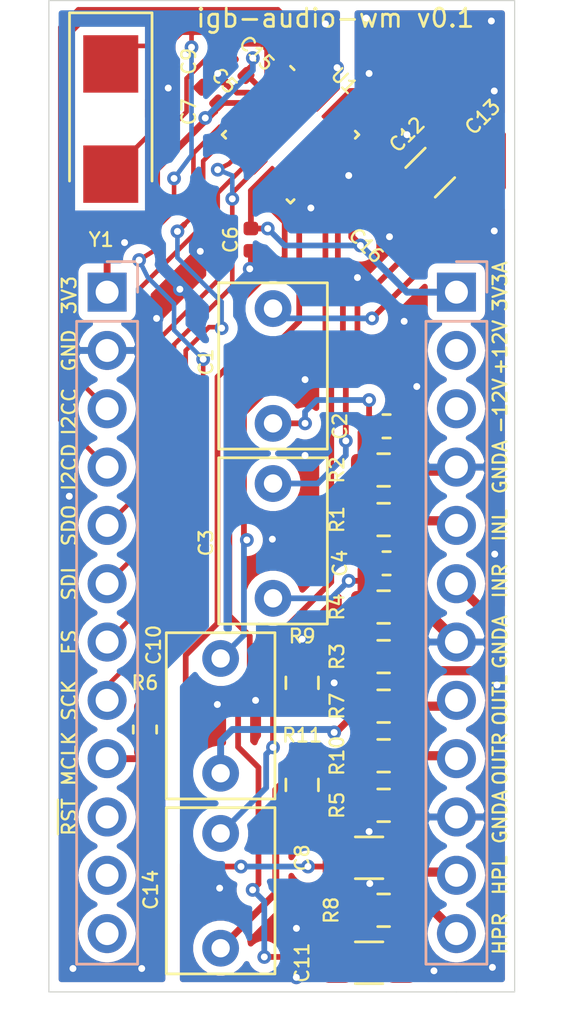
<source format=kicad_pcb>
(kicad_pcb (version 20171130) (host pcbnew "(5.1.4)-1")

  (general
    (thickness 1.6)
    (drawings 30)
    (tracks 358)
    (zones 0)
    (modules 31)
    (nets 39)
  )

  (page A4)
  (layers
    (0 F.Cu signal)
    (31 B.Cu signal)
    (32 B.Adhes user)
    (33 F.Adhes user)
    (34 B.Paste user)
    (35 F.Paste user)
    (36 B.SilkS user)
    (37 F.SilkS user)
    (38 B.Mask user)
    (39 F.Mask user)
    (40 Dwgs.User user)
    (41 Cmts.User user)
    (42 Eco1.User user)
    (43 Eco2.User user)
    (44 Edge.Cuts user)
    (45 Margin user)
    (46 B.CrtYd user)
    (47 F.CrtYd user)
    (48 B.Fab user)
    (49 F.Fab user)
  )

  (setup
    (last_trace_width 0.25)
    (user_trace_width 0.2)
    (user_trace_width 0.3)
    (user_trace_width 0.4)
    (user_trace_width 0.5)
    (user_trace_width 0.6)
    (trace_clearance 0.2)
    (zone_clearance 0.4)
    (zone_45_only no)
    (trace_min 0.2)
    (via_size 0.8)
    (via_drill 0.4)
    (via_min_size 0.4)
    (via_min_drill 0.3)
    (user_via 0.6 0.3)
    (uvia_size 0.3)
    (uvia_drill 0.1)
    (uvias_allowed no)
    (uvia_min_size 0.2)
    (uvia_min_drill 0.1)
    (edge_width 0.05)
    (segment_width 0.2)
    (pcb_text_width 0.3)
    (pcb_text_size 1.5 1.5)
    (mod_edge_width 0.12)
    (mod_text_size 1 1)
    (mod_text_width 0.15)
    (pad_size 1.524 1.524)
    (pad_drill 0.762)
    (pad_to_mask_clearance 0.051)
    (solder_mask_min_width 0.25)
    (aux_axis_origin 50.8 83.82)
    (grid_origin 50.8 83.82)
    (visible_elements 7FFFFFFF)
    (pcbplotparams
      (layerselection 0x010fc_ffffffff)
      (usegerberextensions true)
      (usegerberattributes false)
      (usegerberadvancedattributes false)
      (creategerberjobfile false)
      (excludeedgelayer true)
      (linewidth 0.100000)
      (plotframeref false)
      (viasonmask false)
      (mode 1)
      (useauxorigin false)
      (hpglpennumber 1)
      (hpglpenspeed 20)
      (hpglpendiameter 15.000000)
      (psnegative false)
      (psa4output false)
      (plotreference true)
      (plotvalue true)
      (plotinvisibletext false)
      (padsonsilk false)
      (subtractmaskfromsilk false)
      (outputformat 1)
      (mirror false)
      (drillshape 0)
      (scaleselection 1)
      (outputdirectory "gerber/"))
  )

  (net 0 "")
  (net 1 /ADC_L)
  (net 2 "Net-(C1-Pad1)")
  (net 3 GNDA)
  (net 4 /ADC_R)
  (net 5 "Net-(C3-Pad1)")
  (net 6 GND)
  (net 7 +3V3)
  (net 8 /HP_OUT_L)
  (net 9 "Net-(C8-Pad1)")
  (net 10 /DAC_L)
  (net 11 "Net-(C10-Pad1)")
  (net 12 /HP_OUT_R)
  (net 13 "Net-(C11-Pad1)")
  (net 14 "Net-(C12-Pad1)")
  (net 15 /DAC_R)
  (net 16 "Net-(C14-Pad1)")
  (net 17 /LINE_OUT_R)
  (net 18 /LINE_OUT_L)
  (net 19 /LINE_IN_R)
  (net 20 /LINE_IN_L)
  (net 21 +3.3VA)
  (net 22 /I2S_MCLK)
  (net 23 /I2S_SCK)
  (net 24 /I2S_FS)
  (net 25 /I2S_SDI)
  (net 26 /I2S_SDO)
  (net 27 /I2C_SDA)
  (net 28 /I2C_SCL)
  (net 29 "Net-(C7-Pad1)")
  (net 30 "Net-(C9-Pad1)")
  (net 31 -12VA)
  (net 32 +12VA)
  (net 33 "Net-(J2-Pad12)")
  (net 34 "Net-(J2-Pad11)")
  (net 35 /~RESET)
  (net 36 "Net-(U1-Pad22)")
  (net 37 "Net-(U1-Pad21)")
  (net 38 "Net-(U1-Pad6)")

  (net_class Default "これはデフォルトのネット クラスです。"
    (clearance 0.2)
    (trace_width 0.25)
    (via_dia 0.8)
    (via_drill 0.4)
    (uvia_dia 0.3)
    (uvia_drill 0.1)
    (add_net +12VA)
    (add_net +3.3VA)
    (add_net +3V3)
    (add_net -12VA)
    (add_net /ADC_L)
    (add_net /ADC_R)
    (add_net /DAC_L)
    (add_net /DAC_R)
    (add_net /HP_OUT_L)
    (add_net /HP_OUT_R)
    (add_net /I2C_SCL)
    (add_net /I2C_SDA)
    (add_net /I2S_FS)
    (add_net /I2S_MCLK)
    (add_net /I2S_SCK)
    (add_net /I2S_SDI)
    (add_net /I2S_SDO)
    (add_net /LINE_IN_L)
    (add_net /LINE_IN_R)
    (add_net /LINE_OUT_L)
    (add_net /LINE_OUT_R)
    (add_net /~RESET)
    (add_net GND)
    (add_net GNDA)
    (add_net "Net-(C1-Pad1)")
    (add_net "Net-(C10-Pad1)")
    (add_net "Net-(C11-Pad1)")
    (add_net "Net-(C12-Pad1)")
    (add_net "Net-(C14-Pad1)")
    (add_net "Net-(C3-Pad1)")
    (add_net "Net-(C7-Pad1)")
    (add_net "Net-(C8-Pad1)")
    (add_net "Net-(C9-Pad1)")
    (add_net "Net-(J2-Pad11)")
    (add_net "Net-(J2-Pad12)")
    (add_net "Net-(U1-Pad21)")
    (add_net "Net-(U1-Pad22)")
    (add_net "Net-(U1-Pad6)")
  )

  (module Package_DFN_QFN:QFN-28_4x4mm_P0.5mm (layer F.Cu) (tedit 5C1FD453) (tstamp 607ACFEB)
    (at 61.341 46.482 315)
    (descr "QFN, 28 Pin (http://www.st.com/resource/en/datasheet/stm32f031k6.pdf#page=90), generated with kicad-footprint-generator ipc_dfn_qfn_generator.py")
    (tags "QFN DFN_QFN")
    (path /60B022FA)
    (attr smd)
    (fp_text reference U1 (at 0 -3.320001 135) (layer F.SilkS)
      (effects (font (size 0.6 0.6) (thickness 0.1)))
    )
    (fp_text value wm8731_qfn (at 0 3.32 135) (layer F.Fab)
      (effects (font (size 1 1) (thickness 0.15)))
    )
    (fp_text user %R (at 0 0 135) (layer F.Fab)
      (effects (font (size 1 1) (thickness 0.15)))
    )
    (fp_line (start 2.62 -2.62) (end -2.62 -2.62) (layer F.CrtYd) (width 0.05))
    (fp_line (start 2.62 2.62) (end 2.62 -2.62) (layer F.CrtYd) (width 0.05))
    (fp_line (start -2.62 2.62) (end 2.62 2.62) (layer F.CrtYd) (width 0.05))
    (fp_line (start -2.62 -2.62) (end -2.62 2.62) (layer F.CrtYd) (width 0.05))
    (fp_line (start -2 -1) (end -1 -2) (layer F.Fab) (width 0.1))
    (fp_line (start -2 2) (end -2 -1) (layer F.Fab) (width 0.1))
    (fp_line (start 2 2) (end -2 2) (layer F.Fab) (width 0.1))
    (fp_line (start 2 -2) (end 2 2) (layer F.Fab) (width 0.1))
    (fp_line (start -1 -2) (end 2 -2) (layer F.Fab) (width 0.1))
    (fp_line (start -1.885 -2.11) (end -2.11 -2.11) (layer F.SilkS) (width 0.12))
    (fp_line (start 2.11 2.11) (end 2.11 1.885) (layer F.SilkS) (width 0.12))
    (fp_line (start 1.885 2.11) (end 2.11 2.11) (layer F.SilkS) (width 0.12))
    (fp_line (start -2.11 2.11) (end -2.11 1.885) (layer F.SilkS) (width 0.12))
    (fp_line (start -1.885 2.11) (end -2.11 2.11) (layer F.SilkS) (width 0.12))
    (fp_line (start 2.11 -2.11) (end 2.11 -1.885) (layer F.SilkS) (width 0.12))
    (fp_line (start 1.885 -2.11) (end 2.11 -2.11) (layer F.SilkS) (width 0.12))
    (pad 28 smd custom (at -1.5 -1.9975 315) (size 0.136863 0.136863) (layers F.Cu F.Paste F.Mask)
      (net 28 /I2C_SCL)
      (options (clearance outline) (anchor circle))
      (primitives
        (gr_poly (pts
           (xy -0.08 -0.3325) (xy 0.08 -0.3325) (xy 0.08 0.3325) (xy 0.05364 0.3325) (xy -0.08 0.19886)
) (width 0.09))
      ))
    (pad 27 smd roundrect (at -1 -1.9375 315) (size 0.25 0.875) (layers F.Cu F.Paste F.Mask) (roundrect_rratio 0.25)
      (net 27 /I2C_SDA))
    (pad 26 smd roundrect (at -0.5 -1.9375 315) (size 0.25 0.875) (layers F.Cu F.Paste F.Mask) (roundrect_rratio 0.25)
      (net 6 GND))
    (pad 25 smd roundrect (at 0 -1.9375 315) (size 0.25 0.875) (layers F.Cu F.Paste F.Mask) (roundrect_rratio 0.25)
      (net 6 GND))
    (pad 24 smd roundrect (at 0.5 -1.9375 315) (size 0.25 0.875) (layers F.Cu F.Paste F.Mask) (roundrect_rratio 0.25)
      (net 1 /ADC_L))
    (pad 23 smd roundrect (at 1 -1.9375 315) (size 0.25 0.875) (layers F.Cu F.Paste F.Mask) (roundrect_rratio 0.25)
      (net 4 /ADC_R))
    (pad 22 smd custom (at 1.5 -1.9975 315) (size 0.136863 0.136863) (layers F.Cu F.Paste F.Mask)
      (net 36 "Net-(U1-Pad22)")
      (options (clearance outline) (anchor circle))
      (primitives
        (gr_poly (pts
           (xy -0.08 -0.3325) (xy 0.08 -0.3325) (xy 0.08 0.19886) (xy -0.05364 0.3325) (xy -0.08 0.3325)
) (width 0.09))
      ))
    (pad 21 smd custom (at 1.9975 -1.5 315) (size 0.136863 0.136863) (layers F.Cu F.Paste F.Mask)
      (net 37 "Net-(U1-Pad21)")
      (options (clearance outline) (anchor circle))
      (primitives
        (gr_poly (pts
           (xy -0.3325 0.05364) (xy -0.19886 -0.08) (xy 0.3325 -0.08) (xy 0.3325 0.08) (xy -0.3325 0.08)
) (width 0.09))
      ))
    (pad 20 smd roundrect (at 1.9375 -1 315) (size 0.875 0.25) (layers F.Cu F.Paste F.Mask) (roundrect_rratio 0.25)
      (net 14 "Net-(C12-Pad1)"))
    (pad 19 smd roundrect (at 1.9375 -0.5 315) (size 0.875 0.25) (layers F.Cu F.Paste F.Mask) (roundrect_rratio 0.25)
      (net 3 GNDA))
    (pad 18 smd roundrect (at 1.9375 0 315) (size 0.875 0.25) (layers F.Cu F.Paste F.Mask) (roundrect_rratio 0.25)
      (net 21 +3.3VA))
    (pad 17 smd roundrect (at 1.9375 0.5 315) (size 0.875 0.25) (layers F.Cu F.Paste F.Mask) (roundrect_rratio 0.25)
      (net 15 /DAC_R))
    (pad 16 smd roundrect (at 1.9375 1 315) (size 0.875 0.25) (layers F.Cu F.Paste F.Mask) (roundrect_rratio 0.25)
      (net 10 /DAC_L))
    (pad 15 smd custom (at 1.9975 1.5 315) (size 0.136863 0.136863) (layers F.Cu F.Paste F.Mask)
      (net 3 GNDA)
      (options (clearance outline) (anchor circle))
      (primitives
        (gr_poly (pts
           (xy -0.3325 -0.08) (xy 0.3325 -0.08) (xy 0.3325 0.08) (xy -0.19886 0.08) (xy -0.3325 -0.05364)
) (width 0.09))
      ))
    (pad 14 smd custom (at 1.5 1.9975 315) (size 0.136863 0.136863) (layers F.Cu F.Paste F.Mask)
      (net 13 "Net-(C11-Pad1)")
      (options (clearance outline) (anchor circle))
      (primitives
        (gr_poly (pts
           (xy -0.08 -0.3325) (xy -0.05364 -0.3325) (xy 0.08 -0.19886) (xy 0.08 0.3325) (xy -0.08 0.3325)
) (width 0.09))
      ))
    (pad 13 smd roundrect (at 1 1.9375 315) (size 0.25 0.875) (layers F.Cu F.Paste F.Mask) (roundrect_rratio 0.25)
      (net 9 "Net-(C8-Pad1)"))
    (pad 12 smd roundrect (at 0.5 1.9375 315) (size 0.25 0.875) (layers F.Cu F.Paste F.Mask) (roundrect_rratio 0.25)
      (net 21 +3.3VA))
    (pad 11 smd roundrect (at 0 1.9375 315) (size 0.25 0.875) (layers F.Cu F.Paste F.Mask) (roundrect_rratio 0.25)
      (net 24 /I2S_FS))
    (pad 10 smd roundrect (at -0.5 1.9375 315) (size 0.25 0.875) (layers F.Cu F.Paste F.Mask) (roundrect_rratio 0.25)
      (net 25 /I2S_SDI))
    (pad 9 smd roundrect (at -1 1.9375 315) (size 0.25 0.875) (layers F.Cu F.Paste F.Mask) (roundrect_rratio 0.25)
      (net 24 /I2S_FS))
    (pad 8 smd custom (at -1.5 1.9975 315) (size 0.136863 0.136863) (layers F.Cu F.Paste F.Mask)
      (net 26 /I2S_SDO)
      (options (clearance outline) (anchor circle))
      (primitives
        (gr_poly (pts
           (xy -0.08 -0.19886) (xy 0.05364 -0.3325) (xy 0.08 -0.3325) (xy 0.08 0.3325) (xy -0.08 0.3325)
) (width 0.09))
      ))
    (pad 7 smd custom (at -1.9975 1.5 315) (size 0.136863 0.136863) (layers F.Cu F.Paste F.Mask)
      (net 23 /I2S_SCK)
      (options (clearance outline) (anchor circle))
      (primitives
        (gr_poly (pts
           (xy -0.3325 -0.08) (xy 0.3325 -0.08) (xy 0.3325 -0.05364) (xy 0.19886 0.08) (xy -0.3325 0.08)
) (width 0.09))
      ))
    (pad 6 smd roundrect (at -1.9375 1 315) (size 0.875 0.25) (layers F.Cu F.Paste F.Mask) (roundrect_rratio 0.25)
      (net 38 "Net-(U1-Pad6)"))
    (pad 5 smd roundrect (at -1.9375 0.5 315) (size 0.875 0.25) (layers F.Cu F.Paste F.Mask) (roundrect_rratio 0.25)
      (net 7 +3V3))
    (pad 4 smd roundrect (at -1.9375 0 315) (size 0.875 0.25) (layers F.Cu F.Paste F.Mask) (roundrect_rratio 0.25)
      (net 6 GND))
    (pad 3 smd roundrect (at -1.9375 -0.5 315) (size 0.875 0.25) (layers F.Cu F.Paste F.Mask) (roundrect_rratio 0.25)
      (net 7 +3V3))
    (pad 2 smd roundrect (at -1.9375 -1 315) (size 0.875 0.25) (layers F.Cu F.Paste F.Mask) (roundrect_rratio 0.25)
      (net 29 "Net-(C7-Pad1)"))
    (pad 1 smd custom (at -1.9975 -1.5 315) (size 0.136863 0.136863) (layers F.Cu F.Paste F.Mask)
      (net 30 "Net-(C9-Pad1)")
      (options (clearance outline) (anchor circle))
      (primitives
        (gr_poly (pts
           (xy -0.3325 -0.08) (xy 0.19886 -0.08) (xy 0.3325 0.05364) (xy 0.3325 0.08) (xy -0.3325 0.08)
) (width 0.09))
      ))
    (model ${KISYS3DMOD}/Package_DFN_QFN.3dshapes/QFN-28_4x4mm_P0.5mm.wrl
      (at (xyz 0 0 0))
      (scale (xyz 1 1 1))
      (rotate (xyz 0 0 0))
    )
  )

  (module Resistor_SMD:R_0603_1608Metric (layer F.Cu) (tedit 5B301BBD) (tstamp 607AE903)
    (at 54.991 72.39 90)
    (descr "Resistor SMD 0603 (1608 Metric), square (rectangular) end terminal, IPC_7351 nominal, (Body size source: http://www.tortai-tech.com/upload/download/2011102023233369053.pdf), generated with kicad-footprint-generator")
    (tags resistor)
    (path /609DC887)
    (attr smd)
    (fp_text reference R6 (at 2.032 0 180) (layer F.SilkS)
      (effects (font (size 0.6 0.6) (thickness 0.1)))
    )
    (fp_text value 0 (at 0 1.43 90) (layer F.Fab)
      (effects (font (size 1 1) (thickness 0.15)))
    )
    (fp_line (start -0.8 0.4) (end -0.8 -0.4) (layer F.Fab) (width 0.1))
    (fp_line (start -0.8 -0.4) (end 0.8 -0.4) (layer F.Fab) (width 0.1))
    (fp_line (start 0.8 -0.4) (end 0.8 0.4) (layer F.Fab) (width 0.1))
    (fp_line (start 0.8 0.4) (end -0.8 0.4) (layer F.Fab) (width 0.1))
    (fp_line (start -0.162779 -0.51) (end 0.162779 -0.51) (layer F.SilkS) (width 0.12))
    (fp_line (start -0.162779 0.51) (end 0.162779 0.51) (layer F.SilkS) (width 0.12))
    (fp_line (start -1.48 0.73) (end -1.48 -0.73) (layer F.CrtYd) (width 0.05))
    (fp_line (start -1.48 -0.73) (end 1.48 -0.73) (layer F.CrtYd) (width 0.05))
    (fp_line (start 1.48 -0.73) (end 1.48 0.73) (layer F.CrtYd) (width 0.05))
    (fp_line (start 1.48 0.73) (end -1.48 0.73) (layer F.CrtYd) (width 0.05))
    (fp_text user %R (at 0 0 90) (layer F.Fab)
      (effects (font (size 0.4 0.4) (thickness 0.06)))
    )
    (pad 1 smd roundrect (at -0.7875 0 90) (size 0.875 0.95) (layers F.Cu F.Paste F.Mask) (roundrect_rratio 0.25)
      (net 22 /I2S_MCLK))
    (pad 2 smd roundrect (at 0.7875 0 90) (size 0.875 0.95) (layers F.Cu F.Paste F.Mask) (roundrect_rratio 0.25)
      (net 30 "Net-(C9-Pad1)"))
    (model ${KISYS3DMOD}/Resistor_SMD.3dshapes/R_0603_1608Metric.wrl
      (at (xyz 0 0 0))
      (scale (xyz 1 1 1))
      (rotate (xyz 0 0 0))
    )
  )

  (module Capacitor_SMD:C_0402_1005Metric (layer F.Cu) (tedit 5B301BBE) (tstamp 607ACF4B)
    (at 65.151 47.752 45)
    (descr "Capacitor SMD 0402 (1005 Metric), square (rectangular) end terminal, IPC_7351 nominal, (Body size source: http://www.tortai-tech.com/upload/download/2011102023233369053.pdf), generated with kicad-footprint-generator")
    (tags capacitor)
    (path /6081A13D)
    (attr smd)
    (fp_text reference C12 (at 1.796051 0 225) (layer F.SilkS)
      (effects (font (size 0.6 0.6) (thickness 0.1)))
    )
    (fp_text value 100n (at 0 1.17 45) (layer F.Fab)
      (effects (font (size 1 1) (thickness 0.15)))
    )
    (fp_line (start -0.5 0.25) (end -0.5 -0.25) (layer F.Fab) (width 0.1))
    (fp_line (start -0.5 -0.25) (end 0.5 -0.25) (layer F.Fab) (width 0.1))
    (fp_line (start 0.5 -0.25) (end 0.5 0.25) (layer F.Fab) (width 0.1))
    (fp_line (start 0.5 0.25) (end -0.5 0.25) (layer F.Fab) (width 0.1))
    (fp_line (start -0.93 0.47) (end -0.93 -0.47) (layer F.CrtYd) (width 0.05))
    (fp_line (start -0.93 -0.47) (end 0.93 -0.47) (layer F.CrtYd) (width 0.05))
    (fp_line (start 0.93 -0.47) (end 0.93 0.47) (layer F.CrtYd) (width 0.05))
    (fp_line (start 0.93 0.47) (end -0.93 0.47) (layer F.CrtYd) (width 0.05))
    (fp_text user %R (at 0 0 45) (layer F.Fab)
      (effects (font (size 0.25 0.25) (thickness 0.04)))
    )
    (pad 1 smd roundrect (at -0.485 0 45) (size 0.59 0.64) (layers F.Cu F.Paste F.Mask) (roundrect_rratio 0.25)
      (net 14 "Net-(C12-Pad1)"))
    (pad 2 smd roundrect (at 0.485 0 45) (size 0.59 0.64) (layers F.Cu F.Paste F.Mask) (roundrect_rratio 0.25)
      (net 3 GNDA))
    (model ${KISYS3DMOD}/Capacitor_SMD.3dshapes/C_0402_1005Metric.wrl
      (at (xyz 0 0 0))
      (scale (xyz 1 1 1))
      (rotate (xyz 0 0 0))
    )
  )

  (module Capacitor_SMD:C_0402_1005Metric (layer F.Cu) (tedit 5B301BBE) (tstamp 60728A27)
    (at 56.007 43.1 270)
    (descr "Capacitor SMD 0402 (1005 Metric), square (rectangular) end terminal, IPC_7351 nominal, (Body size source: http://www.tortai-tech.com/upload/download/2011102023233369053.pdf), generated with kicad-footprint-generator")
    (tags capacitor)
    (path /608210C8)
    (attr smd)
    (fp_text reference C9 (at 0.1875 -0.9 90) (layer F.SilkS)
      (effects (font (size 0.6 0.6) (thickness 0.1)))
    )
    (fp_text value 18p (at 0 1.17 90) (layer F.Fab)
      (effects (font (size 1 1) (thickness 0.15)))
    )
    (fp_text user %R (at 0 0 90) (layer F.Fab)
      (effects (font (size 0.25 0.25) (thickness 0.04)))
    )
    (fp_line (start 0.93 0.47) (end -0.93 0.47) (layer F.CrtYd) (width 0.05))
    (fp_line (start 0.93 -0.47) (end 0.93 0.47) (layer F.CrtYd) (width 0.05))
    (fp_line (start -0.93 -0.47) (end 0.93 -0.47) (layer F.CrtYd) (width 0.05))
    (fp_line (start -0.93 0.47) (end -0.93 -0.47) (layer F.CrtYd) (width 0.05))
    (fp_line (start 0.5 0.25) (end -0.5 0.25) (layer F.Fab) (width 0.1))
    (fp_line (start 0.5 -0.25) (end 0.5 0.25) (layer F.Fab) (width 0.1))
    (fp_line (start -0.5 -0.25) (end 0.5 -0.25) (layer F.Fab) (width 0.1))
    (fp_line (start -0.5 0.25) (end -0.5 -0.25) (layer F.Fab) (width 0.1))
    (pad 2 smd roundrect (at 0.485 0 270) (size 0.59 0.64) (layers F.Cu F.Paste F.Mask) (roundrect_rratio 0.25)
      (net 6 GND))
    (pad 1 smd roundrect (at -0.485 0 270) (size 0.59 0.64) (layers F.Cu F.Paste F.Mask) (roundrect_rratio 0.25)
      (net 30 "Net-(C9-Pad1)"))
    (model ${KISYS3DMOD}/Capacitor_SMD.3dshapes/C_0402_1005Metric.wrl
      (at (xyz 0 0 0))
      (scale (xyz 1 1 1))
      (rotate (xyz 0 0 0))
    )
  )

  (module Capacitor_SMD:C_0402_1005Metric (layer F.Cu) (tedit 5B301BBE) (tstamp 60728A7B)
    (at 56.007 45.8 90)
    (descr "Capacitor SMD 0402 (1005 Metric), square (rectangular) end terminal, IPC_7351 nominal, (Body size source: http://www.tortai-tech.com/upload/download/2011102023233369053.pdf), generated with kicad-footprint-generator")
    (tags capacitor)
    (path /6081E651)
    (attr smd)
    (fp_text reference C7 (at 0.3125 0.9 90) (layer F.SilkS)
      (effects (font (size 0.6 0.6) (thickness 0.1)))
    )
    (fp_text value 18p (at 0 1.17 90) (layer F.Fab)
      (effects (font (size 1 1) (thickness 0.15)))
    )
    (fp_text user %R (at 0 0 90) (layer F.Fab)
      (effects (font (size 0.25 0.25) (thickness 0.04)))
    )
    (fp_line (start 0.93 0.47) (end -0.93 0.47) (layer F.CrtYd) (width 0.05))
    (fp_line (start 0.93 -0.47) (end 0.93 0.47) (layer F.CrtYd) (width 0.05))
    (fp_line (start -0.93 -0.47) (end 0.93 -0.47) (layer F.CrtYd) (width 0.05))
    (fp_line (start -0.93 0.47) (end -0.93 -0.47) (layer F.CrtYd) (width 0.05))
    (fp_line (start 0.5 0.25) (end -0.5 0.25) (layer F.Fab) (width 0.1))
    (fp_line (start 0.5 -0.25) (end 0.5 0.25) (layer F.Fab) (width 0.1))
    (fp_line (start -0.5 -0.25) (end 0.5 -0.25) (layer F.Fab) (width 0.1))
    (fp_line (start -0.5 0.25) (end -0.5 -0.25) (layer F.Fab) (width 0.1))
    (pad 2 smd roundrect (at 0.485 0 90) (size 0.59 0.64) (layers F.Cu F.Paste F.Mask) (roundrect_rratio 0.25)
      (net 6 GND))
    (pad 1 smd roundrect (at -0.485 0 90) (size 0.59 0.64) (layers F.Cu F.Paste F.Mask) (roundrect_rratio 0.25)
      (net 29 "Net-(C7-Pad1)"))
    (model ${KISYS3DMOD}/Capacitor_SMD.3dshapes/C_0402_1005Metric.wrl
      (at (xyz 0 0 0))
      (scale (xyz 1 1 1))
      (rotate (xyz 0 0 0))
    )
  )

  (module Capacitor_SMD:C_0402_1005Metric (layer F.Cu) (tedit 5B301BBE) (tstamp 607ACF9F)
    (at 59.613 51.054 90)
    (descr "Capacitor SMD 0402 (1005 Metric), square (rectangular) end terminal, IPC_7351 nominal, (Body size source: http://www.tortai-tech.com/upload/download/2011102023233369053.pdf), generated with kicad-footprint-generator")
    (tags capacitor)
    (path /60824089)
    (attr smd)
    (fp_text reference C6 (at 0 -0.889 90) (layer F.SilkS)
      (effects (font (size 0.6 0.6) (thickness 0.1)))
    )
    (fp_text value 100n (at 0 1.17 90) (layer F.Fab)
      (effects (font (size 1 1) (thickness 0.15)))
    )
    (fp_text user %R (at 0 0 90) (layer F.Fab)
      (effects (font (size 0.25 0.25) (thickness 0.04)))
    )
    (fp_line (start 0.93 0.47) (end -0.93 0.47) (layer F.CrtYd) (width 0.05))
    (fp_line (start 0.93 -0.47) (end 0.93 0.47) (layer F.CrtYd) (width 0.05))
    (fp_line (start -0.93 -0.47) (end 0.93 -0.47) (layer F.CrtYd) (width 0.05))
    (fp_line (start -0.93 0.47) (end -0.93 -0.47) (layer F.CrtYd) (width 0.05))
    (fp_line (start 0.5 0.25) (end -0.5 0.25) (layer F.Fab) (width 0.1))
    (fp_line (start 0.5 -0.25) (end 0.5 0.25) (layer F.Fab) (width 0.1))
    (fp_line (start -0.5 -0.25) (end 0.5 -0.25) (layer F.Fab) (width 0.1))
    (fp_line (start -0.5 0.25) (end -0.5 -0.25) (layer F.Fab) (width 0.1))
    (pad 2 smd roundrect (at 0.485 0 90) (size 0.59 0.64) (layers F.Cu F.Paste F.Mask) (roundrect_rratio 0.25)
      (net 21 +3.3VA))
    (pad 1 smd roundrect (at -0.485 0 90) (size 0.59 0.64) (layers F.Cu F.Paste F.Mask) (roundrect_rratio 0.25)
      (net 3 GNDA))
    (model ${KISYS3DMOD}/Capacitor_SMD.3dshapes/C_0402_1005Metric.wrl
      (at (xyz 0 0 0))
      (scale (xyz 1 1 1))
      (rotate (xyz 0 0 0))
    )
  )

  (module Capacitor_SMD:C_0402_1005Metric (layer F.Cu) (tedit 5B301BBE) (tstamp 607AD0B3)
    (at 57.823053 44.757053 315)
    (descr "Capacitor SMD 0402 (1005 Metric), square (rectangular) end terminal, IPC_7351 nominal, (Body size source: http://www.tortai-tech.com/upload/download/2011102023233369053.pdf), generated with kicad-footprint-generator")
    (tags capacitor)
    (path /608265A9)
    (attr smd)
    (fp_text reference C5 (at 0 -0.889 135) (layer F.SilkS)
      (effects (font (size 0.6 0.6) (thickness 0.1)))
    )
    (fp_text value 100n (at 0 1.17 135) (layer F.Fab)
      (effects (font (size 1 1) (thickness 0.15)))
    )
    (fp_text user %R (at 0 0 135) (layer F.Fab)
      (effects (font (size 0.25 0.25) (thickness 0.04)))
    )
    (fp_line (start 0.93 0.47) (end -0.93 0.47) (layer F.CrtYd) (width 0.05))
    (fp_line (start 0.93 -0.47) (end 0.93 0.47) (layer F.CrtYd) (width 0.05))
    (fp_line (start -0.93 -0.47) (end 0.93 -0.47) (layer F.CrtYd) (width 0.05))
    (fp_line (start -0.93 0.47) (end -0.93 -0.47) (layer F.CrtYd) (width 0.05))
    (fp_line (start 0.5 0.25) (end -0.5 0.25) (layer F.Fab) (width 0.1))
    (fp_line (start 0.5 -0.25) (end 0.5 0.25) (layer F.Fab) (width 0.1))
    (fp_line (start -0.5 -0.25) (end 0.5 -0.25) (layer F.Fab) (width 0.1))
    (fp_line (start -0.5 0.25) (end -0.5 -0.25) (layer F.Fab) (width 0.1))
    (pad 2 smd roundrect (at 0.485 0 315) (size 0.59 0.64) (layers F.Cu F.Paste F.Mask) (roundrect_rratio 0.25)
      (net 7 +3V3))
    (pad 1 smd roundrect (at -0.485 0 315) (size 0.59 0.64) (layers F.Cu F.Paste F.Mask) (roundrect_rratio 0.25)
      (net 6 GND))
    (model ${KISYS3DMOD}/Capacitor_SMD.3dshapes/C_0402_1005Metric.wrl
      (at (xyz 0 0 0))
      (scale (xyz 1 1 1))
      (rotate (xyz 0 0 0))
    )
  )

  (module Capacitor_SMD:C_0402_1005Metric (layer F.Cu) (tedit 5B301BBE) (tstamp 607AD089)
    (at 64.516 49.784 135)
    (descr "Capacitor SMD 0402 (1005 Metric), square (rectangular) end terminal, IPC_7351 nominal, (Body size source: http://www.tortai-tech.com/upload/download/2011102023233369053.pdf), generated with kicad-footprint-generator")
    (tags capacitor)
    (path /60A6EE20)
    (attr smd)
    (fp_text reference C16 (at -1.167433 -0.987828 135) (layer F.SilkS)
      (effects (font (size 0.6 0.6) (thickness 0.1)))
    )
    (fp_text value 100n (at 0 1.17 135) (layer F.Fab)
      (effects (font (size 1 1) (thickness 0.15)))
    )
    (fp_text user %R (at 0 0 135) (layer F.Fab)
      (effects (font (size 0.25 0.25) (thickness 0.04)))
    )
    (fp_line (start 0.93 0.47) (end -0.93 0.47) (layer F.CrtYd) (width 0.05))
    (fp_line (start 0.93 -0.47) (end 0.93 0.47) (layer F.CrtYd) (width 0.05))
    (fp_line (start -0.93 -0.47) (end 0.93 -0.47) (layer F.CrtYd) (width 0.05))
    (fp_line (start -0.93 0.47) (end -0.93 -0.47) (layer F.CrtYd) (width 0.05))
    (fp_line (start 0.5 0.25) (end -0.5 0.25) (layer F.Fab) (width 0.1))
    (fp_line (start 0.5 -0.25) (end 0.5 0.25) (layer F.Fab) (width 0.1))
    (fp_line (start -0.5 -0.25) (end 0.5 -0.25) (layer F.Fab) (width 0.1))
    (fp_line (start -0.5 0.25) (end -0.5 -0.25) (layer F.Fab) (width 0.1))
    (pad 2 smd roundrect (at 0.485 0 135) (size 0.59 0.64) (layers F.Cu F.Paste F.Mask) (roundrect_rratio 0.25)
      (net 21 +3.3VA))
    (pad 1 smd roundrect (at -0.485 0 135) (size 0.59 0.64) (layers F.Cu F.Paste F.Mask) (roundrect_rratio 0.25)
      (net 3 GNDA))
    (model ${KISYS3DMOD}/Capacitor_SMD.3dshapes/C_0402_1005Metric.wrl
      (at (xyz 0 0 0))
      (scale (xyz 1 1 1))
      (rotate (xyz 0 0 0))
    )
  )

  (module Capacitor_SMD:C_0402_1005Metric (layer F.Cu) (tedit 5B301BBE) (tstamp 607ACF75)
    (at 59.055 43.561 315)
    (descr "Capacitor SMD 0402 (1005 Metric), square (rectangular) end terminal, IPC_7351 nominal, (Body size source: http://www.tortai-tech.com/upload/download/2011102023233369053.pdf), generated with kicad-footprint-generator")
    (tags capacitor)
    (path /60A722CB)
    (attr smd)
    (fp_text reference C15 (at 0.127 -1.016 135) (layer F.SilkS)
      (effects (font (size 0.6 0.6) (thickness 0.1)))
    )
    (fp_text value 100n (at 0 1.17 135) (layer F.Fab)
      (effects (font (size 1 1) (thickness 0.15)))
    )
    (fp_text user %R (at 0 0 135) (layer F.Fab)
      (effects (font (size 0.25 0.25) (thickness 0.04)))
    )
    (fp_line (start 0.93 0.47) (end -0.93 0.47) (layer F.CrtYd) (width 0.05))
    (fp_line (start 0.93 -0.47) (end 0.93 0.47) (layer F.CrtYd) (width 0.05))
    (fp_line (start -0.93 -0.47) (end 0.93 -0.47) (layer F.CrtYd) (width 0.05))
    (fp_line (start -0.93 0.47) (end -0.93 -0.47) (layer F.CrtYd) (width 0.05))
    (fp_line (start 0.5 0.25) (end -0.5 0.25) (layer F.Fab) (width 0.1))
    (fp_line (start 0.5 -0.25) (end 0.5 0.25) (layer F.Fab) (width 0.1))
    (fp_line (start -0.5 -0.25) (end 0.5 -0.25) (layer F.Fab) (width 0.1))
    (fp_line (start -0.5 0.25) (end -0.5 -0.25) (layer F.Fab) (width 0.1))
    (pad 2 smd roundrect (at 0.485 0 315) (size 0.59 0.64) (layers F.Cu F.Paste F.Mask) (roundrect_rratio 0.25)
      (net 7 +3V3))
    (pad 1 smd roundrect (at -0.485 0 315) (size 0.59 0.64) (layers F.Cu F.Paste F.Mask) (roundrect_rratio 0.25)
      (net 6 GND))
    (model ${KISYS3DMOD}/Capacitor_SMD.3dshapes/C_0402_1005Metric.wrl
      (at (xyz 0 0 0))
      (scale (xyz 1 1 1))
      (rotate (xyz 0 0 0))
    )
  )

  (module kicadlib:Crystal_SMD_Abracon_ABM3-2pin_5.0x3.2mm_hand (layer F.Cu) (tedit 5AA78E76) (tstamp 6072EB94)
    (at 53.5 45.8 270)
    (descr "Abracon Miniature Ceramic Smd Crystal ABM3 http://www.abracon.com/Resonators/abm3.pdf, hand-soldering, 5.0x3.2mm^2 package")
    (tags "SMD SMT crystal hand-soldering")
    (path /6081D807)
    (attr smd)
    (fp_text reference Y1 (at 5.254 0.414 180) (layer F.SilkS)
      (effects (font (size 0.6 0.6) (thickness 0.1)))
    )
    (fp_text value 12.288MHz (at 0 2.8 90) (layer F.Fab)
      (effects (font (size 1 1) (thickness 0.15)))
    )
    (fp_circle (center 0 0) (end 0.116667 0) (layer F.Adhes) (width 0.233333))
    (fp_circle (center 0 0) (end 0.266667 0) (layer F.Adhes) (width 0.166667))
    (fp_circle (center 0 0) (end 0.416667 0) (layer F.Adhes) (width 0.166667))
    (fp_circle (center 0 0) (end 0.5 0) (layer F.Adhes) (width 0.1))
    (fp_line (start 4.7 -1.9) (end -4.7 -1.9) (layer F.CrtYd) (width 0.05))
    (fp_line (start 4.7 1.9) (end 4.7 -1.9) (layer F.CrtYd) (width 0.05))
    (fp_line (start -4.7 1.9) (end 4.7 1.9) (layer F.CrtYd) (width 0.05))
    (fp_line (start -4.7 -1.9) (end -4.7 1.9) (layer F.CrtYd) (width 0.05))
    (fp_line (start -4.625 1.8) (end 2.7 1.8) (layer F.SilkS) (width 0.12))
    (fp_line (start -4.625 -1.8) (end -4.625 1.8) (layer F.SilkS) (width 0.12))
    (fp_line (start 2.7 -1.8) (end -4.625 -1.8) (layer F.SilkS) (width 0.12))
    (fp_line (start -2.5 0.6) (end -1.5 1.6) (layer F.Fab) (width 0.1))
    (fp_line (start -2.5 -1.4) (end -2.3 -1.6) (layer F.Fab) (width 0.1))
    (fp_line (start -2.5 1.4) (end -2.5 -1.4) (layer F.Fab) (width 0.1))
    (fp_line (start -2.3 1.6) (end -2.5 1.4) (layer F.Fab) (width 0.1))
    (fp_line (start 2.3 1.6) (end -2.3 1.6) (layer F.Fab) (width 0.1))
    (fp_line (start 2.5 1.4) (end 2.3 1.6) (layer F.Fab) (width 0.1))
    (fp_line (start 2.5 -1.4) (end 2.5 1.4) (layer F.Fab) (width 0.1))
    (fp_line (start 2.3 -1.6) (end 2.5 -1.4) (layer F.Fab) (width 0.1))
    (fp_line (start -2.3 -1.6) (end 2.3 -1.6) (layer F.Fab) (width 0.1))
    (fp_text user %R (at 0 0) (layer F.Fab)
      (effects (font (size 1 1) (thickness 0.15)))
    )
    (pad 2 smd rect (at 2.4 0 270) (size 2.5 2.4) (layers F.Cu F.Paste F.Mask)
      (net 29 "Net-(C7-Pad1)"))
    (pad 1 smd rect (at -2.4 0 270) (size 2.5 2.4) (layers F.Cu F.Paste F.Mask)
      (net 30 "Net-(C9-Pad1)"))
    (model ${KISYS3DMOD}/Crystals.3dshapes/Crystal_SMD_Abracon_ABM3-2pin_5.0x3.2mm_HandSoldering.wrl
      (at (xyz 0 0 0))
      (scale (xyz 1 1 1))
      (rotate (xyz 0 0 0))
    )
  )

  (module Resistor_SMD:R_0805_2012Metric (layer F.Cu) (tedit 5B36C52B) (tstamp 60716E4F)
    (at 61.849 74.803 90)
    (descr "Resistor SMD 0805 (2012 Metric), square (rectangular) end terminal, IPC_7351 nominal, (Body size source: https://docs.google.com/spreadsheets/d/1BsfQQcO9C6DZCsRaXUlFlo91Tg2WpOkGARC1WS5S8t0/edit?usp=sharing), generated with kicad-footprint-generator")
    (tags resistor)
    (path /608C8C6E)
    (attr smd)
    (fp_text reference R11 (at 2.159 0 180) (layer F.SilkS)
      (effects (font (size 0.6 0.6) (thickness 0.1)))
    )
    (fp_text value 100k (at 0 1.65 90) (layer F.Fab)
      (effects (font (size 1 1) (thickness 0.15)))
    )
    (fp_text user %R (at 0 0 90) (layer F.Fab)
      (effects (font (size 0.5 0.5) (thickness 0.08)))
    )
    (fp_line (start 1.68 0.95) (end -1.68 0.95) (layer F.CrtYd) (width 0.05))
    (fp_line (start 1.68 -0.95) (end 1.68 0.95) (layer F.CrtYd) (width 0.05))
    (fp_line (start -1.68 -0.95) (end 1.68 -0.95) (layer F.CrtYd) (width 0.05))
    (fp_line (start -1.68 0.95) (end -1.68 -0.95) (layer F.CrtYd) (width 0.05))
    (fp_line (start -0.258578 0.71) (end 0.258578 0.71) (layer F.SilkS) (width 0.12))
    (fp_line (start -0.258578 -0.71) (end 0.258578 -0.71) (layer F.SilkS) (width 0.12))
    (fp_line (start 1 0.6) (end -1 0.6) (layer F.Fab) (width 0.1))
    (fp_line (start 1 -0.6) (end 1 0.6) (layer F.Fab) (width 0.1))
    (fp_line (start -1 -0.6) (end 1 -0.6) (layer F.Fab) (width 0.1))
    (fp_line (start -1 0.6) (end -1 -0.6) (layer F.Fab) (width 0.1))
    (pad 2 smd roundrect (at 0.9375 0 90) (size 0.975 1.4) (layers F.Cu F.Paste F.Mask) (roundrect_rratio 0.25)
      (net 16 "Net-(C14-Pad1)"))
    (pad 1 smd roundrect (at -0.9375 0 90) (size 0.975 1.4) (layers F.Cu F.Paste F.Mask) (roundrect_rratio 0.25)
      (net 3 GNDA))
    (model ${KISYS3DMOD}/Resistor_SMD.3dshapes/R_0805_2012Metric.wrl
      (at (xyz 0 0 0))
      (scale (xyz 1 1 1))
      (rotate (xyz 0 0 0))
    )
  )

  (module Resistor_SMD:R_0805_2012Metric (layer F.Cu) (tedit 5B36C52B) (tstamp 60716E3E)
    (at 65.405 73.533)
    (descr "Resistor SMD 0805 (2012 Metric), square (rectangular) end terminal, IPC_7351 nominal, (Body size source: https://docs.google.com/spreadsheets/d/1BsfQQcO9C6DZCsRaXUlFlo91Tg2WpOkGARC1WS5S8t0/edit?usp=sharing), generated with kicad-footprint-generator")
    (tags resistor)
    (path /609BE6D1)
    (attr smd)
    (fp_text reference R10 (at -2.032 0 90) (layer F.SilkS)
      (effects (font (size 0.6 0.6) (thickness 0.1)))
    )
    (fp_text value 100 (at 0 1.65) (layer F.Fab)
      (effects (font (size 1 1) (thickness 0.15)))
    )
    (fp_text user %R (at 0 0) (layer F.Fab)
      (effects (font (size 0.5 0.5) (thickness 0.08)))
    )
    (fp_line (start 1.68 0.95) (end -1.68 0.95) (layer F.CrtYd) (width 0.05))
    (fp_line (start 1.68 -0.95) (end 1.68 0.95) (layer F.CrtYd) (width 0.05))
    (fp_line (start -1.68 -0.95) (end 1.68 -0.95) (layer F.CrtYd) (width 0.05))
    (fp_line (start -1.68 0.95) (end -1.68 -0.95) (layer F.CrtYd) (width 0.05))
    (fp_line (start -0.258578 0.71) (end 0.258578 0.71) (layer F.SilkS) (width 0.12))
    (fp_line (start -0.258578 -0.71) (end 0.258578 -0.71) (layer F.SilkS) (width 0.12))
    (fp_line (start 1 0.6) (end -1 0.6) (layer F.Fab) (width 0.1))
    (fp_line (start 1 -0.6) (end 1 0.6) (layer F.Fab) (width 0.1))
    (fp_line (start -1 -0.6) (end 1 -0.6) (layer F.Fab) (width 0.1))
    (fp_line (start -1 0.6) (end -1 -0.6) (layer F.Fab) (width 0.1))
    (pad 2 smd roundrect (at 0.9375 0) (size 0.975 1.4) (layers F.Cu F.Paste F.Mask) (roundrect_rratio 0.25)
      (net 17 /LINE_OUT_R))
    (pad 1 smd roundrect (at -0.9375 0) (size 0.975 1.4) (layers F.Cu F.Paste F.Mask) (roundrect_rratio 0.25)
      (net 16 "Net-(C14-Pad1)"))
    (model ${KISYS3DMOD}/Resistor_SMD.3dshapes/R_0805_2012Metric.wrl
      (at (xyz 0 0 0))
      (scale (xyz 1 1 1))
      (rotate (xyz 0 0 0))
    )
  )

  (module Resistor_SMD:R_0805_2012Metric (layer F.Cu) (tedit 5B36C52B) (tstamp 60716E2D)
    (at 61.849 70.358 270)
    (descr "Resistor SMD 0805 (2012 Metric), square (rectangular) end terminal, IPC_7351 nominal, (Body size source: https://docs.google.com/spreadsheets/d/1BsfQQcO9C6DZCsRaXUlFlo91Tg2WpOkGARC1WS5S8t0/edit?usp=sharing), generated with kicad-footprint-generator")
    (tags resistor)
    (path /6089764E)
    (attr smd)
    (fp_text reference R9 (at -2.032 0 180) (layer F.SilkS)
      (effects (font (size 0.6 0.6) (thickness 0.1)))
    )
    (fp_text value 100k (at 0 1.65 90) (layer F.Fab)
      (effects (font (size 1 1) (thickness 0.15)))
    )
    (fp_text user %R (at 0 0 90) (layer F.Fab)
      (effects (font (size 0.5 0.5) (thickness 0.08)))
    )
    (fp_line (start 1.68 0.95) (end -1.68 0.95) (layer F.CrtYd) (width 0.05))
    (fp_line (start 1.68 -0.95) (end 1.68 0.95) (layer F.CrtYd) (width 0.05))
    (fp_line (start -1.68 -0.95) (end 1.68 -0.95) (layer F.CrtYd) (width 0.05))
    (fp_line (start -1.68 0.95) (end -1.68 -0.95) (layer F.CrtYd) (width 0.05))
    (fp_line (start -0.258578 0.71) (end 0.258578 0.71) (layer F.SilkS) (width 0.12))
    (fp_line (start -0.258578 -0.71) (end 0.258578 -0.71) (layer F.SilkS) (width 0.12))
    (fp_line (start 1 0.6) (end -1 0.6) (layer F.Fab) (width 0.1))
    (fp_line (start 1 -0.6) (end 1 0.6) (layer F.Fab) (width 0.1))
    (fp_line (start -1 -0.6) (end 1 -0.6) (layer F.Fab) (width 0.1))
    (fp_line (start -1 0.6) (end -1 -0.6) (layer F.Fab) (width 0.1))
    (pad 2 smd roundrect (at 0.9375 0 270) (size 0.975 1.4) (layers F.Cu F.Paste F.Mask) (roundrect_rratio 0.25)
      (net 11 "Net-(C10-Pad1)"))
    (pad 1 smd roundrect (at -0.9375 0 270) (size 0.975 1.4) (layers F.Cu F.Paste F.Mask) (roundrect_rratio 0.25)
      (net 3 GNDA))
    (model ${KISYS3DMOD}/Resistor_SMD.3dshapes/R_0805_2012Metric.wrl
      (at (xyz 0 0 0))
      (scale (xyz 1 1 1))
      (rotate (xyz 0 0 0))
    )
  )

  (module Resistor_SMD:R_0805_2012Metric (layer F.Cu) (tedit 5B36C52B) (tstamp 60716E1C)
    (at 65.405 80.264)
    (descr "Resistor SMD 0805 (2012 Metric), square (rectangular) end terminal, IPC_7351 nominal, (Body size source: https://docs.google.com/spreadsheets/d/1BsfQQcO9C6DZCsRaXUlFlo91Tg2WpOkGARC1WS5S8t0/edit?usp=sharing), generated with kicad-footprint-generator")
    (tags resistor)
    (path /6095A203)
    (attr smd)
    (fp_text reference R8 (at -2.286 0 90) (layer F.SilkS)
      (effects (font (size 0.6 0.6) (thickness 0.1)))
    )
    (fp_text value 100k (at 0 1.65) (layer F.Fab)
      (effects (font (size 1 1) (thickness 0.15)))
    )
    (fp_text user %R (at 0 0) (layer F.Fab)
      (effects (font (size 0.5 0.5) (thickness 0.08)))
    )
    (fp_line (start 1.68 0.95) (end -1.68 0.95) (layer F.CrtYd) (width 0.05))
    (fp_line (start 1.68 -0.95) (end 1.68 0.95) (layer F.CrtYd) (width 0.05))
    (fp_line (start -1.68 -0.95) (end 1.68 -0.95) (layer F.CrtYd) (width 0.05))
    (fp_line (start -1.68 0.95) (end -1.68 -0.95) (layer F.CrtYd) (width 0.05))
    (fp_line (start -0.258578 0.71) (end 0.258578 0.71) (layer F.SilkS) (width 0.12))
    (fp_line (start -0.258578 -0.71) (end 0.258578 -0.71) (layer F.SilkS) (width 0.12))
    (fp_line (start 1 0.6) (end -1 0.6) (layer F.Fab) (width 0.1))
    (fp_line (start 1 -0.6) (end 1 0.6) (layer F.Fab) (width 0.1))
    (fp_line (start -1 -0.6) (end 1 -0.6) (layer F.Fab) (width 0.1))
    (fp_line (start -1 0.6) (end -1 -0.6) (layer F.Fab) (width 0.1))
    (pad 2 smd roundrect (at 0.9375 0) (size 0.975 1.4) (layers F.Cu F.Paste F.Mask) (roundrect_rratio 0.25)
      (net 12 /HP_OUT_R))
    (pad 1 smd roundrect (at -0.9375 0) (size 0.975 1.4) (layers F.Cu F.Paste F.Mask) (roundrect_rratio 0.25)
      (net 3 GNDA))
    (model ${KISYS3DMOD}/Resistor_SMD.3dshapes/R_0805_2012Metric.wrl
      (at (xyz 0 0 0))
      (scale (xyz 1 1 1))
      (rotate (xyz 0 0 0))
    )
  )

  (module Resistor_SMD:R_0805_2012Metric (layer F.Cu) (tedit 5B36C52B) (tstamp 60716E0B)
    (at 65.405 71.374)
    (descr "Resistor SMD 0805 (2012 Metric), square (rectangular) end terminal, IPC_7351 nominal, (Body size source: https://docs.google.com/spreadsheets/d/1BsfQQcO9C6DZCsRaXUlFlo91Tg2WpOkGARC1WS5S8t0/edit?usp=sharing), generated with kicad-footprint-generator")
    (tags resistor)
    (path /609BEB3F)
    (attr smd)
    (fp_text reference R7 (at -2.032 0 90) (layer F.SilkS)
      (effects (font (size 0.6 0.6) (thickness 0.1)))
    )
    (fp_text value 100 (at 0 1.65) (layer F.Fab)
      (effects (font (size 1 1) (thickness 0.15)))
    )
    (fp_text user %R (at 0 0) (layer F.Fab)
      (effects (font (size 0.5 0.5) (thickness 0.08)))
    )
    (fp_line (start 1.68 0.95) (end -1.68 0.95) (layer F.CrtYd) (width 0.05))
    (fp_line (start 1.68 -0.95) (end 1.68 0.95) (layer F.CrtYd) (width 0.05))
    (fp_line (start -1.68 -0.95) (end 1.68 -0.95) (layer F.CrtYd) (width 0.05))
    (fp_line (start -1.68 0.95) (end -1.68 -0.95) (layer F.CrtYd) (width 0.05))
    (fp_line (start -0.258578 0.71) (end 0.258578 0.71) (layer F.SilkS) (width 0.12))
    (fp_line (start -0.258578 -0.71) (end 0.258578 -0.71) (layer F.SilkS) (width 0.12))
    (fp_line (start 1 0.6) (end -1 0.6) (layer F.Fab) (width 0.1))
    (fp_line (start 1 -0.6) (end 1 0.6) (layer F.Fab) (width 0.1))
    (fp_line (start -1 -0.6) (end 1 -0.6) (layer F.Fab) (width 0.1))
    (fp_line (start -1 0.6) (end -1 -0.6) (layer F.Fab) (width 0.1))
    (pad 2 smd roundrect (at 0.9375 0) (size 0.975 1.4) (layers F.Cu F.Paste F.Mask) (roundrect_rratio 0.25)
      (net 18 /LINE_OUT_L))
    (pad 1 smd roundrect (at -0.9375 0) (size 0.975 1.4) (layers F.Cu F.Paste F.Mask) (roundrect_rratio 0.25)
      (net 11 "Net-(C10-Pad1)"))
    (model ${KISYS3DMOD}/Resistor_SMD.3dshapes/R_0805_2012Metric.wrl
      (at (xyz 0 0 0))
      (scale (xyz 1 1 1))
      (rotate (xyz 0 0 0))
    )
  )

  (module Resistor_SMD:R_0805_2012Metric (layer F.Cu) (tedit 5B36C52B) (tstamp 60716DE9)
    (at 65.405 75.692)
    (descr "Resistor SMD 0805 (2012 Metric), square (rectangular) end terminal, IPC_7351 nominal, (Body size source: https://docs.google.com/spreadsheets/d/1BsfQQcO9C6DZCsRaXUlFlo91Tg2WpOkGARC1WS5S8t0/edit?usp=sharing), generated with kicad-footprint-generator")
    (tags resistor)
    (path /6093C228)
    (attr smd)
    (fp_text reference R5 (at -2.032 0 90) (layer F.SilkS)
      (effects (font (size 0.6 0.6) (thickness 0.1)))
    )
    (fp_text value 100k (at 0 1.65) (layer F.Fab)
      (effects (font (size 1 1) (thickness 0.15)))
    )
    (fp_text user %R (at 0 0) (layer F.Fab)
      (effects (font (size 0.5 0.5) (thickness 0.08)))
    )
    (fp_line (start 1.68 0.95) (end -1.68 0.95) (layer F.CrtYd) (width 0.05))
    (fp_line (start 1.68 -0.95) (end 1.68 0.95) (layer F.CrtYd) (width 0.05))
    (fp_line (start -1.68 -0.95) (end 1.68 -0.95) (layer F.CrtYd) (width 0.05))
    (fp_line (start -1.68 0.95) (end -1.68 -0.95) (layer F.CrtYd) (width 0.05))
    (fp_line (start -0.258578 0.71) (end 0.258578 0.71) (layer F.SilkS) (width 0.12))
    (fp_line (start -0.258578 -0.71) (end 0.258578 -0.71) (layer F.SilkS) (width 0.12))
    (fp_line (start 1 0.6) (end -1 0.6) (layer F.Fab) (width 0.1))
    (fp_line (start 1 -0.6) (end 1 0.6) (layer F.Fab) (width 0.1))
    (fp_line (start -1 -0.6) (end 1 -0.6) (layer F.Fab) (width 0.1))
    (fp_line (start -1 0.6) (end -1 -0.6) (layer F.Fab) (width 0.1))
    (pad 2 smd roundrect (at 0.9375 0) (size 0.975 1.4) (layers F.Cu F.Paste F.Mask) (roundrect_rratio 0.25)
      (net 8 /HP_OUT_L))
    (pad 1 smd roundrect (at -0.9375 0) (size 0.975 1.4) (layers F.Cu F.Paste F.Mask) (roundrect_rratio 0.25)
      (net 3 GNDA))
    (model ${KISYS3DMOD}/Resistor_SMD.3dshapes/R_0805_2012Metric.wrl
      (at (xyz 0 0 0))
      (scale (xyz 1 1 1))
      (rotate (xyz 0 0 0))
    )
  )

  (module Resistor_SMD:R_0805_2012Metric (layer F.Cu) (tedit 5B36C52B) (tstamp 60716DD8)
    (at 65.405 67.056)
    (descr "Resistor SMD 0805 (2012 Metric), square (rectangular) end terminal, IPC_7351 nominal, (Body size source: https://docs.google.com/spreadsheets/d/1BsfQQcO9C6DZCsRaXUlFlo91Tg2WpOkGARC1WS5S8t0/edit?usp=sharing), generated with kicad-footprint-generator")
    (tags resistor)
    (path /609D8A4E)
    (attr smd)
    (fp_text reference R4 (at -2.032 0 90) (layer F.SilkS)
      (effects (font (size 0.6 0.6) (thickness 0.1)))
    )
    (fp_text value 10k (at 0 1.65) (layer F.Fab)
      (effects (font (size 1 1) (thickness 0.15)))
    )
    (fp_text user %R (at 0 0) (layer F.Fab)
      (effects (font (size 0.5 0.5) (thickness 0.08)))
    )
    (fp_line (start 1.68 0.95) (end -1.68 0.95) (layer F.CrtYd) (width 0.05))
    (fp_line (start 1.68 -0.95) (end 1.68 0.95) (layer F.CrtYd) (width 0.05))
    (fp_line (start -1.68 -0.95) (end 1.68 -0.95) (layer F.CrtYd) (width 0.05))
    (fp_line (start -1.68 0.95) (end -1.68 -0.95) (layer F.CrtYd) (width 0.05))
    (fp_line (start -0.258578 0.71) (end 0.258578 0.71) (layer F.SilkS) (width 0.12))
    (fp_line (start -0.258578 -0.71) (end 0.258578 -0.71) (layer F.SilkS) (width 0.12))
    (fp_line (start 1 0.6) (end -1 0.6) (layer F.Fab) (width 0.1))
    (fp_line (start 1 -0.6) (end 1 0.6) (layer F.Fab) (width 0.1))
    (fp_line (start -1 -0.6) (end 1 -0.6) (layer F.Fab) (width 0.1))
    (fp_line (start -1 0.6) (end -1 -0.6) (layer F.Fab) (width 0.1))
    (pad 2 smd roundrect (at 0.9375 0) (size 0.975 1.4) (layers F.Cu F.Paste F.Mask) (roundrect_rratio 0.25)
      (net 3 GNDA))
    (pad 1 smd roundrect (at -0.9375 0) (size 0.975 1.4) (layers F.Cu F.Paste F.Mask) (roundrect_rratio 0.25)
      (net 5 "Net-(C3-Pad1)"))
    (model ${KISYS3DMOD}/Resistor_SMD.3dshapes/R_0805_2012Metric.wrl
      (at (xyz 0 0 0))
      (scale (xyz 1 1 1))
      (rotate (xyz 0 0 0))
    )
  )

  (module Resistor_SMD:R_0805_2012Metric (layer F.Cu) (tedit 5B36C52B) (tstamp 60716DC7)
    (at 65.405 69.215)
    (descr "Resistor SMD 0805 (2012 Metric), square (rectangular) end terminal, IPC_7351 nominal, (Body size source: https://docs.google.com/spreadsheets/d/1BsfQQcO9C6DZCsRaXUlFlo91Tg2WpOkGARC1WS5S8t0/edit?usp=sharing), generated with kicad-footprint-generator")
    (tags resistor)
    (path /609D8A44)
    (attr smd)
    (fp_text reference R3 (at -2.032 0 90) (layer F.SilkS)
      (effects (font (size 0.6 0.6) (thickness 0.1)))
    )
    (fp_text value 10k (at 0 1.65) (layer F.Fab)
      (effects (font (size 1 1) (thickness 0.15)))
    )
    (fp_text user %R (at 0 0) (layer F.Fab)
      (effects (font (size 0.5 0.5) (thickness 0.08)))
    )
    (fp_line (start 1.68 0.95) (end -1.68 0.95) (layer F.CrtYd) (width 0.05))
    (fp_line (start 1.68 -0.95) (end 1.68 0.95) (layer F.CrtYd) (width 0.05))
    (fp_line (start -1.68 -0.95) (end 1.68 -0.95) (layer F.CrtYd) (width 0.05))
    (fp_line (start -1.68 0.95) (end -1.68 -0.95) (layer F.CrtYd) (width 0.05))
    (fp_line (start -0.258578 0.71) (end 0.258578 0.71) (layer F.SilkS) (width 0.12))
    (fp_line (start -0.258578 -0.71) (end 0.258578 -0.71) (layer F.SilkS) (width 0.12))
    (fp_line (start 1 0.6) (end -1 0.6) (layer F.Fab) (width 0.1))
    (fp_line (start 1 -0.6) (end 1 0.6) (layer F.Fab) (width 0.1))
    (fp_line (start -1 -0.6) (end 1 -0.6) (layer F.Fab) (width 0.1))
    (fp_line (start -1 0.6) (end -1 -0.6) (layer F.Fab) (width 0.1))
    (pad 2 smd roundrect (at 0.9375 0) (size 0.975 1.4) (layers F.Cu F.Paste F.Mask) (roundrect_rratio 0.25)
      (net 19 /LINE_IN_R))
    (pad 1 smd roundrect (at -0.9375 0) (size 0.975 1.4) (layers F.Cu F.Paste F.Mask) (roundrect_rratio 0.25)
      (net 5 "Net-(C3-Pad1)"))
    (model ${KISYS3DMOD}/Resistor_SMD.3dshapes/R_0805_2012Metric.wrl
      (at (xyz 0 0 0))
      (scale (xyz 1 1 1))
      (rotate (xyz 0 0 0))
    )
  )

  (module Resistor_SMD:R_0805_2012Metric (layer F.Cu) (tedit 5B36C52B) (tstamp 60718B35)
    (at 65.405 61.087)
    (descr "Resistor SMD 0805 (2012 Metric), square (rectangular) end terminal, IPC_7351 nominal, (Body size source: https://docs.google.com/spreadsheets/d/1BsfQQcO9C6DZCsRaXUlFlo91Tg2WpOkGARC1WS5S8t0/edit?usp=sharing), generated with kicad-footprint-generator")
    (tags resistor)
    (path /6099FE57)
    (attr smd)
    (fp_text reference R2 (at -2.032 0 90) (layer F.SilkS)
      (effects (font (size 0.6 0.6) (thickness 0.1)))
    )
    (fp_text value 10k (at 0 1.65) (layer F.Fab)
      (effects (font (size 1 1) (thickness 0.15)))
    )
    (fp_text user %R (at 0 0) (layer F.Fab)
      (effects (font (size 0.5 0.5) (thickness 0.08)))
    )
    (fp_line (start 1.68 0.95) (end -1.68 0.95) (layer F.CrtYd) (width 0.05))
    (fp_line (start 1.68 -0.95) (end 1.68 0.95) (layer F.CrtYd) (width 0.05))
    (fp_line (start -1.68 -0.95) (end 1.68 -0.95) (layer F.CrtYd) (width 0.05))
    (fp_line (start -1.68 0.95) (end -1.68 -0.95) (layer F.CrtYd) (width 0.05))
    (fp_line (start -0.258578 0.71) (end 0.258578 0.71) (layer F.SilkS) (width 0.12))
    (fp_line (start -0.258578 -0.71) (end 0.258578 -0.71) (layer F.SilkS) (width 0.12))
    (fp_line (start 1 0.6) (end -1 0.6) (layer F.Fab) (width 0.1))
    (fp_line (start 1 -0.6) (end 1 0.6) (layer F.Fab) (width 0.1))
    (fp_line (start -1 -0.6) (end 1 -0.6) (layer F.Fab) (width 0.1))
    (fp_line (start -1 0.6) (end -1 -0.6) (layer F.Fab) (width 0.1))
    (pad 2 smd roundrect (at 0.9375 0) (size 0.975 1.4) (layers F.Cu F.Paste F.Mask) (roundrect_rratio 0.25)
      (net 3 GNDA))
    (pad 1 smd roundrect (at -0.9375 0) (size 0.975 1.4) (layers F.Cu F.Paste F.Mask) (roundrect_rratio 0.25)
      (net 2 "Net-(C1-Pad1)"))
    (model ${KISYS3DMOD}/Resistor_SMD.3dshapes/R_0805_2012Metric.wrl
      (at (xyz 0 0 0))
      (scale (xyz 1 1 1))
      (rotate (xyz 0 0 0))
    )
  )

  (module Resistor_SMD:R_0805_2012Metric (layer F.Cu) (tedit 5B36C52B) (tstamp 60716DA5)
    (at 65.405 63.246)
    (descr "Resistor SMD 0805 (2012 Metric), square (rectangular) end terminal, IPC_7351 nominal, (Body size source: https://docs.google.com/spreadsheets/d/1BsfQQcO9C6DZCsRaXUlFlo91Tg2WpOkGARC1WS5S8t0/edit?usp=sharing), generated with kicad-footprint-generator")
    (tags resistor)
    (path /6099ED93)
    (attr smd)
    (fp_text reference R1 (at -2.032 0 90) (layer F.SilkS)
      (effects (font (size 0.6 0.6) (thickness 0.1)))
    )
    (fp_text value 10k (at 0 1.65) (layer F.Fab)
      (effects (font (size 1 1) (thickness 0.15)))
    )
    (fp_text user %R (at 0 0) (layer F.Fab)
      (effects (font (size 0.5 0.5) (thickness 0.08)))
    )
    (fp_line (start 1.68 0.95) (end -1.68 0.95) (layer F.CrtYd) (width 0.05))
    (fp_line (start 1.68 -0.95) (end 1.68 0.95) (layer F.CrtYd) (width 0.05))
    (fp_line (start -1.68 -0.95) (end 1.68 -0.95) (layer F.CrtYd) (width 0.05))
    (fp_line (start -1.68 0.95) (end -1.68 -0.95) (layer F.CrtYd) (width 0.05))
    (fp_line (start -0.258578 0.71) (end 0.258578 0.71) (layer F.SilkS) (width 0.12))
    (fp_line (start -0.258578 -0.71) (end 0.258578 -0.71) (layer F.SilkS) (width 0.12))
    (fp_line (start 1 0.6) (end -1 0.6) (layer F.Fab) (width 0.1))
    (fp_line (start 1 -0.6) (end 1 0.6) (layer F.Fab) (width 0.1))
    (fp_line (start -1 -0.6) (end 1 -0.6) (layer F.Fab) (width 0.1))
    (fp_line (start -1 0.6) (end -1 -0.6) (layer F.Fab) (width 0.1))
    (pad 2 smd roundrect (at 0.9375 0) (size 0.975 1.4) (layers F.Cu F.Paste F.Mask) (roundrect_rratio 0.25)
      (net 20 /LINE_IN_L))
    (pad 1 smd roundrect (at -0.9375 0) (size 0.975 1.4) (layers F.Cu F.Paste F.Mask) (roundrect_rratio 0.25)
      (net 2 "Net-(C1-Pad1)"))
    (model ${KISYS3DMOD}/Resistor_SMD.3dshapes/R_0805_2012Metric.wrl
      (at (xyz 0 0 0))
      (scale (xyz 1 1 1))
      (rotate (xyz 0 0 0))
    )
  )

  (module Connector_PinHeader_2.54mm:PinHeader_1x12_P2.54mm_Vertical (layer B.Cu) (tedit 59FED5CC) (tstamp 60728DD0)
    (at 53.34 53.34 180)
    (descr "Through hole straight pin header, 1x12, 2.54mm pitch, single row")
    (tags "Through hole pin header THT 1x12 2.54mm single row")
    (path /60833A02)
    (fp_text reference J2 (at 0 2.33) (layer B.SilkS) hide
      (effects (font (size 1 1) (thickness 0.15)) (justify mirror))
    )
    (fp_text value Conn_01x12 (at 0 -30.27) (layer B.Fab)
      (effects (font (size 1 1) (thickness 0.15)) (justify mirror))
    )
    (fp_text user %R (at 0 -13.97 270) (layer B.Fab)
      (effects (font (size 1 1) (thickness 0.15)) (justify mirror))
    )
    (fp_line (start 1.8 1.8) (end -1.8 1.8) (layer B.CrtYd) (width 0.05))
    (fp_line (start 1.8 -29.75) (end 1.8 1.8) (layer B.CrtYd) (width 0.05))
    (fp_line (start -1.8 -29.75) (end 1.8 -29.75) (layer B.CrtYd) (width 0.05))
    (fp_line (start -1.8 1.8) (end -1.8 -29.75) (layer B.CrtYd) (width 0.05))
    (fp_line (start -1.33 1.33) (end 0 1.33) (layer B.SilkS) (width 0.12))
    (fp_line (start -1.33 0) (end -1.33 1.33) (layer B.SilkS) (width 0.12))
    (fp_line (start -1.33 -1.27) (end 1.33 -1.27) (layer B.SilkS) (width 0.12))
    (fp_line (start 1.33 -1.27) (end 1.33 -29.27) (layer B.SilkS) (width 0.12))
    (fp_line (start -1.33 -1.27) (end -1.33 -29.27) (layer B.SilkS) (width 0.12))
    (fp_line (start -1.33 -29.27) (end 1.33 -29.27) (layer B.SilkS) (width 0.12))
    (fp_line (start -1.27 0.635) (end -0.635 1.27) (layer B.Fab) (width 0.1))
    (fp_line (start -1.27 -29.21) (end -1.27 0.635) (layer B.Fab) (width 0.1))
    (fp_line (start 1.27 -29.21) (end -1.27 -29.21) (layer B.Fab) (width 0.1))
    (fp_line (start 1.27 1.27) (end 1.27 -29.21) (layer B.Fab) (width 0.1))
    (fp_line (start -0.635 1.27) (end 1.27 1.27) (layer B.Fab) (width 0.1))
    (pad 12 thru_hole oval (at 0 -27.94 180) (size 1.7 1.7) (drill 1) (layers *.Cu *.Mask)
      (net 33 "Net-(J2-Pad12)"))
    (pad 11 thru_hole oval (at 0 -25.4 180) (size 1.7 1.7) (drill 1) (layers *.Cu *.Mask)
      (net 34 "Net-(J2-Pad11)"))
    (pad 10 thru_hole oval (at 0 -22.86 180) (size 1.7 1.7) (drill 1) (layers *.Cu *.Mask)
      (net 35 /~RESET))
    (pad 9 thru_hole oval (at 0 -20.32 180) (size 1.7 1.7) (drill 1) (layers *.Cu *.Mask)
      (net 22 /I2S_MCLK))
    (pad 8 thru_hole oval (at 0 -17.78 180) (size 1.7 1.7) (drill 1) (layers *.Cu *.Mask)
      (net 23 /I2S_SCK))
    (pad 7 thru_hole oval (at 0 -15.24 180) (size 1.7 1.7) (drill 1) (layers *.Cu *.Mask)
      (net 24 /I2S_FS))
    (pad 6 thru_hole oval (at 0 -12.7 180) (size 1.7 1.7) (drill 1) (layers *.Cu *.Mask)
      (net 25 /I2S_SDI))
    (pad 5 thru_hole oval (at 0 -10.16 180) (size 1.7 1.7) (drill 1) (layers *.Cu *.Mask)
      (net 26 /I2S_SDO))
    (pad 4 thru_hole oval (at 0 -7.62 180) (size 1.7 1.7) (drill 1) (layers *.Cu *.Mask)
      (net 27 /I2C_SDA))
    (pad 3 thru_hole oval (at 0 -5.08 180) (size 1.7 1.7) (drill 1) (layers *.Cu *.Mask)
      (net 28 /I2C_SCL))
    (pad 2 thru_hole oval (at 0 -2.54 180) (size 1.7 1.7) (drill 1) (layers *.Cu *.Mask)
      (net 6 GND))
    (pad 1 thru_hole rect (at 0 0 180) (size 1.7 1.7) (drill 1) (layers *.Cu *.Mask)
      (net 7 +3V3))
    (model ${KISYS3DMOD}/Connector_PinHeader_2.54mm.3dshapes/PinHeader_1x12_P2.54mm_Vertical.wrl
      (at (xyz 0 0 0))
      (scale (xyz 1 1 1))
      (rotate (xyz 0 0 0))
    )
  )

  (module Connector_PinHeader_2.54mm:PinHeader_1x12_P2.54mm_Vertical (layer B.Cu) (tedit 59FED5CC) (tstamp 60716D74)
    (at 68.58 53.34 180)
    (descr "Through hole straight pin header, 1x12, 2.54mm pitch, single row")
    (tags "Through hole pin header THT 1x12 2.54mm single row")
    (path /60836FDD)
    (fp_text reference J1 (at 0 2.33) (layer B.SilkS) hide
      (effects (font (size 1 1) (thickness 0.15)) (justify mirror))
    )
    (fp_text value Conn_01x12 (at 0 -30.27) (layer B.Fab)
      (effects (font (size 1 1) (thickness 0.15)) (justify mirror))
    )
    (fp_text user %R (at 0 -13.97 270) (layer B.Fab)
      (effects (font (size 1 1) (thickness 0.15)) (justify mirror))
    )
    (fp_line (start 1.8 1.8) (end -1.8 1.8) (layer B.CrtYd) (width 0.05))
    (fp_line (start 1.8 -29.75) (end 1.8 1.8) (layer B.CrtYd) (width 0.05))
    (fp_line (start -1.8 -29.75) (end 1.8 -29.75) (layer B.CrtYd) (width 0.05))
    (fp_line (start -1.8 1.8) (end -1.8 -29.75) (layer B.CrtYd) (width 0.05))
    (fp_line (start -1.33 1.33) (end 0 1.33) (layer B.SilkS) (width 0.12))
    (fp_line (start -1.33 0) (end -1.33 1.33) (layer B.SilkS) (width 0.12))
    (fp_line (start -1.33 -1.27) (end 1.33 -1.27) (layer B.SilkS) (width 0.12))
    (fp_line (start 1.33 -1.27) (end 1.33 -29.27) (layer B.SilkS) (width 0.12))
    (fp_line (start -1.33 -1.27) (end -1.33 -29.27) (layer B.SilkS) (width 0.12))
    (fp_line (start -1.33 -29.27) (end 1.33 -29.27) (layer B.SilkS) (width 0.12))
    (fp_line (start -1.27 0.635) (end -0.635 1.27) (layer B.Fab) (width 0.1))
    (fp_line (start -1.27 -29.21) (end -1.27 0.635) (layer B.Fab) (width 0.1))
    (fp_line (start 1.27 -29.21) (end -1.27 -29.21) (layer B.Fab) (width 0.1))
    (fp_line (start 1.27 1.27) (end 1.27 -29.21) (layer B.Fab) (width 0.1))
    (fp_line (start -0.635 1.27) (end 1.27 1.27) (layer B.Fab) (width 0.1))
    (pad 12 thru_hole oval (at 0 -27.94 180) (size 1.7 1.7) (drill 1) (layers *.Cu *.Mask)
      (net 12 /HP_OUT_R))
    (pad 11 thru_hole oval (at 0 -25.4 180) (size 1.7 1.7) (drill 1) (layers *.Cu *.Mask)
      (net 8 /HP_OUT_L))
    (pad 10 thru_hole oval (at 0 -22.86 180) (size 1.7 1.7) (drill 1) (layers *.Cu *.Mask)
      (net 3 GNDA))
    (pad 9 thru_hole oval (at 0 -20.32 180) (size 1.7 1.7) (drill 1) (layers *.Cu *.Mask)
      (net 17 /LINE_OUT_R))
    (pad 8 thru_hole oval (at 0 -17.78 180) (size 1.7 1.7) (drill 1) (layers *.Cu *.Mask)
      (net 18 /LINE_OUT_L))
    (pad 7 thru_hole oval (at 0 -15.24 180) (size 1.7 1.7) (drill 1) (layers *.Cu *.Mask)
      (net 3 GNDA))
    (pad 6 thru_hole oval (at 0 -12.7 180) (size 1.7 1.7) (drill 1) (layers *.Cu *.Mask)
      (net 19 /LINE_IN_R))
    (pad 5 thru_hole oval (at 0 -10.16 180) (size 1.7 1.7) (drill 1) (layers *.Cu *.Mask)
      (net 20 /LINE_IN_L))
    (pad 4 thru_hole oval (at 0 -7.62 180) (size 1.7 1.7) (drill 1) (layers *.Cu *.Mask)
      (net 3 GNDA))
    (pad 3 thru_hole oval (at 0 -5.08 180) (size 1.7 1.7) (drill 1) (layers *.Cu *.Mask)
      (net 31 -12VA))
    (pad 2 thru_hole oval (at 0 -2.54 180) (size 1.7 1.7) (drill 1) (layers *.Cu *.Mask)
      (net 32 +12VA))
    (pad 1 thru_hole rect (at 0 0 180) (size 1.7 1.7) (drill 1) (layers *.Cu *.Mask)
      (net 21 +3.3VA))
    (model ${KISYS3DMOD}/Connector_PinHeader_2.54mm.3dshapes/PinHeader_1x12_P2.54mm_Vertical.wrl
      (at (xyz 0 0 0))
      (scale (xyz 1 1 1))
      (rotate (xyz 0 0 0))
    )
  )

  (module Capacitor_THT:C_Rect_L7.0mm_W4.5mm_P5.00mm (layer F.Cu) (tedit 5AE50EF0) (tstamp 60716D54)
    (at 58.293 81.915 90)
    (descr "C, Rect series, Radial, pin pitch=5.00mm, , length*width=7*4.5mm^2, Capacitor")
    (tags "C Rect series Radial pin pitch 5.00mm  length 7mm width 4.5mm Capacitor")
    (path /608C8C64)
    (fp_text reference C14 (at 2.54 -3.048 90) (layer F.SilkS)
      (effects (font (size 0.6 0.6) (thickness 0.1)))
    )
    (fp_text value 1u (at 2.5 3.5 90) (layer F.Fab)
      (effects (font (size 1 1) (thickness 0.15)))
    )
    (fp_text user %R (at 2.5 0 90) (layer F.Fab)
      (effects (font (size 1 1) (thickness 0.15)))
    )
    (fp_line (start 6.25 -2.5) (end -1.25 -2.5) (layer F.CrtYd) (width 0.05))
    (fp_line (start 6.25 2.5) (end 6.25 -2.5) (layer F.CrtYd) (width 0.05))
    (fp_line (start -1.25 2.5) (end 6.25 2.5) (layer F.CrtYd) (width 0.05))
    (fp_line (start -1.25 -2.5) (end -1.25 2.5) (layer F.CrtYd) (width 0.05))
    (fp_line (start 6.12 -2.37) (end 6.12 2.37) (layer F.SilkS) (width 0.12))
    (fp_line (start -1.12 -2.37) (end -1.12 2.37) (layer F.SilkS) (width 0.12))
    (fp_line (start -1.12 2.37) (end 6.12 2.37) (layer F.SilkS) (width 0.12))
    (fp_line (start -1.12 -2.37) (end 6.12 -2.37) (layer F.SilkS) (width 0.12))
    (fp_line (start 6 -2.25) (end -1 -2.25) (layer F.Fab) (width 0.1))
    (fp_line (start 6 2.25) (end 6 -2.25) (layer F.Fab) (width 0.1))
    (fp_line (start -1 2.25) (end 6 2.25) (layer F.Fab) (width 0.1))
    (fp_line (start -1 -2.25) (end -1 2.25) (layer F.Fab) (width 0.1))
    (pad 2 thru_hole circle (at 5 0 90) (size 1.6 1.6) (drill 0.8) (layers *.Cu *.Mask)
      (net 15 /DAC_R))
    (pad 1 thru_hole circle (at 0 0 90) (size 1.6 1.6) (drill 0.8) (layers *.Cu *.Mask)
      (net 16 "Net-(C14-Pad1)"))
    (model ${KISYS3DMOD}/Capacitor_THT.3dshapes/C_Rect_L7.0mm_W4.5mm_P5.00mm.wrl
      (at (xyz 0 0 0))
      (scale (xyz 1 1 1))
      (rotate (xyz 0 0 0))
    )
  )

  (module Capacitor_SMD:C_1206_3216Metric (layer F.Cu) (tedit 5B301BBE) (tstamp 607AD0E2)
    (at 67.437 48.133 45)
    (descr "Capacitor SMD 1206 (3216 Metric), square (rectangular) end terminal, IPC_7351 nominal, (Body size source: http://www.tortai-tech.com/upload/download/2011102023233369053.pdf), generated with kicad-footprint-generator")
    (tags capacitor)
    (path /6081AE77)
    (attr smd)
    (fp_text reference C13 (at 3.322695 -0.089803 45) (layer F.SilkS)
      (effects (font (size 0.6 0.6) (thickness 0.1)))
    )
    (fp_text value 10u (at 0 1.82 45) (layer F.Fab)
      (effects (font (size 1 1) (thickness 0.15)))
    )
    (fp_line (start -1.6 0.8) (end -1.6 -0.8) (layer F.Fab) (width 0.1))
    (fp_line (start -1.6 -0.8) (end 1.6 -0.8) (layer F.Fab) (width 0.1))
    (fp_line (start 1.6 -0.8) (end 1.6 0.8) (layer F.Fab) (width 0.1))
    (fp_line (start 1.6 0.8) (end -1.6 0.8) (layer F.Fab) (width 0.1))
    (fp_line (start -0.602064 -0.91) (end 0.602064 -0.91) (layer F.SilkS) (width 0.12))
    (fp_line (start -0.602064 0.91) (end 0.602064 0.91) (layer F.SilkS) (width 0.12))
    (fp_line (start -2.28 1.12) (end -2.28 -1.12) (layer F.CrtYd) (width 0.05))
    (fp_line (start -2.28 -1.12) (end 2.28 -1.12) (layer F.CrtYd) (width 0.05))
    (fp_line (start 2.28 -1.12) (end 2.28 1.12) (layer F.CrtYd) (width 0.05))
    (fp_line (start 2.28 1.12) (end -2.28 1.12) (layer F.CrtYd) (width 0.05))
    (fp_text user %R (at 0 0 45) (layer F.Fab)
      (effects (font (size 0.8 0.8) (thickness 0.12)))
    )
    (pad 1 smd roundrect (at -1.4 0 45) (size 1.25 1.75) (layers F.Cu F.Paste F.Mask) (roundrect_rratio 0.2)
      (net 14 "Net-(C12-Pad1)"))
    (pad 2 smd roundrect (at 1.4 0 45) (size 1.25 1.75) (layers F.Cu F.Paste F.Mask) (roundrect_rratio 0.2)
      (net 3 GNDA))
    (model ${KISYS3DMOD}/Capacitor_SMD.3dshapes/C_1206_3216Metric.wrl
      (at (xyz 0 0 0))
      (scale (xyz 1 1 1))
      (rotate (xyz 0 0 0))
    )
  )

  (module Capacitor_SMD:C_1206_3216Metric (layer F.Cu) (tedit 5B301BBE) (tstamp 60718E08)
    (at 64.77 82.55)
    (descr "Capacitor SMD 1206 (3216 Metric), square (rectangular) end terminal, IPC_7351 nominal, (Body size source: http://www.tortai-tech.com/upload/download/2011102023233369053.pdf), generated with kicad-footprint-generator")
    (tags capacitor)
    (path /609540BB)
    (attr smd)
    (fp_text reference C11 (at -2.921 0 270) (layer F.SilkS)
      (effects (font (size 0.6 0.6) (thickness 0.1)))
    )
    (fp_text value 100u (at 0 1.82) (layer F.Fab)
      (effects (font (size 1 1) (thickness 0.15)))
    )
    (fp_text user %R (at 0 0) (layer F.Fab)
      (effects (font (size 0.8 0.8) (thickness 0.12)))
    )
    (fp_line (start 2.28 1.12) (end -2.28 1.12) (layer F.CrtYd) (width 0.05))
    (fp_line (start 2.28 -1.12) (end 2.28 1.12) (layer F.CrtYd) (width 0.05))
    (fp_line (start -2.28 -1.12) (end 2.28 -1.12) (layer F.CrtYd) (width 0.05))
    (fp_line (start -2.28 1.12) (end -2.28 -1.12) (layer F.CrtYd) (width 0.05))
    (fp_line (start -0.602064 0.91) (end 0.602064 0.91) (layer F.SilkS) (width 0.12))
    (fp_line (start -0.602064 -0.91) (end 0.602064 -0.91) (layer F.SilkS) (width 0.12))
    (fp_line (start 1.6 0.8) (end -1.6 0.8) (layer F.Fab) (width 0.1))
    (fp_line (start 1.6 -0.8) (end 1.6 0.8) (layer F.Fab) (width 0.1))
    (fp_line (start -1.6 -0.8) (end 1.6 -0.8) (layer F.Fab) (width 0.1))
    (fp_line (start -1.6 0.8) (end -1.6 -0.8) (layer F.Fab) (width 0.1))
    (pad 2 smd roundrect (at 1.4 0) (size 1.25 1.75) (layers F.Cu F.Paste F.Mask) (roundrect_rratio 0.2)
      (net 12 /HP_OUT_R))
    (pad 1 smd roundrect (at -1.4 0) (size 1.25 1.75) (layers F.Cu F.Paste F.Mask) (roundrect_rratio 0.2)
      (net 13 "Net-(C11-Pad1)"))
    (model ${KISYS3DMOD}/Capacitor_SMD.3dshapes/C_1206_3216Metric.wrl
      (at (xyz 0 0 0))
      (scale (xyz 1 1 1))
      (rotate (xyz 0 0 0))
    )
  )

  (module Capacitor_THT:C_Rect_L7.0mm_W4.5mm_P5.00mm (layer F.Cu) (tedit 5AE50EF0) (tstamp 60716D0E)
    (at 58.293 74.295 90)
    (descr "C, Rect series, Radial, pin pitch=5.00mm, , length*width=7*4.5mm^2, Capacitor")
    (tags "C Rect series Radial pin pitch 5.00mm  length 7mm width 4.5mm Capacitor")
    (path /60896EBB)
    (fp_text reference C10 (at 5.588 -2.921 90) (layer F.SilkS)
      (effects (font (size 0.6 0.6) (thickness 0.1)))
    )
    (fp_text value 1u (at 2.5 3.5 90) (layer F.Fab)
      (effects (font (size 1 1) (thickness 0.15)))
    )
    (fp_text user %R (at 2.5 0 90) (layer F.Fab)
      (effects (font (size 1 1) (thickness 0.15)))
    )
    (fp_line (start 6.25 -2.5) (end -1.25 -2.5) (layer F.CrtYd) (width 0.05))
    (fp_line (start 6.25 2.5) (end 6.25 -2.5) (layer F.CrtYd) (width 0.05))
    (fp_line (start -1.25 2.5) (end 6.25 2.5) (layer F.CrtYd) (width 0.05))
    (fp_line (start -1.25 -2.5) (end -1.25 2.5) (layer F.CrtYd) (width 0.05))
    (fp_line (start 6.12 -2.37) (end 6.12 2.37) (layer F.SilkS) (width 0.12))
    (fp_line (start -1.12 -2.37) (end -1.12 2.37) (layer F.SilkS) (width 0.12))
    (fp_line (start -1.12 2.37) (end 6.12 2.37) (layer F.SilkS) (width 0.12))
    (fp_line (start -1.12 -2.37) (end 6.12 -2.37) (layer F.SilkS) (width 0.12))
    (fp_line (start 6 -2.25) (end -1 -2.25) (layer F.Fab) (width 0.1))
    (fp_line (start 6 2.25) (end 6 -2.25) (layer F.Fab) (width 0.1))
    (fp_line (start -1 2.25) (end 6 2.25) (layer F.Fab) (width 0.1))
    (fp_line (start -1 -2.25) (end -1 2.25) (layer F.Fab) (width 0.1))
    (pad 2 thru_hole circle (at 5 0 90) (size 1.6 1.6) (drill 0.8) (layers *.Cu *.Mask)
      (net 10 /DAC_L))
    (pad 1 thru_hole circle (at 0 0 90) (size 1.6 1.6) (drill 0.8) (layers *.Cu *.Mask)
      (net 11 "Net-(C10-Pad1)"))
    (model ${KISYS3DMOD}/Capacitor_THT.3dshapes/C_Rect_L7.0mm_W4.5mm_P5.00mm.wrl
      (at (xyz 0 0 0))
      (scale (xyz 1 1 1))
      (rotate (xyz 0 0 0))
    )
  )

  (module Capacitor_SMD:C_1206_3216Metric (layer F.Cu) (tedit 5B301BBE) (tstamp 60717676)
    (at 64.77 77.978)
    (descr "Capacitor SMD 1206 (3216 Metric), square (rectangular) end terminal, IPC_7351 nominal, (Body size source: http://www.tortai-tech.com/upload/download/2011102023233369053.pdf), generated with kicad-footprint-generator")
    (tags capacitor)
    (path /6093CC37)
    (attr smd)
    (fp_text reference C8 (at -2.921 0 90) (layer F.SilkS)
      (effects (font (size 0.6 0.6) (thickness 0.1)))
    )
    (fp_text value 100u (at 0 1.82) (layer F.Fab)
      (effects (font (size 1 1) (thickness 0.15)))
    )
    (fp_text user %R (at 0 0) (layer F.Fab)
      (effects (font (size 0.8 0.8) (thickness 0.12)))
    )
    (fp_line (start 2.28 1.12) (end -2.28 1.12) (layer F.CrtYd) (width 0.05))
    (fp_line (start 2.28 -1.12) (end 2.28 1.12) (layer F.CrtYd) (width 0.05))
    (fp_line (start -2.28 -1.12) (end 2.28 -1.12) (layer F.CrtYd) (width 0.05))
    (fp_line (start -2.28 1.12) (end -2.28 -1.12) (layer F.CrtYd) (width 0.05))
    (fp_line (start -0.602064 0.91) (end 0.602064 0.91) (layer F.SilkS) (width 0.12))
    (fp_line (start -0.602064 -0.91) (end 0.602064 -0.91) (layer F.SilkS) (width 0.12))
    (fp_line (start 1.6 0.8) (end -1.6 0.8) (layer F.Fab) (width 0.1))
    (fp_line (start 1.6 -0.8) (end 1.6 0.8) (layer F.Fab) (width 0.1))
    (fp_line (start -1.6 -0.8) (end 1.6 -0.8) (layer F.Fab) (width 0.1))
    (fp_line (start -1.6 0.8) (end -1.6 -0.8) (layer F.Fab) (width 0.1))
    (pad 2 smd roundrect (at 1.4 0) (size 1.25 1.75) (layers F.Cu F.Paste F.Mask) (roundrect_rratio 0.2)
      (net 8 /HP_OUT_L))
    (pad 1 smd roundrect (at -1.4 0) (size 1.25 1.75) (layers F.Cu F.Paste F.Mask) (roundrect_rratio 0.2)
      (net 9 "Net-(C8-Pad1)"))
    (model ${KISYS3DMOD}/Capacitor_SMD.3dshapes/C_1206_3216Metric.wrl
      (at (xyz 0 0 0))
      (scale (xyz 1 1 1))
      (rotate (xyz 0 0 0))
    )
  )

  (module Capacitor_SMD:C_0603_1608Metric (layer F.Cu) (tedit 5B301BBE) (tstamp 60716CA6)
    (at 65.532 65.151 180)
    (descr "Capacitor SMD 0603 (1608 Metric), square (rectangular) end terminal, IPC_7351 nominal, (Body size source: http://www.tortai-tech.com/upload/download/2011102023233369053.pdf), generated with kicad-footprint-generator")
    (tags capacitor)
    (path /609D8A3A)
    (attr smd)
    (fp_text reference C4 (at 2.032 0 90) (layer F.SilkS)
      (effects (font (size 0.6 0.6) (thickness 0.1)))
    )
    (fp_text value 220p (at 0 1.43) (layer F.Fab)
      (effects (font (size 1 1) (thickness 0.15)))
    )
    (fp_text user %R (at 0 0) (layer F.Fab)
      (effects (font (size 0.4 0.4) (thickness 0.06)))
    )
    (fp_line (start 1.48 0.73) (end -1.48 0.73) (layer F.CrtYd) (width 0.05))
    (fp_line (start 1.48 -0.73) (end 1.48 0.73) (layer F.CrtYd) (width 0.05))
    (fp_line (start -1.48 -0.73) (end 1.48 -0.73) (layer F.CrtYd) (width 0.05))
    (fp_line (start -1.48 0.73) (end -1.48 -0.73) (layer F.CrtYd) (width 0.05))
    (fp_line (start -0.162779 0.51) (end 0.162779 0.51) (layer F.SilkS) (width 0.12))
    (fp_line (start -0.162779 -0.51) (end 0.162779 -0.51) (layer F.SilkS) (width 0.12))
    (fp_line (start 0.8 0.4) (end -0.8 0.4) (layer F.Fab) (width 0.1))
    (fp_line (start 0.8 -0.4) (end 0.8 0.4) (layer F.Fab) (width 0.1))
    (fp_line (start -0.8 -0.4) (end 0.8 -0.4) (layer F.Fab) (width 0.1))
    (fp_line (start -0.8 0.4) (end -0.8 -0.4) (layer F.Fab) (width 0.1))
    (pad 2 smd roundrect (at 0.7875 0 180) (size 0.875 0.95) (layers F.Cu F.Paste F.Mask) (roundrect_rratio 0.25)
      (net 5 "Net-(C3-Pad1)"))
    (pad 1 smd roundrect (at -0.7875 0 180) (size 0.875 0.95) (layers F.Cu F.Paste F.Mask) (roundrect_rratio 0.25)
      (net 3 GNDA))
    (model ${KISYS3DMOD}/Capacitor_SMD.3dshapes/C_0603_1608Metric.wrl
      (at (xyz 0 0 0))
      (scale (xyz 1 1 1))
      (rotate (xyz 0 0 0))
    )
  )

  (module Capacitor_THT:C_Rect_L7.0mm_W4.5mm_P5.00mm (layer F.Cu) (tedit 5AE50EF0) (tstamp 60727AAA)
    (at 60.579 66.675 90)
    (descr "C, Rect series, Radial, pin pitch=5.00mm, , length*width=7*4.5mm^2, Capacitor")
    (tags "C Rect series Radial pin pitch 5.00mm  length 7mm width 4.5mm Capacitor")
    (path /609D8A30)
    (fp_text reference C3 (at 2.413 -2.921 90) (layer F.SilkS)
      (effects (font (size 0.6 0.6) (thickness 0.1)))
    )
    (fp_text value 1u (at 2.5 3.5 90) (layer F.Fab)
      (effects (font (size 1 1) (thickness 0.15)))
    )
    (fp_text user %R (at 2.5 0 90) (layer F.Fab)
      (effects (font (size 1 1) (thickness 0.15)))
    )
    (fp_line (start 6.25 -2.5) (end -1.25 -2.5) (layer F.CrtYd) (width 0.05))
    (fp_line (start 6.25 2.5) (end 6.25 -2.5) (layer F.CrtYd) (width 0.05))
    (fp_line (start -1.25 2.5) (end 6.25 2.5) (layer F.CrtYd) (width 0.05))
    (fp_line (start -1.25 -2.5) (end -1.25 2.5) (layer F.CrtYd) (width 0.05))
    (fp_line (start 6.12 -2.37) (end 6.12 2.37) (layer F.SilkS) (width 0.12))
    (fp_line (start -1.12 -2.37) (end -1.12 2.37) (layer F.SilkS) (width 0.12))
    (fp_line (start -1.12 2.37) (end 6.12 2.37) (layer F.SilkS) (width 0.12))
    (fp_line (start -1.12 -2.37) (end 6.12 -2.37) (layer F.SilkS) (width 0.12))
    (fp_line (start 6 -2.25) (end -1 -2.25) (layer F.Fab) (width 0.1))
    (fp_line (start 6 2.25) (end 6 -2.25) (layer F.Fab) (width 0.1))
    (fp_line (start -1 2.25) (end 6 2.25) (layer F.Fab) (width 0.1))
    (fp_line (start -1 -2.25) (end -1 2.25) (layer F.Fab) (width 0.1))
    (pad 2 thru_hole circle (at 5 0 90) (size 1.6 1.6) (drill 0.8) (layers *.Cu *.Mask)
      (net 4 /ADC_R))
    (pad 1 thru_hole circle (at 0 0 90) (size 1.6 1.6) (drill 0.8) (layers *.Cu *.Mask)
      (net 5 "Net-(C3-Pad1)"))
    (model ${KISYS3DMOD}/Capacitor_THT.3dshapes/C_Rect_L7.0mm_W4.5mm_P5.00mm.wrl
      (at (xyz 0 0 0))
      (scale (xyz 1 1 1))
      (rotate (xyz 0 0 0))
    )
  )

  (module Capacitor_SMD:C_0603_1608Metric (layer F.Cu) (tedit 5B301BBE) (tstamp 60716C82)
    (at 65.532 59.182 180)
    (descr "Capacitor SMD 0603 (1608 Metric), square (rectangular) end terminal, IPC_7351 nominal, (Body size source: http://www.tortai-tech.com/upload/download/2011102023233369053.pdf), generated with kicad-footprint-generator")
    (tags capacitor)
    (path /6099E28E)
    (attr smd)
    (fp_text reference C2 (at 2.032 0 90) (layer F.SilkS)
      (effects (font (size 0.6 0.6) (thickness 0.1)))
    )
    (fp_text value 220p (at 0 1.43) (layer F.Fab)
      (effects (font (size 1 1) (thickness 0.15)))
    )
    (fp_text user %R (at 0 0) (layer F.Fab)
      (effects (font (size 0.4 0.4) (thickness 0.06)))
    )
    (fp_line (start 1.48 0.73) (end -1.48 0.73) (layer F.CrtYd) (width 0.05))
    (fp_line (start 1.48 -0.73) (end 1.48 0.73) (layer F.CrtYd) (width 0.05))
    (fp_line (start -1.48 -0.73) (end 1.48 -0.73) (layer F.CrtYd) (width 0.05))
    (fp_line (start -1.48 0.73) (end -1.48 -0.73) (layer F.CrtYd) (width 0.05))
    (fp_line (start -0.162779 0.51) (end 0.162779 0.51) (layer F.SilkS) (width 0.12))
    (fp_line (start -0.162779 -0.51) (end 0.162779 -0.51) (layer F.SilkS) (width 0.12))
    (fp_line (start 0.8 0.4) (end -0.8 0.4) (layer F.Fab) (width 0.1))
    (fp_line (start 0.8 -0.4) (end 0.8 0.4) (layer F.Fab) (width 0.1))
    (fp_line (start -0.8 -0.4) (end 0.8 -0.4) (layer F.Fab) (width 0.1))
    (fp_line (start -0.8 0.4) (end -0.8 -0.4) (layer F.Fab) (width 0.1))
    (pad 2 smd roundrect (at 0.7875 0 180) (size 0.875 0.95) (layers F.Cu F.Paste F.Mask) (roundrect_rratio 0.25)
      (net 2 "Net-(C1-Pad1)"))
    (pad 1 smd roundrect (at -0.7875 0 180) (size 0.875 0.95) (layers F.Cu F.Paste F.Mask) (roundrect_rratio 0.25)
      (net 3 GNDA))
    (model ${KISYS3DMOD}/Capacitor_SMD.3dshapes/C_0603_1608Metric.wrl
      (at (xyz 0 0 0))
      (scale (xyz 1 1 1))
      (rotate (xyz 0 0 0))
    )
  )

  (module Capacitor_THT:C_Rect_L7.0mm_W4.5mm_P5.00mm (layer F.Cu) (tedit 5AE50EF0) (tstamp 60727B2A)
    (at 60.579 59.055 90)
    (descr "C, Rect series, Radial, pin pitch=5.00mm, , length*width=7*4.5mm^2, Capacitor")
    (tags "C Rect series Radial pin pitch 5.00mm  length 7mm width 4.5mm Capacitor")
    (path /6099D675)
    (fp_text reference C1 (at 2.667 -2.921 90) (layer F.SilkS)
      (effects (font (size 0.6 0.6) (thickness 0.1)))
    )
    (fp_text value 1u (at 2.5 3.5 90) (layer F.Fab)
      (effects (font (size 1 1) (thickness 0.15)))
    )
    (fp_text user %R (at 2.5 0 90) (layer F.Fab)
      (effects (font (size 1 1) (thickness 0.15)))
    )
    (fp_line (start 6.25 -2.5) (end -1.25 -2.5) (layer F.CrtYd) (width 0.05))
    (fp_line (start 6.25 2.5) (end 6.25 -2.5) (layer F.CrtYd) (width 0.05))
    (fp_line (start -1.25 2.5) (end 6.25 2.5) (layer F.CrtYd) (width 0.05))
    (fp_line (start -1.25 -2.5) (end -1.25 2.5) (layer F.CrtYd) (width 0.05))
    (fp_line (start 6.12 -2.37) (end 6.12 2.37) (layer F.SilkS) (width 0.12))
    (fp_line (start -1.12 -2.37) (end -1.12 2.37) (layer F.SilkS) (width 0.12))
    (fp_line (start -1.12 2.37) (end 6.12 2.37) (layer F.SilkS) (width 0.12))
    (fp_line (start -1.12 -2.37) (end 6.12 -2.37) (layer F.SilkS) (width 0.12))
    (fp_line (start 6 -2.25) (end -1 -2.25) (layer F.Fab) (width 0.1))
    (fp_line (start 6 2.25) (end 6 -2.25) (layer F.Fab) (width 0.1))
    (fp_line (start -1 2.25) (end 6 2.25) (layer F.Fab) (width 0.1))
    (fp_line (start -1 -2.25) (end -1 2.25) (layer F.Fab) (width 0.1))
    (pad 2 thru_hole circle (at 5 0 90) (size 1.6 1.6) (drill 0.8) (layers *.Cu *.Mask)
      (net 1 /ADC_L))
    (pad 1 thru_hole circle (at 0 0 90) (size 1.6 1.6) (drill 0.8) (layers *.Cu *.Mask)
      (net 2 "Net-(C1-Pad1)"))
    (model ${KISYS3DMOD}/Capacitor_THT.3dshapes/C_Rect_L7.0mm_W4.5mm_P5.00mm.wrl
      (at (xyz 0 0 0))
      (scale (xyz 1 1 1))
      (rotate (xyz 0 0 0))
    )
  )

  (gr_text "igb-audio-wm v0.1" (at 63.3 41.402) (layer F.SilkS) (tstamp 607AD0D0)
    (effects (font (size 0.8 0.8) (thickness 0.12)))
  )
  (gr_text 3V3 (at 51.689 53.467 90) (layer F.SilkS) (tstamp 60719DDC)
    (effects (font (size 0.6 0.6) (thickness 0.1)))
  )
  (gr_text GND (at 51.689 55.88 90) (layer F.SilkS) (tstamp 60719DD9)
    (effects (font (size 0.6 0.6) (thickness 0.1)))
  )
  (gr_text I2CC (at 51.689 58.547 90) (layer F.SilkS) (tstamp 60719DD6)
    (effects (font (size 0.6 0.6) (thickness 0.1)))
  )
  (gr_text I2CD (at 51.689 60.96 90) (layer F.SilkS) (tstamp 60719DD3)
    (effects (font (size 0.6 0.6) (thickness 0.1)))
  )
  (gr_text SDO (at 51.689 63.5 90) (layer F.SilkS) (tstamp 60719DCF)
    (effects (font (size 0.6 0.6) (thickness 0.1)))
  )
  (gr_text SDI (at 51.689 66.04 90) (layer F.SilkS) (tstamp 60719DCC)
    (effects (font (size 0.6 0.6) (thickness 0.1)))
  )
  (gr_text FS (at 51.689 68.58 90) (layer F.SilkS) (tstamp 60719DC9)
    (effects (font (size 0.6 0.6) (thickness 0.1)))
  )
  (gr_text SCK (at 51.689 71.12 90) (layer F.SilkS) (tstamp 60719DC6)
    (effects (font (size 0.6 0.6) (thickness 0.1)))
  )
  (gr_text MCLK (at 51.689 73.66 90) (layer F.SilkS) (tstamp 60719DC3)
    (effects (font (size 0.6 0.6) (thickness 0.1)))
  )
  (gr_text ~RST (at 51.689 76.2 90) (layer F.SilkS) (tstamp 60719DC0)
    (effects (font (size 0.6 0.6) (thickness 0.1)))
  )
  (gr_text HPR (at 70.485 81.28 90) (layer F.SilkS) (tstamp 60719C86)
    (effects (font (size 0.6 0.6) (thickness 0.1)))
  )
  (gr_text HPL (at 70.485 78.74 90) (layer F.SilkS) (tstamp 60719C82)
    (effects (font (size 0.6 0.6) (thickness 0.1)))
  )
  (gr_text GNDA (at 70.485 76.2 90) (layer F.SilkS) (tstamp 60719C7D)
    (effects (font (size 0.6 0.6) (thickness 0.1)))
  )
  (gr_text OUTR (at 70.485 73.66 90) (layer F.SilkS) (tstamp 60719C77)
    (effects (font (size 0.6 0.6) (thickness 0.1)))
  )
  (gr_text OUTL (at 70.485 71.12 90) (layer F.SilkS) (tstamp 60719C73)
    (effects (font (size 0.6 0.6) (thickness 0.1)))
  )
  (gr_text GNDA (at 70.485 68.58 90) (layer F.SilkS) (tstamp 60719C6A)
    (effects (font (size 0.6 0.6) (thickness 0.1)))
  )
  (gr_text INR (at 70.485 65.913 90) (layer F.SilkS) (tstamp 60719C64)
    (effects (font (size 0.6 0.6) (thickness 0.1)))
  )
  (gr_text INL (at 70.485 63.5 90) (layer F.SilkS) (tstamp 60719B2C)
    (effects (font (size 0.6 0.6) (thickness 0.1)))
  )
  (gr_text GNDA (at 70.485 60.96 90) (layer F.SilkS) (tstamp 60719B1F)
    (effects (font (size 0.6 0.6) (thickness 0.1)))
  )
  (gr_text -12V (at 70.485 58.293 90) (layer F.SilkS) (tstamp 60719B17)
    (effects (font (size 0.6 0.6) (thickness 0.1)))
  )
  (gr_text +12V (at 70.485 55.753 90) (layer F.SilkS) (tstamp 60719B0A)
    (effects (font (size 0.6 0.6) (thickness 0.1)))
  )
  (gr_text 3V3A (at 70.485 53.086 90) (layer F.SilkS)
    (effects (font (size 0.6 0.6) (thickness 0.1)))
  )
  (gr_line (start 71.12 40.64) (end 71.12 50.8) (layer Edge.Cuts) (width 0.05) (tstamp 60717882))
  (gr_line (start 50.8 40.64) (end 71.12 40.64) (layer Edge.Cuts) (width 0.05))
  (gr_line (start 50.8 50.8) (end 50.8 40.64) (layer Edge.Cuts) (width 0.05))
  (gr_line (start 71.12 83.82) (end 68.58 83.82) (layer Edge.Cuts) (width 0.05) (tstamp 6071731B))
  (gr_line (start 71.12 50.8) (end 71.12 83.82) (layer Edge.Cuts) (width 0.05))
  (gr_line (start 50.8 83.82) (end 50.8 50.8) (layer Edge.Cuts) (width 0.05) (tstamp 6071032B))
  (gr_line (start 68.58 83.82) (end 50.8 83.82) (layer Edge.Cuts) (width 0.05))

  (via (at 64.897 54.483) (size 0.6) (drill 0.3) (layers F.Cu B.Cu) (net 1))
  (segment (start 61.007 54.483) (end 60.579 54.055) (width 0.25) (layer B.Cu) (net 1))
  (segment (start 64.897 54.483) (end 61.007 54.483) (width 0.25) (layer B.Cu) (net 1))
  (segment (start 70.612 48.768) (end 64.897 54.483) (width 0.25) (layer F.Cu) (net 1))
  (segment (start 70.612 46.482) (end 70.612 48.768) (width 0.25) (layer F.Cu) (net 1))
  (segment (start 68.707 44.577) (end 70.612 46.482) (width 0.25) (layer F.Cu) (net 1))
  (segment (start 63.064573 45.465534) (end 63.953107 44.577) (width 0.25) (layer F.Cu) (net 1))
  (segment (start 63.953107 44.577) (end 68.707 44.577) (width 0.25) (layer F.Cu) (net 1))
  (segment (start 64.4675 63.246) (end 64.4675 61.087) (width 0.4) (layer F.Cu) (net 2))
  (segment (start 64.4675 59.459) (end 64.7445 59.182) (width 0.4) (layer F.Cu) (net 2))
  (segment (start 64.4675 61.087) (end 64.4675 59.459) (width 0.4) (layer F.Cu) (net 2))
  (via (at 61.976 59.055) (size 0.6) (drill 0.3) (layers F.Cu B.Cu) (net 2))
  (segment (start 60.579 59.055) (end 61.976 59.055) (width 0.25) (layer F.Cu) (net 2))
  (via (at 64.77 58.039) (size 0.6) (drill 0.3) (layers F.Cu B.Cu) (net 2))
  (segment (start 64.77 59.1565) (end 64.7445 59.182) (width 0.25) (layer F.Cu) (net 2))
  (segment (start 64.77 58.039) (end 64.77 59.1565) (width 0.25) (layer F.Cu) (net 2))
  (segment (start 62.484 58.039) (end 64.77 58.039) (width 0.25) (layer B.Cu) (net 2))
  (segment (start 61.976 59.055) (end 61.976 58.547) (width 0.25) (layer B.Cu) (net 2))
  (segment (start 61.976 58.547) (end 62.484 58.039) (width 0.25) (layer B.Cu) (net 2))
  (segment (start 68.453 61.087) (end 68.58 60.96) (width 0.5) (layer F.Cu) (net 3))
  (segment (start 66.3425 61.087) (end 68.453 61.087) (width 0.5) (layer F.Cu) (net 3))
  (segment (start 67.056 67.056) (end 66.3425 67.056) (width 0.5) (layer F.Cu) (net 3))
  (segment (start 68.58 68.58) (end 67.056 67.056) (width 0.5) (layer F.Cu) (net 3))
  (via (at 64.77 76.835) (size 0.6) (drill 0.3) (layers F.Cu B.Cu) (net 3))
  (segment (start 64.4675 75.692) (end 64.4675 76.5325) (width 0.5) (layer F.Cu) (net 3))
  (segment (start 64.4675 76.5325) (end 64.77 76.835) (width 0.5) (layer F.Cu) (net 3))
  (via (at 64.8 79.1) (size 0.6) (drill 0.3) (layers F.Cu B.Cu) (net 3) (tstamp 6072D708))
  (segment (start 64.4675 80.264) (end 64.4675 79.0425) (width 0.5) (layer F.Cu) (net 3))
  (segment (start 64.4675 79.0425) (end 64.77 78.74) (width 0.5) (layer F.Cu) (net 3))
  (via (at 61.6 81.05) (size 0.6) (drill 0.3) (layers F.Cu B.Cu) (net 3))
  (via (at 58.25 79.3) (size 0.6) (drill 0.3) (layers F.Cu B.Cu) (net 3))
  (via (at 58.15 71.3) (size 0.6) (drill 0.3) (layers F.Cu B.Cu) (net 3))
  (via (at 60.55 64.1) (size 0.6) (drill 0.3) (layers F.Cu B.Cu) (net 3))
  (via (at 66.85 57.45) (size 0.6) (drill 0.3) (layers F.Cu B.Cu) (net 3))
  (via (at 70.25 64.75) (size 0.6) (drill 0.3) (layers F.Cu B.Cu) (net 3))
  (via (at 70.35 70.45) (size 0.6) (drill 0.3) (layers F.Cu B.Cu) (net 3))
  (via (at 70.15 82.75) (size 0.6) (drill 0.3) (layers F.Cu B.Cu) (net 3))
  (via (at 67.6 82.9) (size 0.6) (drill 0.3) (layers F.Cu B.Cu) (net 3))
  (via (at 70.231 50.673) (size 0.6) (drill 0.3) (layers F.Cu B.Cu) (net 3))
  (via (at 66.3 54.61) (size 0.6) (drill 0.3) (layers F.Cu B.Cu) (net 3))
  (via (at 63.881 48.26) (size 0.6) (drill 0.3) (layers F.Cu B.Cu) (net 3))
  (segment (start 63.064573 47.498466) (end 63.119466 47.498466) (width 0.25) (layer F.Cu) (net 3))
  (segment (start 63.119466 47.498466) (end 63.881 48.26) (width 0.25) (layer F.Cu) (net 3))
  (via (at 61.595 83.185) (size 0.6) (drill 0.3) (layers F.Cu B.Cu) (net 3) (tstamp 607B2F31))
  (via (at 61.976 57.15) (size 0.6) (drill 0.3) (layers F.Cu B.Cu) (net 3) (tstamp 607B2F36))
  (via (at 61.976 60.452) (size 0.6) (drill 0.3) (layers F.Cu B.Cu) (net 3) (tstamp 607B2F3C))
  (via (at 59.817 71.12) (size 0.6) (drill 0.3) (layers F.Cu B.Cu) (net 3) (tstamp 607B2F42))
  (via (at 59.563 52.324) (size 0.6) (drill 0.3) (layers F.Cu B.Cu) (net 3))
  (segment (start 59.613 51.539) (end 59.613 52.274) (width 0.25) (layer F.Cu) (net 3))
  (segment (start 59.613 52.274) (end 59.563 52.324) (width 0.25) (layer F.Cu) (net 3))
  (via (at 66.421 46.482) (size 0.6) (drill 0.3) (layers F.Cu B.Cu) (net 3))
  (segment (start 65.493947 47.409053) (end 66.421 46.482) (width 0.3) (layer F.Cu) (net 3))
  (segment (start 66.3195 67.033) (end 66.3425 67.056) (width 0.4) (layer F.Cu) (net 3))
  (segment (start 66.3195 65.151) (end 66.3195 67.033) (width 0.4) (layer F.Cu) (net 3))
  (via (at 61.849 68.453) (size 0.6) (drill 0.3) (layers F.Cu B.Cu) (net 3))
  (segment (start 61.849 69.4205) (end 61.849 68.453) (width 0.4) (layer F.Cu) (net 3))
  (segment (start 61.849 68.453) (end 61.85 68.05) (width 0.5) (layer F.Cu) (net 3))
  (via (at 63.246 70.358) (size 0.6) (drill 0.3) (layers F.Cu B.Cu) (net 3) (tstamp 607AF377))
  (via (at 65.659 50.927) (size 0.6) (drill 0.3) (layers F.Cu B.Cu) (net 3) (tstamp 607AF37E))
  (via (at 64.77 43.815) (size 0.6) (drill 0.3) (layers F.Cu B.Cu) (net 3) (tstamp 607AF395))
  (via (at 70.104 41.529) (size 0.6) (drill 0.3) (layers F.Cu B.Cu) (net 3) (tstamp 607AF397))
  (via (at 64.643 41.402) (size 0.6) (drill 0.3) (layers F.Cu B.Cu) (net 3) (tstamp 607AF399))
  (via (at 70.231 44.577) (size 0.6) (drill 0.3) (layers F.Cu B.Cu) (net 3) (tstamp 607AF39B))
  (via (at 62.230005 49.673917) (size 0.6) (drill 0.3) (layers F.Cu B.Cu) (net 3))
  (segment (start 61.692786 48.955106) (end 61.692786 49.136698) (width 0.25) (layer F.Cu) (net 3))
  (segment (start 61.692786 49.136698) (end 62.230005 49.673917) (width 0.25) (layer F.Cu) (net 3))
  (via (at 64.262 52.705) (size 0.6) (drill 0.3) (layers F.Cu B.Cu) (net 3) (tstamp 607B0D5F))
  (via (at 63.754 59.817) (size 0.6) (drill 0.3) (layers F.Cu B.Cu) (net 4))
  (segment (start 62.531 61.675) (end 60.579 61.675) (width 0.25) (layer B.Cu) (net 4))
  (segment (start 63.754 59.817) (end 63.754 60.452) (width 0.25) (layer B.Cu) (net 4))
  (segment (start 63.754 60.452) (end 62.531 61.675) (width 0.25) (layer B.Cu) (net 4))
  (segment (start 63.754 57.2445) (end 63.754 59.817) (width 0.25) (layer F.Cu) (net 4))
  (segment (start 64.262 56.7365) (end 63.754 57.2445) (width 0.25) (layer F.Cu) (net 4))
  (segment (start 64.025213 45.212) (end 68.326 45.212) (width 0.25) (layer F.Cu) (net 4))
  (segment (start 63.418126 45.819087) (end 64.025213 45.212) (width 0.25) (layer F.Cu) (net 4))
  (segment (start 68.326 45.212) (end 69.977 46.863) (width 0.25) (layer F.Cu) (net 4))
  (segment (start 69.977 46.863) (end 69.977 48.133) (width 0.25) (layer F.Cu) (net 4))
  (segment (start 69.977 48.133) (end 64.262 53.848) (width 0.25) (layer F.Cu) (net 4))
  (segment (start 64.262 53.848) (end 64.262 56.7365) (width 0.25) (layer F.Cu) (net 4))
  (segment (start 64.4675 69.215) (end 64.4675 67.056) (width 0.4) (layer F.Cu) (net 5))
  (segment (start 64.4675 65.428) (end 64.7445 65.151) (width 0.4) (layer F.Cu) (net 5))
  (via (at 63.881 65.913) (size 0.6) (drill 0.3) (layers F.Cu B.Cu) (net 5))
  (segment (start 60.579 66.675) (end 63.119 66.675) (width 0.25) (layer B.Cu) (net 5))
  (segment (start 63.119 66.675) (end 63.881 65.913) (width 0.25) (layer B.Cu) (net 5))
  (segment (start 64.389 65.913) (end 64.4675 65.9915) (width 0.25) (layer F.Cu) (net 5))
  (segment (start 63.881 65.913) (end 64.389 65.913) (width 0.25) (layer F.Cu) (net 5))
  (segment (start 64.4675 67.056) (end 64.4675 65.9915) (width 0.4) (layer F.Cu) (net 5))
  (segment (start 64.4675 65.9915) (end 64.4675 65.428) (width 0.4) (layer F.Cu) (net 5))
  (via (at 56.515 53.213) (size 0.6) (drill 0.3) (layers F.Cu B.Cu) (net 6))
  (via (at 51.85 82.8) (size 0.6) (drill 0.3) (layers F.Cu B.Cu) (net 6))
  (via (at 54.85 82.8) (size 0.6) (drill 0.3) (layers F.Cu B.Cu) (net 6))
  (via (at 58.166 43.815) (size 0.6) (drill 0.3) (layers F.Cu B.Cu) (net 6))
  (segment (start 58.079212 43.815) (end 57.480106 44.414106) (width 0.25) (layer F.Cu) (net 6))
  (segment (start 58.166 43.815) (end 58.079212 43.815) (width 0.25) (layer F.Cu) (net 6))
  (segment (start 58.166 43.586212) (end 58.750106 43.002106) (width 0.25) (layer F.Cu) (net 6))
  (segment (start 58.166 43.815) (end 58.166 43.586212) (width 0.25) (layer F.Cu) (net 6))
  (segment (start 59.000989 44.649989) (end 58.465999 44.114999) (width 0.25) (layer F.Cu) (net 6))
  (segment (start 58.465999 44.114999) (end 58.166 43.815) (width 0.25) (layer F.Cu) (net 6))
  (segment (start 59.508989 44.649989) (end 59.000989 44.649989) (width 0.25) (layer F.Cu) (net 6))
  (segment (start 59.970981 45.111981) (end 59.508989 44.649989) (width 0.25) (layer F.Cu) (net 6))
  (via (at 54.102 51.181) (size 0.6) (drill 0.3) (layers F.Cu B.Cu) (net 6) (tstamp 607B20DF))
  (via (at 55.499 54.483) (size 0.6) (drill 0.3) (layers F.Cu B.Cu) (net 6) (tstamp 607B26E5))
  (via (at 57.404 51.562) (size 0.6) (drill 0.3) (layers F.Cu B.Cu) (net 6) (tstamp 607B290A))
  (via (at 62.865 41.656) (size 0.6) (drill 0.3) (layers F.Cu B.Cu) (net 6) (tstamp 607B2AA0))
  (via (at 51.689 62.23) (size 0.6) (drill 0.3) (layers F.Cu B.Cu) (net 6) (tstamp 607B2DCE))
  (via (at 63.373 43.561) (size 0.6) (drill 0.3) (layers F.Cu B.Cu) (net 6))
  (segment (start 62.357466 44.758427) (end 63.373 43.742893) (width 0.25) (layer F.Cu) (net 6))
  (segment (start 63.373 43.742893) (end 63.373 43.561) (width 0.25) (layer F.Cu) (net 6))
  (segment (start 63.373 44.45) (end 63.373 43.561) (width 0.25) (layer F.Cu) (net 6))
  (segment (start 62.711019 45.111981) (end 63.373 44.45) (width 0.25) (layer F.Cu) (net 6))
  (via (at 56.007 44.45) (size 0.6) (drill 0.3) (layers F.Cu B.Cu) (net 6))
  (segment (start 56.007 45.315) (end 56.007 44.45) (width 0.25) (layer F.Cu) (net 6))
  (segment (start 60.324533 44.758427) (end 60.324534 44.758427) (width 0.25) (layer F.Cu) (net 7))
  (segment (start 59.436 43.688) (end 59.436 43.869894) (width 0.25) (layer F.Cu) (net 7))
  (segment (start 59.436 43.869894) (end 60.324533 44.758427) (width 0.25) (layer F.Cu) (net 7))
  (segment (start 59.546731 45.465534) (end 59.617427 45.465534) (width 0.25) (layer F.Cu) (net 7))
  (segment (start 58.166 45.1) (end 59.181197 45.1) (width 0.25) (layer F.Cu) (net 7))
  (segment (start 59.181197 45.1) (end 59.546731 45.465534) (width 0.25) (layer F.Cu) (net 7))
  (segment (start 58.039 45.466) (end 58.039 45.227) (width 0.3) (layer F.Cu) (net 7))
  (segment (start 58.020618 45.466) (end 58.039 45.466) (width 0.3) (layer F.Cu) (net 7))
  (segment (start 53.34 53.34) (end 53.34 50.980998) (width 0.3) (layer F.Cu) (net 7))
  (segment (start 54.028998 50.292) (end 54.864 50.292) (width 0.3) (layer F.Cu) (net 7))
  (segment (start 58.039 45.227) (end 58.166 45.1) (width 0.3) (layer F.Cu) (net 7))
  (segment (start 54.864 50.292) (end 55.499 49.657) (width 0.3) (layer F.Cu) (net 7))
  (segment (start 55.499 49.657) (end 55.499 47.987618) (width 0.3) (layer F.Cu) (net 7))
  (segment (start 53.34 50.980998) (end 54.028998 50.292) (width 0.3) (layer F.Cu) (net 7))
  (segment (start 57.839309 45.647309) (end 58.020618 45.466) (width 0.3) (layer F.Cu) (net 7))
  (segment (start 55.499 47.987618) (end 57.839309 45.647309) (width 0.3) (layer F.Cu) (net 7))
  (segment (start 59.698018 43.678059) (end 59.698018 43.144269) (width 0.25) (layer B.Cu) (net 7))
  (segment (start 57.623 45.753077) (end 59.698018 43.678059) (width 0.25) (layer B.Cu) (net 7))
  (via (at 57.623 45.753077) (size 0.6) (drill 0.3) (layers F.Cu B.Cu) (net 7))
  (via (at 59.698018 43.144269) (size 0.6) (drill 0.3) (layers F.Cu B.Cu) (net 7))
  (segment (start 57.839309 45.647309) (end 57.728768 45.647309) (width 0.25) (layer F.Cu) (net 7))
  (segment (start 57.728768 45.647309) (end 57.623 45.753077) (width 0.25) (layer F.Cu) (net 7))
  (segment (start 59.69 43.152287) (end 59.698018 43.144269) (width 0.25) (layer F.Cu) (net 7))
  (segment (start 59.69 43.44434) (end 59.69 43.152287) (width 0.25) (layer F.Cu) (net 7))
  (segment (start 59.397947 43.903947) (end 59.397947 43.736393) (width 0.25) (layer F.Cu) (net 7))
  (segment (start 59.397947 43.736393) (end 59.69 43.44434) (width 0.25) (layer F.Cu) (net 7))
  (segment (start 68.44 78.6) (end 68.58 78.74) (width 0.4) (layer F.Cu) (net 8))
  (segment (start 66.8 78.6) (end 68.44 78.6) (width 0.4) (layer F.Cu) (net 8))
  (segment (start 66.17 77.978) (end 66.178 77.978) (width 0.4) (layer F.Cu) (net 8))
  (segment (start 66.178 77.978) (end 66.8 78.6) (width 0.4) (layer F.Cu) (net 8))
  (segment (start 66.3425 77.8055) (end 66.17 77.978) (width 0.4) (layer F.Cu) (net 8))
  (segment (start 66.3425 75.692) (end 66.3425 77.8055) (width 0.4) (layer F.Cu) (net 8))
  (via (at 62.103 78.359) (size 0.6) (drill 0.3) (layers F.Cu B.Cu) (net 9))
  (segment (start 62.989 78.359) (end 63.37 77.978) (width 0.25) (layer F.Cu) (net 9))
  (segment (start 62.103 78.359) (end 62.989 78.359) (width 0.25) (layer F.Cu) (net 9))
  (segment (start 59.182 78.359) (end 62.103 78.359) (width 0.25) (layer B.Cu) (net 9))
  (via (at 59.182 78.359) (size 0.6) (drill 0.3) (layers F.Cu B.Cu) (net 9))
  (segment (start 58.156001 57.032999) (end 59.182 56.007) (width 0.25) (layer F.Cu) (net 9))
  (segment (start 61.087 50.292) (end 60.327522 49.532522) (width 0.25) (layer F.Cu) (net 9))
  (segment (start 58.156001 67.766997) (end 58.156001 57.032999) (width 0.25) (layer F.Cu) (net 9))
  (segment (start 56.769 69.153998) (end 58.156001 67.766997) (width 0.25) (layer F.Cu) (net 9))
  (segment (start 56.769 77.47) (end 56.769 69.153998) (width 0.25) (layer F.Cu) (net 9))
  (segment (start 59.182 78.359) (end 57.658 78.359) (width 0.25) (layer F.Cu) (net 9))
  (segment (start 57.658 78.359) (end 56.769 77.47) (width 0.25) (layer F.Cu) (net 9))
  (segment (start 59.182 56.007) (end 59.182 53.721) (width 0.25) (layer F.Cu) (net 9))
  (segment (start 59.182 53.721) (end 61.087 51.816) (width 0.25) (layer F.Cu) (net 9))
  (segment (start 61.087 51.816) (end 61.087 50.292) (width 0.25) (layer F.Cu) (net 9))
  (segment (start 60.327522 49.532522) (end 60.327522 48.980388) (width 0.25) (layer F.Cu) (net 9))
  (segment (start 60.327522 48.980388) (end 60.713435 48.594475) (width 0.25) (layer F.Cu) (net 9))
  (segment (start 60.713435 48.594475) (end 60.678087 48.559126) (width 0.25) (layer F.Cu) (net 9))
  (via (at 59.436 64.135) (size 0.6) (drill 0.3) (layers F.Cu B.Cu) (net 10))
  (segment (start 59.309 68.279) (end 58.293 69.295) (width 0.25) (layer B.Cu) (net 10))
  (segment (start 59.436 64.135) (end 59.309 64.262) (width 0.25) (layer B.Cu) (net 10))
  (segment (start 59.309 64.262) (end 59.309 68.279) (width 0.25) (layer B.Cu) (net 10))
  (segment (start 59.309 64.008) (end 59.436 64.135) (width 0.25) (layer F.Cu) (net 10))
  (segment (start 62.865 55.060002) (end 59.309 58.616002) (width 0.25) (layer F.Cu) (net 10))
  (segment (start 62.865 49.420213) (end 62.865 55.060002) (width 0.25) (layer F.Cu) (net 10))
  (segment (start 62.003913 48.559126) (end 62.865 49.420213) (width 0.25) (layer F.Cu) (net 10))
  (segment (start 59.309 58.616002) (end 59.309 64.008) (width 0.25) (layer F.Cu) (net 10))
  (segment (start 61.9275 71.374) (end 61.849 71.2955) (width 0.4) (layer F.Cu) (net 11))
  (segment (start 64.4675 71.374) (end 61.9275 71.374) (width 0.4) (layer F.Cu) (net 11))
  (via (at 63.246 72.517) (size 0.6) (drill 0.3) (layers F.Cu B.Cu) (net 11))
  (segment (start 63.3245 72.517) (end 64.4675 71.374) (width 0.3) (layer F.Cu) (net 11))
  (segment (start 63.246 72.517) (end 63.3245 72.517) (width 0.3) (layer F.Cu) (net 11))
  (segment (start 63.119 72.39) (end 63.246 72.517) (width 0.3) (layer B.Cu) (net 11))
  (segment (start 58.801 72.39) (end 63.119 72.39) (width 0.3) (layer B.Cu) (net 11))
  (segment (start 58.293 74.295) (end 58.293 72.898) (width 0.3) (layer B.Cu) (net 11))
  (segment (start 58.293 72.898) (end 58.801 72.39) (width 0.3) (layer B.Cu) (net 11))
  (segment (start 66.17 80.4365) (end 66.3425 80.264) (width 0.4) (layer F.Cu) (net 12))
  (segment (start 66.17 82.55) (end 66.17 80.4365) (width 0.4) (layer F.Cu) (net 12))
  (segment (start 67.564 80.264) (end 68.58 81.28) (width 0.4) (layer F.Cu) (net 12))
  (segment (start 66.3425 80.264) (end 67.564 80.264) (width 0.4) (layer F.Cu) (net 12))
  (via (at 59.69 79.375) (size 0.6) (drill 0.3) (layers F.Cu B.Cu) (net 13))
  (via (at 60.198 82.296) (size 0.6) (drill 0.3) (layers F.Cu B.Cu) (net 13))
  (segment (start 59.69 79.375) (end 60.198 79.883) (width 0.25) (layer B.Cu) (net 13))
  (segment (start 60.198 79.883) (end 60.198 82.296) (width 0.25) (layer B.Cu) (net 13))
  (segment (start 63.116 82.296) (end 63.37 82.55) (width 0.25) (layer F.Cu) (net 13))
  (segment (start 60.198 82.296) (end 63.116 82.296) (width 0.25) (layer F.Cu) (net 13))
  (segment (start 59.944 74.041) (end 59.944 79.121) (width 0.25) (layer F.Cu) (net 13))
  (segment (start 59.055 73.152) (end 59.944 74.041) (width 0.25) (layer F.Cu) (net 13))
  (segment (start 59.055 70.612) (end 59.055 73.152) (width 0.25) (layer F.Cu) (net 13))
  (segment (start 59.563 70.104) (end 59.055 70.612) (width 0.25) (layer F.Cu) (net 13))
  (segment (start 59.563 68.326) (end 59.563 70.104) (width 0.25) (layer F.Cu) (net 13))
  (segment (start 60.989214 49.305214) (end 61.722 50.038) (width 0.25) (layer F.Cu) (net 13))
  (segment (start 60.989214 48.955106) (end 60.989214 49.305214) (width 0.25) (layer F.Cu) (net 13))
  (segment (start 61.722 50.038) (end 61.722 54.61) (width 0.25) (layer F.Cu) (net 13))
  (segment (start 61.722 54.61) (end 58.674 57.658) (width 0.25) (layer F.Cu) (net 13))
  (segment (start 59.944 79.121) (end 59.69 79.375) (width 0.25) (layer F.Cu) (net 13))
  (segment (start 58.674 57.658) (end 58.674 67.437) (width 0.25) (layer F.Cu) (net 13))
  (segment (start 58.674 67.437) (end 59.563 68.326) (width 0.25) (layer F.Cu) (net 13))
  (segment (start 63.488823 47.144913) (end 63.418126 47.144913) (width 0.25) (layer F.Cu) (net 14))
  (segment (start 63.839388 47.495478) (end 63.488823 47.144913) (width 0.25) (layer F.Cu) (net 14))
  (segment (start 64.808053 48.094947) (end 64.208584 47.495478) (width 0.25) (layer F.Cu) (net 14))
  (segment (start 64.208584 47.495478) (end 63.839388 47.495478) (width 0.25) (layer F.Cu) (net 14))
  (segment (start 65.836055 49.122949) (end 66.447051 49.122949) (width 0.3) (layer F.Cu) (net 14))
  (segment (start 64.808053 48.094947) (end 65.836055 49.122949) (width 0.3) (layer F.Cu) (net 14))
  (via (at 60.579 73.167) (size 0.6) (drill 0.3) (layers F.Cu B.Cu) (net 15))
  (segment (start 59.092999 76.115001) (end 58.293 76.915) (width 0.25) (layer B.Cu) (net 15))
  (segment (start 60.279001 74.928999) (end 59.092999 76.115001) (width 0.25) (layer B.Cu) (net 15))
  (segment (start 60.279001 73.466999) (end 60.279001 74.928999) (width 0.25) (layer B.Cu) (net 15))
  (segment (start 60.579 73.167) (end 60.279001 73.466999) (width 0.25) (layer B.Cu) (net 15))
  (segment (start 63.627 53.594) (end 63.627 56.73509) (width 0.25) (layer F.Cu) (net 15))
  (segment (start 63.405992 53.372992) (end 63.627 53.594) (width 0.25) (layer F.Cu) (net 15))
  (segment (start 62.357466 48.205573) (end 62.357466 48.276269) (width 0.25) (layer F.Cu) (net 15))
  (segment (start 60.579 68.506982) (end 60.579 72.742736) (width 0.25) (layer F.Cu) (net 15))
  (segment (start 63.119 65.966982) (end 60.579 68.506982) (width 0.25) (layer F.Cu) (net 15))
  (segment (start 60.579 72.742736) (end 60.579 73.167) (width 0.25) (layer F.Cu) (net 15))
  (segment (start 63.627 56.73509) (end 63.119 57.24309) (width 0.25) (layer F.Cu) (net 15))
  (segment (start 63.119 57.24309) (end 63.119 65.966982) (width 0.25) (layer F.Cu) (net 15))
  (segment (start 63.405992 49.324795) (end 63.405992 53.372992) (width 0.25) (layer F.Cu) (net 15))
  (segment (start 62.357466 48.276269) (end 63.405992 49.324795) (width 0.25) (layer F.Cu) (net 15))
  (segment (start 62.1815 73.533) (end 61.849 73.8655) (width 0.4) (layer F.Cu) (net 16))
  (segment (start 64.4675 73.533) (end 62.1815 73.533) (width 0.4) (layer F.Cu) (net 16))
  (segment (start 61.292763 74.421737) (end 61.849 73.8655) (width 0.3) (layer F.Cu) (net 16))
  (segment (start 60.7 75.0145) (end 61.292763 74.421737) (width 0.3) (layer F.Cu) (net 16))
  (segment (start 58.293 81.915) (end 60.7 79.508) (width 0.3) (layer F.Cu) (net 16))
  (segment (start 60.7 79.508) (end 60.7 75.0145) (width 0.3) (layer F.Cu) (net 16))
  (segment (start 68.453 73.533) (end 68.58 73.66) (width 0.4) (layer F.Cu) (net 17))
  (segment (start 66.3425 73.533) (end 68.453 73.533) (width 0.4) (layer F.Cu) (net 17))
  (segment (start 68.326 71.374) (end 68.58 71.12) (width 0.4) (layer F.Cu) (net 18))
  (segment (start 66.3425 71.374) (end 68.326 71.374) (width 0.4) (layer F.Cu) (net 18))
  (segment (start 69.429999 66.889999) (end 68.58 66.04) (width 0.4) (layer F.Cu) (net 19))
  (segment (start 67.015 69.215) (end 67.630001 69.830001) (width 0.4) (layer F.Cu) (net 19))
  (segment (start 66.3425 69.215) (end 67.015 69.215) (width 0.4) (layer F.Cu) (net 19))
  (segment (start 67.630001 69.830001) (end 69.469999 69.830001) (width 0.4) (layer F.Cu) (net 19))
  (segment (start 69.469999 69.830001) (end 70.1 69.2) (width 0.4) (layer F.Cu) (net 19))
  (segment (start 70.1 69.2) (end 70.1 67.56) (width 0.4) (layer F.Cu) (net 19))
  (segment (start 70.1 67.56) (end 69.429999 66.889999) (width 0.4) (layer F.Cu) (net 19))
  (segment (start 68.38 63.3) (end 68.58 63.5) (width 0.4) (layer F.Cu) (net 20))
  (segment (start 66.3425 63.246) (end 66.3965 63.3) (width 0.4) (layer F.Cu) (net 20))
  (segment (start 66.3965 63.3) (end 68.38 63.3) (width 0.4) (layer F.Cu) (net 20))
  (segment (start 63.893747 49.161747) (end 64.173053 49.441053) (width 0.25) (layer F.Cu) (net 21))
  (segment (start 63.091088 48.359088) (end 63.893747 49.161747) (width 0.25) (layer F.Cu) (net 21))
  (segment (start 63.091088 48.232088) (end 63.091088 48.359088) (width 0.25) (layer F.Cu) (net 21))
  (segment (start 62.711019 47.852019) (end 63.091088 48.232088) (width 0.25) (layer F.Cu) (net 21))
  (segment (start 59.613 48.917107) (end 60.324534 48.205573) (width 0.25) (layer F.Cu) (net 21))
  (segment (start 59.613 50.569) (end 59.613 48.917107) (width 0.25) (layer F.Cu) (net 21))
  (segment (start 64.389 51.308) (end 66.421 53.34) (width 0.3) (layer B.Cu) (net 21))
  (segment (start 66.421 53.34) (end 68.58 53.34) (width 0.3) (layer B.Cu) (net 21))
  (via (at 64.389 51.308) (size 0.6) (drill 0.3) (layers F.Cu B.Cu) (net 21))
  (segment (start 64.017309 49.596797) (end 64.173053 49.441053) (width 0.3) (layer F.Cu) (net 21))
  (segment (start 64.389 51.308) (end 64.017309 50.936309) (width 0.3) (layer F.Cu) (net 21))
  (segment (start 64.017309 50.936309) (end 64.017309 49.596797) (width 0.3) (layer F.Cu) (net 21))
  (via (at 60.348 50.569) (size 0.6) (drill 0.3) (layers F.Cu B.Cu) (net 21))
  (segment (start 61.087 51.308) (end 64.389 51.308) (width 0.25) (layer B.Cu) (net 21))
  (segment (start 60.348 50.569) (end 61.087 51.308) (width 0.25) (layer B.Cu) (net 21))
  (segment (start 60.348 50.569) (end 59.613 50.569) (width 0.25) (layer F.Cu) (net 21))
  (segment (start 54.6355 73.66) (end 55.118 73.1775) (width 0.3) (layer F.Cu) (net 22))
  (segment (start 53.34 73.66) (end 54.6355 73.66) (width 0.3) (layer F.Cu) (net 22))
  (segment (start 58.867894 46.130214) (end 58.263786 46.130214) (width 0.2) (layer F.Cu) (net 23))
  (segment (start 56.708227 50.393229) (end 56.408228 50.693228) (width 0.25) (layer F.Cu) (net 23))
  (segment (start 57.10599 49.995466) (end 56.708227 50.393229) (width 0.2) (layer F.Cu) (net 23))
  (segment (start 57.10599 47.28801) (end 57.10599 49.995466) (width 0.2) (layer F.Cu) (net 23))
  (segment (start 58.263786 46.130214) (end 57.10599 47.28801) (width 0.2) (layer F.Cu) (net 23))
  (via (at 56.408228 50.693228) (size 0.6) (drill 0.3) (layers F.Cu B.Cu) (net 23))
  (via (at 58.336272 54.907272) (size 0.6) (drill 0.3) (layers F.Cu B.Cu) (net 23))
  (segment (start 56.408228 51.836228) (end 56.408228 50.693228) (width 0.2) (layer B.Cu) (net 23))
  (segment (start 58.336272 54.907272) (end 58.336272 53.764272) (width 0.2) (layer B.Cu) (net 23))
  (segment (start 58.336272 53.764272) (end 56.408228 51.836228) (width 0.2) (layer B.Cu) (net 23))
  (segment (start 53.34 70.485) (end 53.34 71.12) (width 0.25) (layer F.Cu) (net 23))
  (segment (start 56.769 67.056) (end 53.34 70.485) (width 0.2) (layer F.Cu) (net 23))
  (segment (start 56.769 55.88) (end 56.769 67.056) (width 0.2) (layer F.Cu) (net 23))
  (segment (start 57.785 54.864) (end 56.769 55.88) (width 0.2) (layer F.Cu) (net 23))
  (segment (start 58.336272 54.907272) (end 58.293 54.864) (width 0.25) (layer F.Cu) (net 23))
  (segment (start 58.293 54.864) (end 57.785 54.864) (width 0.2) (layer F.Cu) (net 23))
  (via (at 58.801 49.276) (size 0.6) (drill 0.3) (layers F.Cu B.Cu) (net 24))
  (segment (start 58.656787 47.752) (end 59.263874 47.144913) (width 0.2) (layer F.Cu) (net 24))
  (segment (start 58.166 48.006) (end 58.656787 47.752) (width 0.2) (layer F.Cu) (net 24))
  (segment (start 58.801 48.26) (end 58.801 49.276) (width 0.2) (layer B.Cu) (net 24))
  (via (at 58.166 48.006) (size 0.6) (drill 0.3) (layers F.Cu B.Cu) (net 24))
  (segment (start 58.166 48.006) (end 58.801 48.26) (width 0.2) (layer B.Cu) (net 24))
  (segment (start 58.801 49.022) (end 59.970981 47.852019) (width 0.2) (layer F.Cu) (net 24))
  (segment (start 58.801 49.276) (end 58.801 49.022) (width 0.2) (layer F.Cu) (net 24))
  (segment (start 58.801 53.086) (end 58.801 49.276) (width 0.2) (layer F.Cu) (net 24))
  (segment (start 56.261 55.626) (end 58.801 53.086) (width 0.2) (layer F.Cu) (net 24))
  (segment (start 53.34 68.58) (end 56.261 65.659) (width 0.2) (layer F.Cu) (net 24))
  (segment (start 56.261 65.659) (end 56.261 55.626) (width 0.2) (layer F.Cu) (net 24))
  (segment (start 59.309 47.806893) (end 59.617427 47.498466) (width 0.2) (layer F.Cu) (net 25))
  (segment (start 55.753 63.627) (end 55.753 55.245) (width 0.2) (layer F.Cu) (net 25))
  (segment (start 53.34 66.04) (end 55.753 63.627) (width 0.2) (layer F.Cu) (net 25))
  (segment (start 55.753 55.245) (end 58.166 52.832) (width 0.2) (layer F.Cu) (net 25))
  (segment (start 58.166 52.832) (end 58.166 49.022) (width 0.2) (layer F.Cu) (net 25))
  (segment (start 58.166 49.022) (end 59.309 47.879) (width 0.2) (layer F.Cu) (net 25))
  (segment (start 59.309 47.879) (end 59.309 47.806893) (width 0.2) (layer F.Cu) (net 25))
  (segment (start 58.58468 47.117) (end 58.867894 46.833786) (width 0.2) (layer F.Cu) (net 26))
  (segment (start 54.737 62.103) (end 54.737 53.213) (width 0.2) (layer F.Cu) (net 26))
  (segment (start 53.34 63.5) (end 54.737 62.103) (width 0.2) (layer F.Cu) (net 26))
  (segment (start 54.737 53.213) (end 57.531 50.419) (width 0.2) (layer F.Cu) (net 26))
  (segment (start 57.531 50.419) (end 57.531 47.625) (width 0.2) (layer F.Cu) (net 26))
  (segment (start 57.531 47.625) (end 58.039 47.117) (width 0.2) (layer F.Cu) (net 26))
  (segment (start 58.039 47.117) (end 58.58468 47.117) (width 0.2) (layer F.Cu) (net 26))
  (segment (start 62.611 42.83365) (end 62.611 43.797787) (width 0.2) (layer F.Cu) (net 27))
  (segment (start 60.79835 41.021) (end 62.611 42.83365) (width 0.2) (layer F.Cu) (net 27))
  (segment (start 52.079 41.021) (end 60.79835 41.021) (width 0.2) (layer F.Cu) (net 27))
  (segment (start 51.3 41.8) (end 52.079 41.021) (width 0.2) (layer F.Cu) (net 27))
  (segment (start 53.34 60.96) (end 51.3 58.92) (width 0.2) (layer F.Cu) (net 27))
  (segment (start 51.3 58.92) (end 51.3 41.8) (width 0.2) (layer F.Cu) (net 27))
  (segment (start 62.611 43.797787) (end 62.003913 44.404874) (width 0.2) (layer F.Cu) (net 27))
  (segment (start 61.692786 42.642786) (end 61.692786 43.732118) (width 0.2) (layer F.Cu) (net 28))
  (segment (start 60.579 41.529) (end 61.692786 42.642786) (width 0.2) (layer F.Cu) (net 28))
  (segment (start 51.8 56.88) (end 51.8 42) (width 0.2) (layer F.Cu) (net 28))
  (segment (start 52.271 41.529) (end 60.579 41.529) (width 0.2) (layer F.Cu) (net 28))
  (segment (start 51.8 42) (end 52.271 41.529) (width 0.2) (layer F.Cu) (net 28))
  (segment (start 53.34 58.42) (end 51.8 56.88) (width 0.2) (layer F.Cu) (net 28))
  (segment (start 61.692786 43.732118) (end 61.692786 44.008894) (width 0.2) (layer F.Cu) (net 28))
  (segment (start 60.682117 44.408904) (end 60.717474 44.408904) (width 0.2) (layer F.Cu) (net 29) (tstamp 607ACF3B))
  (segment (start 55.587 46.285) (end 56.007 46.285) (width 0.2) (layer F.Cu) (net 29))
  (segment (start 55.365 46.285) (end 55.587 46.285) (width 0.2) (layer F.Cu) (net 29))
  (segment (start 53.5 48.15) (end 55.365 46.285) (width 0.2) (layer F.Cu) (net 29))
  (segment (start 53.5 48.2) (end 53.5 48.15) (width 0.2) (layer F.Cu) (net 29))
  (segment (start 60.298018 44.024805) (end 60.678087 44.404874) (width 0.2) (layer F.Cu) (net 29))
  (segment (start 60.298018 42.772018) (end 60.298018 44.024805) (width 0.2) (layer F.Cu) (net 29))
  (segment (start 60.070269 42.544269) (end 60.298018 42.772018) (width 0.2) (layer F.Cu) (net 29))
  (segment (start 56.806322 45.485678) (end 56.806322 44.028312) (width 0.2) (layer F.Cu) (net 29))
  (segment (start 56.007 46.285) (end 56.806322 45.485678) (width 0.2) (layer F.Cu) (net 29))
  (segment (start 56.806322 44.028312) (end 58.289634 42.545) (width 0.2) (layer F.Cu) (net 29))
  (segment (start 58.289634 42.545) (end 58.543634 42.545) (width 0.2) (layer F.Cu) (net 29))
  (segment (start 58.543634 42.545) (end 58.544365 42.544269) (width 0.2) (layer F.Cu) (net 29))
  (segment (start 58.544365 42.544269) (end 60.070269 42.544269) (width 0.2) (layer F.Cu) (net 29))
  (segment (start 56.585 42.037) (end 57.11198 42.037) (width 0.2) (layer F.Cu) (net 30))
  (segment (start 56.007 42.615) (end 56.585 42.037) (width 0.2) (layer F.Cu) (net 30))
  (segment (start 54.285 42.615) (end 53.5 43.4) (width 0.2) (layer F.Cu) (net 30))
  (segment (start 56.007 42.615) (end 54.285 42.615) (width 0.2) (layer F.Cu) (net 30))
  (via (at 57.023 42.672) (size 0.6) (drill 0.3) (layers F.Cu B.Cu) (net 30))
  (segment (start 56.064 42.672) (end 56.007 42.615) (width 0.2) (layer F.Cu) (net 30))
  (segment (start 57.023 42.12598) (end 57.11198 42.037) (width 0.2) (layer F.Cu) (net 30))
  (segment (start 57.023 42.672) (end 57.023 42.12598) (width 0.2) (layer F.Cu) (net 30))
  (segment (start 57.023 47.371) (end 57.023 42.672) (width 0.2) (layer B.Cu) (net 30))
  (segment (start 56.261 48.387) (end 57.023 47.371) (width 0.2) (layer B.Cu) (net 30))
  (via (at 56.261 48.387) (size 0.6) (drill 0.3) (layers F.Cu B.Cu) (net 30))
  (segment (start 60.989214 42.701214) (end 60.989214 44.008894) (width 0.2) (layer F.Cu) (net 30))
  (segment (start 57.11198 42.037) (end 60.325 42.037) (width 0.2) (layer F.Cu) (net 30))
  (segment (start 60.325 42.037) (end 60.989214 42.701214) (width 0.2) (layer F.Cu) (net 30))
  (segment (start 56.261 49.784) (end 56.261 48.387) (width 0.2) (layer F.Cu) (net 30))
  (segment (start 55.417999 50.627001) (end 56.261 49.784) (width 0.2) (layer F.Cu) (net 30))
  (segment (start 54.737 51.943) (end 55.417999 51.516001) (width 0.2) (layer F.Cu) (net 30))
  (segment (start 55.417999 51.516001) (end 55.417999 50.627001) (width 0.2) (layer F.Cu) (net 30))
  (via (at 54.737 51.943) (size 0.6) (drill 0.3) (layers F.Cu B.Cu) (net 30))
  (via (at 57.531 56.261) (size 0.6) (drill 0.3) (layers F.Cu B.Cu) (net 30))
  (segment (start 55.118 71.6025) (end 55.118 69.723) (width 0.2) (layer F.Cu) (net 30))
  (segment (start 55.118 69.723) (end 57.531 67.31) (width 0.2) (layer F.Cu) (net 30))
  (segment (start 57.531 67.31) (end 57.531 56.261) (width 0.2) (layer F.Cu) (net 30))
  (segment (start 56.261 54.991) (end 57.531 56.261) (width 0.2) (layer B.Cu) (net 30))
  (segment (start 56.261 53.847002) (end 56.261 54.991) (width 0.2) (layer B.Cu) (net 30))
  (segment (start 54.737 51.943) (end 55.118 52.704002) (width 0.2) (layer B.Cu) (net 30))
  (segment (start 55.118 52.704002) (end 56.261 53.847002) (width 0.2) (layer B.Cu) (net 30))

  (zone (net 6) (net_name GND) (layer F.Cu) (tstamp 607B90D4) (hatch edge 0.508)
    (connect_pads (clearance 0.4))
    (min_thickness 0.254)
    (fill yes (arc_segments 32) (thermal_gap 0.4) (thermal_bridge_width 0.3))
    (polygon
      (pts
        (xy 59.055 48.895) (xy 63.5 44.45) (xy 63.5 40.64) (xy 50.8 40.64) (xy 50.8 83.82)
        (xy 55.88 83.82) (xy 55.88 69.85) (xy 57.785 67.945) (xy 57.785 53.34) (xy 59.055 52.07)
      )
    )
    (filled_polygon
      (pts
        (xy 52.029572 60.536284) (xy 51.982925 60.690061) (xy 51.956338 60.96) (xy 51.982925 61.229939) (xy 52.061663 61.489505)
        (xy 52.189527 61.728721) (xy 52.361603 61.938397) (xy 52.571279 62.110473) (xy 52.794898 62.23) (xy 52.571279 62.349527)
        (xy 52.361603 62.521603) (xy 52.189527 62.731279) (xy 52.061663 62.970495) (xy 51.982925 63.230061) (xy 51.956338 63.5)
        (xy 51.982925 63.769939) (xy 52.061663 64.029505) (xy 52.189527 64.268721) (xy 52.361603 64.478397) (xy 52.571279 64.650473)
        (xy 52.794898 64.77) (xy 52.571279 64.889527) (xy 52.361603 65.061603) (xy 52.189527 65.271279) (xy 52.061663 65.510495)
        (xy 51.982925 65.770061) (xy 51.956338 66.04) (xy 51.982925 66.309939) (xy 52.061663 66.569505) (xy 52.189527 66.808721)
        (xy 52.361603 67.018397) (xy 52.571279 67.190473) (xy 52.794898 67.31) (xy 52.571279 67.429527) (xy 52.361603 67.601603)
        (xy 52.189527 67.811279) (xy 52.061663 68.050495) (xy 51.982925 68.310061) (xy 51.956338 68.58) (xy 51.982925 68.849939)
        (xy 52.061663 69.109505) (xy 52.189527 69.348721) (xy 52.361603 69.558397) (xy 52.571279 69.730473) (xy 52.794898 69.85)
        (xy 52.571279 69.969527) (xy 52.361603 70.141603) (xy 52.189527 70.351279) (xy 52.061663 70.590495) (xy 51.982925 70.850061)
        (xy 51.956338 71.12) (xy 51.982925 71.389939) (xy 52.061663 71.649505) (xy 52.189527 71.888721) (xy 52.361603 72.098397)
        (xy 52.571279 72.270473) (xy 52.794898 72.39) (xy 52.571279 72.509527) (xy 52.361603 72.681603) (xy 52.189527 72.891279)
        (xy 52.061663 73.130495) (xy 51.982925 73.390061) (xy 51.956338 73.66) (xy 51.982925 73.929939) (xy 52.061663 74.189505)
        (xy 52.189527 74.428721) (xy 52.361603 74.638397) (xy 52.571279 74.810473) (xy 52.794898 74.93) (xy 52.571279 75.049527)
        (xy 52.361603 75.221603) (xy 52.189527 75.431279) (xy 52.061663 75.670495) (xy 51.982925 75.930061) (xy 51.956338 76.2)
        (xy 51.982925 76.469939) (xy 52.061663 76.729505) (xy 52.189527 76.968721) (xy 52.361603 77.178397) (xy 52.571279 77.350473)
        (xy 52.794898 77.47) (xy 52.571279 77.589527) (xy 52.361603 77.761603) (xy 52.189527 77.971279) (xy 52.061663 78.210495)
        (xy 51.982925 78.470061) (xy 51.956338 78.74) (xy 51.982925 79.009939) (xy 52.061663 79.269505) (xy 52.189527 79.508721)
        (xy 52.361603 79.718397) (xy 52.571279 79.890473) (xy 52.794898 80.01) (xy 52.571279 80.129527) (xy 52.361603 80.301603)
        (xy 52.189527 80.511279) (xy 52.061663 80.750495) (xy 51.982925 81.010061) (xy 51.956338 81.28) (xy 51.982925 81.549939)
        (xy 52.061663 81.809505) (xy 52.189527 82.048721) (xy 52.361603 82.258397) (xy 52.571279 82.430473) (xy 52.810495 82.558337)
        (xy 53.070061 82.637075) (xy 53.27236 82.657) (xy 53.40764 82.657) (xy 53.609939 82.637075) (xy 53.869505 82.558337)
        (xy 54.108721 82.430473) (xy 54.318397 82.258397) (xy 54.490473 82.048721) (xy 54.618337 81.809505) (xy 54.697075 81.549939)
        (xy 54.723662 81.28) (xy 54.697075 81.010061) (xy 54.618337 80.750495) (xy 54.490473 80.511279) (xy 54.318397 80.301603)
        (xy 54.108721 80.129527) (xy 53.885102 80.01) (xy 54.108721 79.890473) (xy 54.318397 79.718397) (xy 54.490473 79.508721)
        (xy 54.618337 79.269505) (xy 54.697075 79.009939) (xy 54.723662 78.74) (xy 54.697075 78.470061) (xy 54.618337 78.210495)
        (xy 54.490473 77.971279) (xy 54.318397 77.761603) (xy 54.108721 77.589527) (xy 53.885102 77.47) (xy 54.108721 77.350473)
        (xy 54.318397 77.178397) (xy 54.490473 76.968721) (xy 54.618337 76.729505) (xy 54.697075 76.469939) (xy 54.723662 76.2)
        (xy 54.697075 75.930061) (xy 54.618337 75.670495) (xy 54.490473 75.431279) (xy 54.318397 75.221603) (xy 54.108721 75.049527)
        (xy 53.885102 74.93) (xy 54.108721 74.810473) (xy 54.318397 74.638397) (xy 54.490473 74.428721) (xy 54.539499 74.337)
        (xy 54.602255 74.337) (xy 54.6355 74.340274) (xy 54.668745 74.337) (xy 54.668752 74.337) (xy 54.768215 74.327204)
        (xy 54.89583 74.288492) (xy 55.013441 74.225628) (xy 55.112235 74.144549) (xy 55.24725 74.144549) (xy 55.393236 74.130171)
        (xy 55.533612 74.087588) (xy 55.662983 74.018438) (xy 55.753 73.944562) (xy 55.753 83.268) (xy 51.352 83.268)
        (xy 51.352 59.858711)
      )
    )
    (filled_polygon
      (pts
        (xy 53.363 55.857) (xy 53.383 55.857) (xy 53.383 55.903) (xy 53.363 55.903) (xy 53.363 55.923)
        (xy 53.317 55.923) (xy 53.317 55.903) (xy 53.297 55.903) (xy 53.297 55.857) (xy 53.317 55.857)
        (xy 53.317 55.837) (xy 53.363 55.837)
      )
    )
    (filled_polygon
      (pts
        (xy 57.539 52.572288) (xy 55.364 54.747289) (xy 55.364 53.472711) (xy 57.539 51.297711)
      )
    )
    (filled_polygon
      (pts
        (xy 54.790999 51.116) (xy 54.655548 51.116) (xy 54.495773 51.147782) (xy 54.345269 51.210123) (xy 54.209819 51.300628)
        (xy 54.094628 51.415819) (xy 54.017 51.531997) (xy 54.017 51.26142) (xy 54.30942 50.969) (xy 54.790999 50.969)
      )
    )
    (filled_polygon
      (pts
        (xy 56.03 43.562) (xy 56.05 43.562) (xy 56.05 43.608) (xy 56.03 43.608) (xy 56.03 44.27525)
        (xy 56.16175 44.407) (xy 56.179323 44.407271) (xy 56.179323 44.492729) (xy 56.16175 44.493) (xy 56.03 44.62475)
        (xy 56.03 45.292) (xy 56.05 45.292) (xy 56.05 45.338) (xy 56.03 45.338) (xy 56.03 45.358)
        (xy 55.984 45.358) (xy 55.984 45.338) (xy 55.29175 45.338) (xy 55.16 45.46975) (xy 55.15745 45.61)
        (xy 55.165363 45.690347) (xy 55.123897 45.702925) (xy 55.118 45.706077) (xy 55.118 44.97138) (xy 55.140304 44.944202)
        (xy 55.184181 44.862113) (xy 55.167625 44.91669) (xy 55.15745 45.02) (xy 55.16 45.16025) (xy 55.29175 45.292)
        (xy 55.984 45.292) (xy 55.984 44.62475) (xy 55.85225 44.493) (xy 55.687 44.49045) (xy 55.58369 44.500625)
        (xy 55.48435 44.53076) (xy 55.392798 44.579695) (xy 55.312552 44.645552) (xy 55.246695 44.725798) (xy 55.202818 44.807887)
        (xy 55.219374 44.75331) (xy 55.229549 44.65) (xy 55.229549 44.142124) (xy 55.246695 44.174202) (xy 55.312552 44.254448)
        (xy 55.392798 44.320305) (xy 55.48435 44.36924) (xy 55.58369 44.399375) (xy 55.687 44.40955) (xy 55.85225 44.407)
        (xy 55.984 44.27525) (xy 55.984 43.608) (xy 55.964 43.608) (xy 55.964 43.562) (xy 55.984 43.562)
        (xy 55.984 43.542) (xy 56.03 43.542)
      )
    )
    (filled_polygon
      (pts
        (xy 58.758722 43.203911) (xy 58.74458 43.218053) (xy 58.758722 43.232195) (xy 58.726195 43.264722) (xy 58.712053 43.25058)
        (xy 58.222558 43.740075) (xy 58.222558 43.926397) (xy 58.319927 44.027372) (xy 58.400173 44.093228) (xy 58.491726 44.142164)
        (xy 58.538797 44.156443) (xy 58.546161 44.18072) (xy 58.608727 44.297773) (xy 58.692927 44.400371) (xy 58.740556 44.448)
        (xy 58.715444 44.448) (xy 58.662424 44.39498) (xy 58.559826 44.31078) (xy 58.442773 44.248214) (xy 58.418496 44.24085)
        (xy 58.404217 44.193779) (xy 58.355281 44.102226) (xy 58.289425 44.02198) (xy 58.18845 43.924611) (xy 58.002128 43.924611)
        (xy 57.512633 44.414106) (xy 57.526775 44.428248) (xy 57.494248 44.460775) (xy 57.480106 44.446633) (xy 57.465964 44.460775)
        (xy 57.433437 44.428248) (xy 57.447579 44.414106) (xy 57.433437 44.399964) (xy 57.465964 44.367437) (xy 57.480106 44.381579)
        (xy 57.969601 43.892084) (xy 57.969601 43.751744) (xy 58.013798 43.707548) (xy 58.190031 43.707548) (xy 58.679526 43.218053)
        (xy 58.665384 43.203911) (xy 58.697911 43.171384) (xy 58.712053 43.185526) (xy 58.726195 43.171384)
      )
    )
    (filled_polygon
      (pts
        (xy 63.373 44.235041) (xy 63.284369 44.323672) (xy 63.224069 44.272518) (xy 63.206312 44.263136) (xy 63.196929 44.245377)
        (xy 63.132632 44.169584) (xy 63.116988 44.169584) (xy 63.134853 44.147815) (xy 63.193075 44.03889) (xy 63.228927 43.9207)
        (xy 63.238 43.828581) (xy 63.241033 43.797787) (xy 63.238 43.766993) (xy 63.238 42.864443) (xy 63.241033 42.833649)
        (xy 63.228927 42.710737) (xy 63.216697 42.67042) (xy 63.193075 42.592547) (xy 63.134853 42.483622) (xy 63.056501 42.388149)
        (xy 63.032579 42.368517) (xy 61.856061 41.192) (xy 63.373 41.192)
      )
    )
  )
  (zone (net 6) (net_name GND) (layer B.Cu) (tstamp 607B90D1) (hatch edge 0.508)
    (connect_pads (clearance 0.4))
    (min_thickness 0.254)
    (fill yes (arc_segments 32) (thermal_gap 0.4) (thermal_bridge_width 0.3))
    (polygon
      (pts
        (xy 59.055 48.895) (xy 63.5 44.45) (xy 63.5 40.64) (xy 50.8 40.64) (xy 50.8 83.82)
        (xy 55.88 83.82) (xy 55.88 69.85) (xy 57.785 67.945) (xy 57.785 53.34) (xy 59.055 52.07)
      )
    )
    (filled_polygon
      (pts
        (xy 63.373 44.397394) (xy 59.428 48.342394) (xy 59.428 48.286959) (xy 59.430986 48.252318) (xy 59.424607 48.194756)
        (xy 59.418927 48.137087) (xy 59.417807 48.133394) (xy 59.417382 48.129561) (xy 59.399891 48.074333) (xy 59.383075 48.018897)
        (xy 59.381257 48.015496) (xy 59.380092 48.011817) (xy 59.352152 47.961045) (xy 59.324853 47.909972) (xy 59.322406 47.906991)
        (xy 59.320547 47.903612) (xy 59.28329 47.859327) (xy 59.246501 47.814499) (xy 59.243514 47.812048) (xy 59.241035 47.809101)
        (xy 59.195838 47.772922) (xy 59.151027 47.736147) (xy 59.147626 47.734329) (xy 59.144614 47.731918) (xy 59.093199 47.705237)
        (xy 59.042102 47.677925) (xy 59.008824 47.66783) (xy 58.903635 47.625755) (xy 58.898877 47.614269) (xy 58.808372 47.478819)
        (xy 58.693181 47.363628) (xy 58.557731 47.273123) (xy 58.407227 47.210782) (xy 58.247452 47.179) (xy 58.084548 47.179)
        (xy 57.924773 47.210782) (xy 57.774269 47.273123) (xy 57.65 47.356157) (xy 57.65 46.580077) (xy 57.704452 46.580077)
        (xy 57.864227 46.548295) (xy 58.014731 46.485954) (xy 58.150181 46.395449) (xy 58.265372 46.280258) (xy 58.355877 46.144808)
        (xy 58.418218 45.994304) (xy 58.446619 45.851524) (xy 60.136406 44.161738) (xy 60.161282 44.141323) (xy 60.242759 44.042043)
        (xy 60.303301 43.928776) (xy 60.340583 43.805873) (xy 60.350018 43.710081) (xy 60.350018 43.71008) (xy 60.353172 43.678059)
        (xy 60.350963 43.655627) (xy 60.430895 43.536) (xy 60.493236 43.385496) (xy 60.525018 43.225721) (xy 60.525018 43.062817)
        (xy 60.493236 42.903042) (xy 60.430895 42.752538) (xy 60.34039 42.617088) (xy 60.225199 42.501897) (xy 60.089749 42.411392)
        (xy 59.939245 42.349051) (xy 59.77947 42.317269) (xy 59.616566 42.317269) (xy 59.456791 42.349051) (xy 59.306287 42.411392)
        (xy 59.170837 42.501897) (xy 59.055646 42.617088) (xy 58.965141 42.752538) (xy 58.9028 42.903042) (xy 58.871018 43.062817)
        (xy 58.871018 43.225721) (xy 58.9028 43.385496) (xy 58.951337 43.502673) (xy 57.65 44.804011) (xy 57.65 43.214553)
        (xy 57.665372 43.199181) (xy 57.755877 43.063731) (xy 57.818218 42.913227) (xy 57.85 42.753452) (xy 57.85 42.590548)
        (xy 57.818218 42.430773) (xy 57.755877 42.280269) (xy 57.665372 42.144819) (xy 57.550181 42.029628) (xy 57.414731 41.939123)
        (xy 57.264227 41.876782) (xy 57.104452 41.845) (xy 56.941548 41.845) (xy 56.781773 41.876782) (xy 56.631269 41.939123)
        (xy 56.495819 42.029628) (xy 56.380628 42.144819) (xy 56.290123 42.280269) (xy 56.227782 42.430773) (xy 56.196 42.590548)
        (xy 56.196 42.753452) (xy 56.227782 42.913227) (xy 56.290123 43.063731) (xy 56.380628 43.199181) (xy 56.396001 43.214554)
        (xy 56.396 47.162) (xy 56.083114 47.579182) (xy 56.019773 47.591782) (xy 55.869269 47.654123) (xy 55.733819 47.744628)
        (xy 55.618628 47.859819) (xy 55.528123 47.995269) (xy 55.465782 48.145773) (xy 55.434 48.305548) (xy 55.434 48.468452)
        (xy 55.465782 48.628227) (xy 55.528123 48.778731) (xy 55.618628 48.914181) (xy 55.733819 49.029372) (xy 55.869269 49.119877)
        (xy 56.019773 49.182218) (xy 56.179548 49.214) (xy 56.342452 49.214) (xy 56.502227 49.182218) (xy 56.652731 49.119877)
        (xy 56.788181 49.029372) (xy 56.903372 48.914181) (xy 56.993877 48.778731) (xy 57.056218 48.628227) (xy 57.088 48.468452)
        (xy 57.088 48.329333) (xy 57.339 47.994666) (xy 57.339 48.087452) (xy 57.370782 48.247227) (xy 57.433123 48.397731)
        (xy 57.523628 48.533181) (xy 57.638819 48.648372) (xy 57.774269 48.738877) (xy 57.924773 48.801218) (xy 58.084548 48.833)
        (xy 58.10238 48.833) (xy 58.068123 48.884269) (xy 58.005782 49.034773) (xy 57.974 49.194548) (xy 57.974 49.357452)
        (xy 58.005782 49.517227) (xy 58.068123 49.667731) (xy 58.158628 49.803181) (xy 58.273819 49.918372) (xy 58.409269 50.008877)
        (xy 58.559773 50.071218) (xy 58.719548 50.103) (xy 58.882452 50.103) (xy 58.928 50.09394) (xy 58.928 51.789447)
        (xy 58.920628 51.796819) (xy 58.830123 51.932269) (xy 58.767782 52.082773) (xy 58.744232 52.201162) (xy 58.202053 52.743341)
        (xy 57.035228 51.576517) (xy 57.035228 51.235781) (xy 57.0506 51.220409) (xy 57.141105 51.084959) (xy 57.203446 50.934455)
        (xy 57.235228 50.77468) (xy 57.235228 50.611776) (xy 57.203446 50.452001) (xy 57.141105 50.301497) (xy 57.0506 50.166047)
        (xy 56.935409 50.050856) (xy 56.799959 49.960351) (xy 56.649455 49.89801) (xy 56.48968 49.866228) (xy 56.326776 49.866228)
        (xy 56.167001 49.89801) (xy 56.016497 49.960351) (xy 55.881047 50.050856) (xy 55.765856 50.166047) (xy 55.675351 50.301497)
        (xy 55.61301 50.452001) (xy 55.581228 50.611776) (xy 55.581228 50.77468) (xy 55.61301 50.934455) (xy 55.675351 51.084959)
        (xy 55.765856 51.220409) (xy 55.781229 51.235782) (xy 55.781228 51.805433) (xy 55.778195 51.836228) (xy 55.781228 51.867021)
        (xy 55.790301 51.95914) (xy 55.826153 52.07733) (xy 55.884375 52.186255) (xy 55.962727 52.281729) (xy 55.986655 52.301366)
        (xy 57.658 53.972712) (xy 57.658 54.433819) (xy 57.603395 54.515541) (xy 57.541054 54.666045) (xy 57.509272 54.82582)
        (xy 57.509272 54.988724) (xy 57.541054 55.148499) (xy 57.603395 55.299003) (xy 57.658 55.380725) (xy 57.658 55.44306)
        (xy 57.612452 55.434) (xy 57.590712 55.434) (xy 56.888 54.731289) (xy 56.888 53.877795) (xy 56.891033 53.847001)
        (xy 56.878927 53.724089) (xy 56.861891 53.667928) (xy 56.843075 53.605899) (xy 56.784853 53.496974) (xy 56.706501 53.401501)
        (xy 56.682579 53.381869) (xy 55.633183 52.332474) (xy 55.539823 52.145997) (xy 55.564 52.024452) (xy 55.564 51.861548)
        (xy 55.532218 51.701773) (xy 55.469877 51.551269) (xy 55.379372 51.415819) (xy 55.264181 51.300628) (xy 55.128731 51.210123)
        (xy 54.978227 51.147782) (xy 54.818452 51.116) (xy 54.655548 51.116) (xy 54.495773 51.147782) (xy 54.345269 51.210123)
        (xy 54.209819 51.300628) (xy 54.094628 51.415819) (xy 54.004123 51.551269) (xy 53.941782 51.701773) (xy 53.91 51.861548)
        (xy 53.91 51.960451) (xy 52.49 51.960451) (xy 52.38669 51.970626) (xy 52.28735 52.000761) (xy 52.195798 52.049696)
        (xy 52.115552 52.115552) (xy 52.049696 52.195798) (xy 52.000761 52.28735) (xy 51.970626 52.38669) (xy 51.960451 52.49)
        (xy 51.960451 54.19) (xy 51.970626 54.29331) (xy 52.000761 54.39265) (xy 52.049696 54.484202) (xy 52.115552 54.564448)
        (xy 52.195798 54.630304) (xy 52.28735 54.679239) (xy 52.38669 54.709374) (xy 52.49 54.719549) (xy 52.599153 54.719549)
        (xy 52.388532 54.884591) (xy 52.21262 55.08934) (xy 52.080032 55.324473) (xy 51.995864 55.580955) (xy 51.983741 55.641903)
        (xy 52.094962 55.857) (xy 53.317 55.857) (xy 53.317 55.837) (xy 53.363 55.837) (xy 53.363 55.857)
        (xy 54.585038 55.857) (xy 54.696259 55.641903) (xy 54.684136 55.580955) (xy 54.599968 55.324473) (xy 54.46738 55.08934)
        (xy 54.291468 54.884591) (xy 54.080847 54.719549) (xy 54.19 54.719549) (xy 54.29331 54.709374) (xy 54.39265 54.679239)
        (xy 54.484202 54.630304) (xy 54.564448 54.564448) (xy 54.630304 54.484202) (xy 54.679239 54.39265) (xy 54.709374 54.29331)
        (xy 54.719549 54.19) (xy 54.719549 53.192262) (xy 55.634 54.106714) (xy 55.634001 54.960196) (xy 55.630967 54.991)
        (xy 55.643073 55.113912) (xy 55.653565 55.148499) (xy 55.678926 55.232103) (xy 55.737148 55.341028) (xy 55.8155 55.436501)
        (xy 55.839422 55.456133) (xy 56.704 56.320712) (xy 56.704 56.342452) (xy 56.735782 56.502227) (xy 56.798123 56.652731)
        (xy 56.888628 56.788181) (xy 57.003819 56.903372) (xy 57.139269 56.993877) (xy 57.289773 57.056218) (xy 57.449548 57.088)
        (xy 57.612452 57.088) (xy 57.658 57.07894) (xy 57.658 67.892394) (xy 55.790197 69.760197) (xy 55.774403 69.779443)
        (xy 55.762667 69.801399) (xy 55.75544 69.825224) (xy 55.753 69.85) (xy 55.753 83.268) (xy 51.352 83.268)
        (xy 51.352 58.42) (xy 51.956338 58.42) (xy 51.982925 58.689939) (xy 52.061663 58.949505) (xy 52.189527 59.188721)
        (xy 52.361603 59.398397) (xy 52.571279 59.570473) (xy 52.794898 59.69) (xy 52.571279 59.809527) (xy 52.361603 59.981603)
        (xy 52.189527 60.191279) (xy 52.061663 60.430495) (xy 51.982925 60.690061) (xy 51.956338 60.96) (xy 51.982925 61.229939)
        (xy 52.061663 61.489505) (xy 52.189527 61.728721) (xy 52.361603 61.938397) (xy 52.571279 62.110473) (xy 52.794898 62.23)
        (xy 52.571279 62.349527) (xy 52.361603 62.521603) (xy 52.189527 62.731279) (xy 52.061663 62.970495) (xy 51.982925 63.230061)
        (xy 51.956338 63.5) (xy 51.982925 63.769939) (xy 52.061663 64.029505) (xy 52.189527 64.268721) (xy 52.361603 64.478397)
        (xy 52.571279 64.650473) (xy 52.794898 64.77) (xy 52.571279 64.889527) (xy 52.361603 65.061603) (xy 52.189527 65.271279)
        (xy 52.061663 65.510495) (xy 51.982925 65.770061) (xy 51.956338 66.04) (xy 51.982925 66.309939) (xy 52.061663 66.569505)
        (xy 52.189527 66.808721) (xy 52.361603 67.018397) (xy 52.571279 67.190473) (xy 52.794898 67.31) (xy 52.571279 67.429527)
        (xy 52.361603 67.601603) (xy 52.189527 67.811279) (xy 52.061663 68.050495) (xy 51.982925 68.310061) (xy 51.956338 68.58)
        (xy 51.982925 68.849939) (xy 52.061663 69.109505) (xy 52.189527 69.348721) (xy 52.361603 69.558397) (xy 52.571279 69.730473)
        (xy 52.794898 69.85) (xy 52.571279 69.969527) (xy 52.361603 70.141603) (xy 52.189527 70.351279) (xy 52.061663 70.590495)
        (xy 51.982925 70.850061) (xy 51.956338 71.12) (xy 51.982925 71.389939) (xy 52.061663 71.649505) (xy 52.189527 71.888721)
        (xy 52.361603 72.098397) (xy 52.571279 72.270473) (xy 52.794898 72.39) (xy 52.571279 72.509527) (xy 52.361603 72.681603)
        (xy 52.189527 72.891279) (xy 52.061663 73.130495) (xy 51.982925 73.390061) (xy 51.956338 73.66) (xy 51.982925 73.929939)
        (xy 52.061663 74.189505) (xy 52.189527 74.428721) (xy 52.361603 74.638397) (xy 52.571279 74.810473) (xy 52.794898 74.93)
        (xy 52.571279 75.049527) (xy 52.361603 75.221603) (xy 52.189527 75.431279) (xy 52.061663 75.670495) (xy 51.982925 75.930061)
        (xy 51.956338 76.2) (xy 51.982925 76.469939) (xy 52.061663 76.729505) (xy 52.189527 76.968721) (xy 52.361603 77.178397)
        (xy 52.571279 77.350473) (xy 52.794898 77.47) (xy 52.571279 77.589527) (xy 52.361603 77.761603) (xy 52.189527 77.971279)
        (xy 52.061663 78.210495) (xy 51.982925 78.470061) (xy 51.956338 78.74) (xy 51.982925 79.009939) (xy 52.061663 79.269505)
        (xy 52.189527 79.508721) (xy 52.361603 79.718397) (xy 52.571279 79.890473) (xy 52.794898 80.01) (xy 52.571279 80.129527)
        (xy 52.361603 80.301603) (xy 52.189527 80.511279) (xy 52.061663 80.750495) (xy 51.982925 81.010061) (xy 51.956338 81.28)
        (xy 51.982925 81.549939) (xy 52.061663 81.809505) (xy 52.189527 82.048721) (xy 52.361603 82.258397) (xy 52.571279 82.430473)
        (xy 52.810495 82.558337) (xy 53.070061 82.637075) (xy 53.27236 82.657) (xy 53.40764 82.657) (xy 53.609939 82.637075)
        (xy 53.869505 82.558337) (xy 54.108721 82.430473) (xy 54.318397 82.258397) (xy 54.490473 82.048721) (xy 54.618337 81.809505)
        (xy 54.697075 81.549939) (xy 54.723662 81.28) (xy 54.697075 81.010061) (xy 54.618337 80.750495) (xy 54.490473 80.511279)
        (xy 54.318397 80.301603) (xy 54.108721 80.129527) (xy 53.885102 80.01) (xy 54.108721 79.890473) (xy 54.318397 79.718397)
        (xy 54.490473 79.508721) (xy 54.618337 79.269505) (xy 54.697075 79.009939) (xy 54.723662 78.74) (xy 54.697075 78.470061)
        (xy 54.618337 78.210495) (xy 54.490473 77.971279) (xy 54.318397 77.761603) (xy 54.108721 77.589527) (xy 53.885102 77.47)
        (xy 54.108721 77.350473) (xy 54.318397 77.178397) (xy 54.490473 76.968721) (xy 54.618337 76.729505) (xy 54.697075 76.469939)
        (xy 54.723662 76.2) (xy 54.697075 75.930061) (xy 54.618337 75.670495) (xy 54.490473 75.431279) (xy 54.318397 75.221603)
        (xy 54.108721 75.049527) (xy 53.885102 74.93) (xy 54.108721 74.810473) (xy 54.318397 74.638397) (xy 54.490473 74.428721)
        (xy 54.618337 74.189505) (xy 54.697075 73.929939) (xy 54.723662 73.66) (xy 54.697075 73.390061) (xy 54.618337 73.130495)
        (xy 54.490473 72.891279) (xy 54.318397 72.681603) (xy 54.108721 72.509527) (xy 53.885102 72.39) (xy 54.108721 72.270473)
        (xy 54.318397 72.098397) (xy 54.490473 71.888721) (xy 54.618337 71.649505) (xy 54.697075 71.389939) (xy 54.723662 71.12)
        (xy 54.697075 70.850061) (xy 54.618337 70.590495) (xy 54.490473 70.351279) (xy 54.318397 70.141603) (xy 54.108721 69.969527)
        (xy 53.885102 69.85) (xy 54.108721 69.730473) (xy 54.318397 69.558397) (xy 54.490473 69.348721) (xy 54.618337 69.109505)
        (xy 54.697075 68.849939) (xy 54.723662 68.58) (xy 54.697075 68.310061) (xy 54.618337 68.050495) (xy 54.490473 67.811279)
        (xy 54.318397 67.601603) (xy 54.108721 67.429527) (xy 53.885102 67.31) (xy 54.108721 67.190473) (xy 54.318397 67.018397)
        (xy 54.490473 66.808721) (xy 54.618337 66.569505) (xy 54.697075 66.309939) (xy 54.723662 66.04) (xy 54.697075 65.770061)
        (xy 54.618337 65.510495) (xy 54.490473 65.271279) (xy 54.318397 65.061603) (xy 54.108721 64.889527) (xy 53.885102 64.77)
        (xy 54.108721 64.650473) (xy 54.318397 64.478397) (xy 54.490473 64.268721) (xy 54.618337 64.029505) (xy 54.697075 63.769939)
        (xy 54.723662 63.5) (xy 54.697075 63.230061) (xy 54.618337 62.970495) (xy 54.490473 62.731279) (xy 54.318397 62.521603)
        (xy 54.108721 62.349527) (xy 53.885102 62.23) (xy 54.108721 62.110473) (xy 54.318397 61.938397) (xy 54.490473 61.728721)
        (xy 54.618337 61.489505) (xy 54.697075 61.229939) (xy 54.723662 60.96) (xy 54.697075 60.690061) (xy 54.618337 60.430495)
        (xy 54.490473 60.191279) (xy 54.318397 59.981603) (xy 54.108721 59.809527) (xy 53.885102 59.69) (xy 54.108721 59.570473)
        (xy 54.318397 59.398397) (xy 54.490473 59.188721) (xy 54.618337 58.949505) (xy 54.697075 58.689939) (xy 54.723662 58.42)
        (xy 54.697075 58.150061) (xy 54.618337 57.890495) (xy 54.490473 57.651279) (xy 54.318397 57.441603) (xy 54.108721 57.269527)
        (xy 53.875472 57.144852) (xy 54.078991 57.041905) (xy 54.291468 56.875409) (xy 54.46738 56.67066) (xy 54.599968 56.435527)
        (xy 54.684136 56.179045) (xy 54.696259 56.118097) (xy 54.585038 55.903) (xy 53.363 55.903) (xy 53.363 55.923)
        (xy 53.317 55.923) (xy 53.317 55.903) (xy 52.094962 55.903) (xy 51.983741 56.118097) (xy 51.995864 56.179045)
        (xy 52.080032 56.435527) (xy 52.21262 56.67066) (xy 52.388532 56.875409) (xy 52.601009 57.041905) (xy 52.804528 57.144852)
        (xy 52.571279 57.269527) (xy 52.361603 57.441603) (xy 52.189527 57.651279) (xy 52.061663 57.890495) (xy 51.982925 58.150061)
        (xy 51.956338 58.42) (xy 51.352 58.42) (xy 51.352 41.783) (xy 51.816 41.783) (xy 51.816 49.784)
        (xy 51.81844 49.808776) (xy 51.825667 49.832601) (xy 51.837403 49.854557) (xy 51.853197 49.873803) (xy 51.872443 49.889597)
        (xy 51.894399 49.901333) (xy 51.918224 49.90856) (xy 51.943 49.911) (xy 54.991 49.911) (xy 55.015776 49.90856)
        (xy 55.039601 49.901333) (xy 55.061557 49.889597) (xy 55.080803 49.873803) (xy 55.096597 49.854557) (xy 55.108333 49.832601)
        (xy 55.11556 49.808776) (xy 55.118 49.784) (xy 55.118 41.783) (xy 55.11556 41.758224) (xy 55.108333 41.734399)
        (xy 55.096597 41.712443) (xy 55.080803 41.693197) (xy 55.061557 41.677403) (xy 55.039601 41.665667) (xy 55.015776 41.65844)
        (xy 54.991 41.656) (xy 51.943 41.656) (xy 51.918224 41.65844) (xy 51.894399 41.665667) (xy 51.872443 41.677403)
        (xy 51.853197 41.693197) (xy 51.837403 41.712443) (xy 51.825667 41.734399) (xy 51.81844 41.758224) (xy 51.816 41.783)
        (xy 51.352 41.783) (xy 51.352 41.192) (xy 63.373 41.192)
      )
    )
  )
  (zone (net 3) (net_name GNDA) (layer F.Cu) (tstamp 607B90CE) (hatch edge 0.508)
    (connect_pads (clearance 0.4))
    (min_thickness 0.254)
    (fill yes (arc_segments 32) (thermal_gap 0.4) (thermal_bridge_width 0.3))
    (polygon
      (pts
        (xy 64.135 40.64) (xy 64.135 44.45) (xy 59.69 48.895) (xy 59.69 52.07) (xy 58.42 53.34)
        (xy 58.42 68.58) (xy 56.515 70.485) (xy 56.515 83.82) (xy 71.12 83.82) (xy 71.12 40.64)
      )
    )
    (filled_polygon
      (pts
        (xy 57.17432 78.797387) (xy 57.194736 78.822264) (xy 57.294016 78.903741) (xy 57.407283 78.964283) (xy 57.468735 78.982924)
        (xy 57.530185 79.001565) (xy 57.658 79.014154) (xy 57.690022 79.011) (xy 58.669228 79.011) (xy 58.790269 79.091877)
        (xy 58.894526 79.135062) (xy 58.863 79.293548) (xy 58.863 79.456452) (xy 58.894782 79.616227) (xy 58.957123 79.766731)
        (xy 59.047628 79.902181) (xy 59.162819 80.017372) (xy 59.205013 80.045565) (xy 58.622945 80.627633) (xy 58.423698 80.588)
        (xy 58.162302 80.588) (xy 57.905928 80.638996) (xy 57.66443 80.739028) (xy 57.447087 80.884252) (xy 57.262252 81.069087)
        (xy 57.117028 81.28643) (xy 57.016996 81.527928) (xy 56.966 81.784302) (xy 56.966 82.045698) (xy 57.016996 82.302072)
        (xy 57.117028 82.54357) (xy 57.262252 82.760913) (xy 57.447087 82.945748) (xy 57.66443 83.090972) (xy 57.905928 83.191004)
        (xy 58.162302 83.242) (xy 58.423698 83.242) (xy 58.680072 83.191004) (xy 58.92157 83.090972) (xy 59.138913 82.945748)
        (xy 59.323748 82.760913) (xy 59.429734 82.602294) (xy 59.465123 82.687731) (xy 59.555628 82.823181) (xy 59.670819 82.938372)
        (xy 59.806269 83.028877) (xy 59.956773 83.091218) (xy 60.116548 83.123) (xy 60.279452 83.123) (xy 60.439227 83.091218)
        (xy 60.589731 83.028877) (xy 60.710772 82.948) (xy 62.215451 82.948) (xy 62.215451 83.175) (xy 62.224611 83.268)
        (xy 56.642 83.268) (xy 56.642 78.265067)
      )
    )
    (filled_polygon
      (pts
        (xy 63.509315 74.285179) (xy 63.580775 74.418872) (xy 63.676945 74.536055) (xy 63.691978 74.548392) (xy 63.685798 74.551695)
        (xy 63.605552 74.617552) (xy 63.539695 74.697798) (xy 63.49076 74.78935) (xy 63.460625 74.88869) (xy 63.45045 74.992)
        (xy 63.453 75.53725) (xy 63.58475 75.669) (xy 64.4445 75.669) (xy 64.4445 75.649) (xy 64.4905 75.649)
        (xy 64.4905 75.669) (xy 64.5105 75.669) (xy 64.5105 75.715) (xy 64.4905 75.715) (xy 64.4905 76.78725)
        (xy 64.62225 76.919) (xy 64.955 76.92155) (xy 65.05831 76.911375) (xy 65.15765 76.88124) (xy 65.194903 76.861328)
        (xy 65.146829 76.919906) (xy 65.074791 77.05468) (xy 65.03043 77.200918) (xy 65.015451 77.353) (xy 65.015451 78.603)
        (xy 65.03043 78.755082) (xy 65.074791 78.90132) (xy 65.146829 79.036094) (xy 65.194903 79.094672) (xy 65.15765 79.07476)
        (xy 65.05831 79.044625) (xy 64.955 79.03445) (xy 64.62225 79.037) (xy 64.4905 79.16875) (xy 64.4905 80.241)
        (xy 64.5105 80.241) (xy 64.5105 80.287) (xy 64.4905 80.287) (xy 64.4905 81.35925) (xy 64.62225 81.491)
        (xy 64.955 81.49355) (xy 65.05831 81.483375) (xy 65.15765 81.45324) (xy 65.194903 81.433328) (xy 65.146829 81.491906)
        (xy 65.074791 81.62668) (xy 65.03043 81.772918) (xy 65.015451 81.925) (xy 65.015451 83.175) (xy 65.024611 83.268)
        (xy 64.515389 83.268) (xy 64.524549 83.175) (xy 64.524549 81.925) (xy 64.50957 81.772918) (xy 64.465209 81.62668)
        (xy 64.393171 81.491906) (xy 64.356512 81.447238) (xy 64.4445 81.35925) (xy 64.4445 80.287) (xy 63.58475 80.287)
        (xy 63.453 80.41875) (xy 63.45045 80.964) (xy 63.460625 81.06731) (xy 63.484329 81.145451) (xy 62.995 81.145451)
        (xy 62.842918 81.16043) (xy 62.69668 81.204791) (xy 62.561906 81.276829) (xy 62.443776 81.373776) (xy 62.346829 81.491906)
        (xy 62.274791 81.62668) (xy 62.269537 81.644) (xy 60.710772 81.644) (xy 60.589731 81.563123) (xy 60.439227 81.500782)
        (xy 60.279452 81.469) (xy 60.116548 81.469) (xy 59.956773 81.500782) (xy 59.806269 81.563123) (xy 59.670819 81.653628)
        (xy 59.606751 81.717696) (xy 59.580367 81.585055) (xy 61.1552 80.010222) (xy 61.181026 79.989027) (xy 61.235276 79.922925)
        (xy 61.265628 79.885941) (xy 61.328492 79.76833) (xy 61.367204 79.640715) (xy 61.372288 79.58909) (xy 61.377 79.541252)
        (xy 61.377 79.541246) (xy 61.380274 79.508001) (xy 61.377 79.474756) (xy 61.377 78.761023) (xy 61.460628 78.886181)
        (xy 61.575819 79.001372) (xy 61.711269 79.091877) (xy 61.861773 79.154218) (xy 62.021548 79.186) (xy 62.184452 79.186)
        (xy 62.344227 79.154218) (xy 62.418517 79.123446) (xy 62.443776 79.154224) (xy 62.561906 79.251171) (xy 62.69668 79.323209)
        (xy 62.842918 79.36757) (xy 62.995 79.382549) (xy 63.484329 79.382549) (xy 63.460625 79.46069) (xy 63.45045 79.564)
        (xy 63.453 80.10925) (xy 63.58475 80.241) (xy 64.4445 80.241) (xy 64.4445 79.16875) (xy 64.356512 79.080762)
        (xy 64.393171 79.036094) (xy 64.465209 78.90132) (xy 64.50957 78.755082) (xy 64.524549 78.603) (xy 64.524549 77.353)
        (xy 64.50957 77.200918) (xy 64.465209 77.05468) (xy 64.393171 76.919906) (xy 64.356512 76.875238) (xy 64.4445 76.78725)
        (xy 64.4445 75.715) (xy 63.58475 75.715) (xy 63.453 75.84675) (xy 63.45045 76.392) (xy 63.460625 76.49531)
        (xy 63.484329 76.573451) (xy 62.995 76.573451) (xy 62.943046 76.578568) (xy 62.989305 76.522202) (xy 63.03824 76.43065)
        (xy 63.068375 76.33131) (xy 63.07855 76.228) (xy 63.076 75.89525) (xy 62.94425 75.7635) (xy 61.872 75.7635)
        (xy 61.872 76.62325) (xy 62.00375 76.755) (xy 62.497956 76.757311) (xy 62.443776 76.801776) (xy 62.346829 76.919906)
        (xy 62.274791 77.05468) (xy 62.23043 77.200918) (xy 62.215451 77.353) (xy 62.215451 77.538166) (xy 62.184452 77.532)
        (xy 62.021548 77.532) (xy 61.861773 77.563782) (xy 61.711269 77.626123) (xy 61.575819 77.716628) (xy 61.460628 77.831819)
        (xy 61.377 77.956977) (xy 61.377 76.756484) (xy 61.69425 76.755) (xy 61.826 76.62325) (xy 61.826 75.7635)
        (xy 61.806 75.7635) (xy 61.806 75.7175) (xy 61.826 75.7175) (xy 61.826 75.6975) (xy 61.872 75.6975)
        (xy 61.872 75.7175) (xy 62.94425 75.7175) (xy 63.076 75.58575) (xy 63.07855 75.253) (xy 63.068375 75.14969)
        (xy 63.03824 75.05035) (xy 62.989305 74.958798) (xy 62.923448 74.878552) (xy 62.843202 74.812695) (xy 62.75165 74.76376)
        (xy 62.727179 74.756337) (xy 62.734872 74.752225) (xy 62.852055 74.656055) (xy 62.948225 74.538872) (xy 63.019685 74.405179)
        (xy 63.06369 74.260113) (xy 63.063701 74.26) (xy 63.501677 74.26)
      )
    )
    (filled_polygon
      (pts
        (xy 70.568001 83.268) (xy 67.315389 83.268) (xy 67.324549 83.175) (xy 67.324549 81.925) (xy 67.315774 81.835904)
        (xy 67.429527 82.048721) (xy 67.601603 82.258397) (xy 67.811279 82.430473) (xy 68.050495 82.558337) (xy 68.310061 82.637075)
        (xy 68.51236 82.657) (xy 68.64764 82.657) (xy 68.849939 82.637075) (xy 69.109505 82.558337) (xy 69.348721 82.430473)
        (xy 69.558397 82.258397) (xy 69.730473 82.048721) (xy 69.858337 81.809505) (xy 69.937075 81.549939) (xy 69.963662 81.28)
        (xy 69.937075 81.010061) (xy 69.858337 80.750495) (xy 69.730473 80.511279) (xy 69.558397 80.301603) (xy 69.348721 80.129527)
        (xy 69.125102 80.01) (xy 69.348721 79.890473) (xy 69.558397 79.718397) (xy 69.730473 79.508721) (xy 69.858337 79.269505)
        (xy 69.937075 79.009939) (xy 69.963662 78.74) (xy 69.937075 78.470061) (xy 69.858337 78.210495) (xy 69.730473 77.971279)
        (xy 69.558397 77.761603) (xy 69.348721 77.589527) (xy 69.115472 77.464852) (xy 69.318991 77.361905) (xy 69.531468 77.195409)
        (xy 69.70738 76.99066) (xy 69.839968 76.755527) (xy 69.924136 76.499045) (xy 69.936259 76.438097) (xy 69.825038 76.223)
        (xy 68.603 76.223) (xy 68.603 76.243) (xy 68.557 76.243) (xy 68.557 76.223) (xy 68.537 76.223)
        (xy 68.537 76.177) (xy 68.557 76.177) (xy 68.557 76.157) (xy 68.603 76.157) (xy 68.603 76.177)
        (xy 69.825038 76.177) (xy 69.936259 75.961903) (xy 69.924136 75.900955) (xy 69.839968 75.644473) (xy 69.70738 75.40934)
        (xy 69.531468 75.204591) (xy 69.318991 75.038095) (xy 69.115472 74.935148) (xy 69.348721 74.810473) (xy 69.558397 74.638397)
        (xy 69.730473 74.428721) (xy 69.858337 74.189505) (xy 69.937075 73.929939) (xy 69.963662 73.66) (xy 69.937075 73.390061)
        (xy 69.858337 73.130495) (xy 69.730473 72.891279) (xy 69.558397 72.681603) (xy 69.348721 72.509527) (xy 69.125102 72.39)
        (xy 69.348721 72.270473) (xy 69.558397 72.098397) (xy 69.730473 71.888721) (xy 69.858337 71.649505) (xy 69.937075 71.389939)
        (xy 69.963662 71.12) (xy 69.937075 70.850061) (xy 69.858337 70.590495) (xy 69.798584 70.478705) (xy 69.875852 70.437404)
        (xy 69.986553 70.346555) (xy 70.009324 70.318808) (xy 70.568001 69.760133)
      )
    )
    (filled_polygon
      (pts
        (xy 57.447087 70.325748) (xy 57.66443 70.470972) (xy 57.905928 70.571004) (xy 58.162302 70.622) (xy 58.400831 70.622)
        (xy 58.403 70.644022) (xy 58.403001 72.968) (xy 58.162302 72.968) (xy 57.905928 73.018996) (xy 57.66443 73.119028)
        (xy 57.447087 73.264252) (xy 57.421 73.290339) (xy 57.421 70.299661)
      )
    )
    (filled_polygon
      (pts
        (xy 59.927001 72.654227) (xy 59.846123 72.775269) (xy 59.783782 72.925773) (xy 59.778316 72.95325) (xy 59.707 72.881934)
        (xy 59.707 70.882066) (xy 59.927001 70.662066)
      )
    )
    (filled_polygon
      (pts
        (xy 63.450451 66.61994) (xy 63.450451 67.51225) (xy 63.46531 67.663113) (xy 63.509315 67.808179) (xy 63.580775 67.941872)
        (xy 63.676945 68.059055) (xy 63.740501 68.111214) (xy 63.7405 68.159786) (xy 63.676945 68.211945) (xy 63.580775 68.329128)
        (xy 63.509315 68.462821) (xy 63.46531 68.607887) (xy 63.450451 68.75875) (xy 63.450451 69.67125) (xy 63.46531 69.822113)
        (xy 63.509315 69.967179) (xy 63.580775 70.100872) (xy 63.676945 70.218055) (xy 63.770093 70.2945) (xy 63.676945 70.370945)
        (xy 63.580775 70.488128) (xy 63.509315 70.621821) (xy 63.501677 70.647) (xy 62.961519 70.647) (xy 62.948225 70.622128)
        (xy 62.852055 70.504945) (xy 62.734872 70.408775) (xy 62.727179 70.404663) (xy 62.75165 70.39724) (xy 62.843202 70.348305)
        (xy 62.923448 70.282448) (xy 62.989305 70.202202) (xy 63.03824 70.11065) (xy 63.068375 70.01131) (xy 63.07855 69.908)
        (xy 63.076 69.57525) (xy 62.94425 69.4435) (xy 61.872 69.4435) (xy 61.872 69.4635) (xy 61.826 69.4635)
        (xy 61.826 69.4435) (xy 61.806 69.4435) (xy 61.806 69.3975) (xy 61.826 69.3975) (xy 61.826 68.53775)
        (xy 61.872 68.53775) (xy 61.872 69.3975) (xy 62.94425 69.3975) (xy 63.076 69.26575) (xy 63.07855 68.933)
        (xy 63.068375 68.82969) (xy 63.03824 68.73035) (xy 62.989305 68.638798) (xy 62.923448 68.558552) (xy 62.843202 68.492695)
        (xy 62.75165 68.44376) (xy 62.65231 68.413625) (xy 62.549 68.40345) (xy 62.00375 68.406) (xy 61.872 68.53775)
        (xy 61.826 68.53775) (xy 61.69425 68.406) (xy 61.602477 68.405571) (xy 63.41308 66.594969)
      )
    )
    (filled_polygon
      (pts
        (xy 68.603 68.557) (xy 68.623 68.557) (xy 68.623 68.603) (xy 68.603 68.603) (xy 68.603 68.623)
        (xy 68.557 68.623) (xy 68.557 68.603) (xy 68.537 68.603) (xy 68.537 68.557) (xy 68.557 68.557)
        (xy 68.557 68.537) (xy 68.603 68.537)
      )
    )
    (filled_polygon
      (pts
        (xy 67.429527 66.808721) (xy 67.601603 67.018397) (xy 67.811279 67.190473) (xy 68.044528 67.315148) (xy 67.841009 67.418095)
        (xy 67.628532 67.584591) (xy 67.45262 67.78934) (xy 67.320032 68.024473) (xy 67.235864 68.280955) (xy 67.226856 68.326242)
        (xy 67.133055 68.211945) (xy 67.118022 68.199608) (xy 67.124202 68.196305) (xy 67.204448 68.130448) (xy 67.270305 68.050202)
        (xy 67.31924 67.95865) (xy 67.349375 67.85931) (xy 67.35955 67.756) (xy 67.357 67.21075) (xy 67.22525 67.079)
        (xy 66.3655 67.079) (xy 66.3655 67.099) (xy 66.3195 67.099) (xy 66.3195 67.079) (xy 66.2995 67.079)
        (xy 66.2995 67.033) (xy 66.3195 67.033) (xy 66.3195 67.013) (xy 66.3655 67.013) (xy 66.3655 67.033)
        (xy 67.22525 67.033) (xy 67.357 66.90125) (xy 67.358058 66.675012)
      )
    )
    (filled_polygon
      (pts
        (xy 70.568001 50.772882) (xy 70.568 50.772892) (xy 70.568 66.999868) (xy 69.969318 66.401186) (xy 69.969314 66.401181)
        (xy 69.923342 66.355209) (xy 69.937075 66.309939) (xy 69.963662 66.04) (xy 69.937075 65.770061) (xy 69.858337 65.510495)
        (xy 69.730473 65.271279) (xy 69.558397 65.061603) (xy 69.348721 64.889527) (xy 69.125102 64.77) (xy 69.348721 64.650473)
        (xy 69.558397 64.478397) (xy 69.730473 64.268721) (xy 69.858337 64.029505) (xy 69.937075 63.769939) (xy 69.963662 63.5)
        (xy 69.937075 63.230061) (xy 69.858337 62.970495) (xy 69.730473 62.731279) (xy 69.558397 62.521603) (xy 69.348721 62.349527)
        (xy 69.115472 62.224852) (xy 69.318991 62.121905) (xy 69.531468 61.955409) (xy 69.70738 61.75066) (xy 69.839968 61.515527)
        (xy 69.924136 61.259045) (xy 69.936259 61.198097) (xy 69.825038 60.983) (xy 68.603 60.983) (xy 68.603 61.003)
        (xy 68.557 61.003) (xy 68.557 60.983) (xy 68.537 60.983) (xy 68.537 60.937) (xy 68.557 60.937)
        (xy 68.557 60.917) (xy 68.603 60.917) (xy 68.603 60.937) (xy 69.825038 60.937) (xy 69.936259 60.721903)
        (xy 69.924136 60.660955) (xy 69.839968 60.404473) (xy 69.70738 60.16934) (xy 69.531468 59.964591) (xy 69.318991 59.798095)
        (xy 69.115472 59.695148) (xy 69.348721 59.570473) (xy 69.558397 59.398397) (xy 69.730473 59.188721) (xy 69.858337 58.949505)
        (xy 69.937075 58.689939) (xy 69.963662 58.42) (xy 69.937075 58.150061) (xy 69.858337 57.890495) (xy 69.730473 57.651279)
        (xy 69.558397 57.441603) (xy 69.348721 57.269527) (xy 69.125102 57.15) (xy 69.348721 57.030473) (xy 69.558397 56.858397)
        (xy 69.730473 56.648721) (xy 69.858337 56.409505) (xy 69.937075 56.149939) (xy 69.963662 55.88) (xy 69.937075 55.610061)
        (xy 69.858337 55.350495) (xy 69.730473 55.111279) (xy 69.558397 54.901603) (xy 69.348721 54.729527) (xy 69.330054 54.719549)
        (xy 69.43 54.719549) (xy 69.53331 54.709374) (xy 69.63265 54.679239) (xy 69.724202 54.630304) (xy 69.804448 54.564448)
        (xy 69.870304 54.484202) (xy 69.919239 54.39265) (xy 69.949374 54.29331) (xy 69.959549 54.19) (xy 69.959549 52.49)
        (xy 69.949374 52.38669) (xy 69.919239 52.28735) (xy 69.870304 52.195798) (xy 69.804448 52.115552) (xy 69.724202 52.049696)
        (xy 69.63265 52.000761) (xy 69.53331 51.970626) (xy 69.43 51.960451) (xy 68.341616 51.960451) (xy 70.568001 49.734066)
      )
    )
    (filled_polygon
      (pts
        (xy 62.467001 65.696914) (xy 61.858485 66.30543) (xy 61.855004 66.287928) (xy 61.754972 66.04643) (xy 61.609748 65.829087)
        (xy 61.424913 65.644252) (xy 61.20757 65.499028) (xy 60.966072 65.398996) (xy 60.709698 65.348) (xy 60.448302 65.348)
        (xy 60.191928 65.398996) (xy 59.95043 65.499028) (xy 59.733087 65.644252) (xy 59.548252 65.829087) (xy 59.403028 66.04643)
        (xy 59.326 66.232392) (xy 59.326 64.956321) (xy 59.354548 64.962) (xy 59.517452 64.962) (xy 59.677227 64.930218)
        (xy 59.827731 64.867877) (xy 59.963181 64.777372) (xy 60.078372 64.662181) (xy 60.168877 64.526731) (xy 60.231218 64.376227)
        (xy 60.263 64.216452) (xy 60.263 64.053548) (xy 60.231218 63.893773) (xy 60.168877 63.743269) (xy 60.078372 63.607819)
        (xy 59.963181 63.492628) (xy 59.961 63.491171) (xy 59.961 62.85535) (xy 60.191928 62.951004) (xy 60.448302 63.002)
        (xy 60.709698 63.002) (xy 60.966072 62.951004) (xy 61.20757 62.850972) (xy 61.424913 62.705748) (xy 61.609748 62.520913)
        (xy 61.754972 62.30357) (xy 61.855004 62.062072) (xy 61.906 61.805698) (xy 61.906 61.544302) (xy 61.855004 61.287928)
        (xy 61.754972 61.04643) (xy 61.609748 60.829087) (xy 61.424913 60.644252) (xy 61.20757 60.499028) (xy 60.966072 60.398996)
        (xy 60.795163 60.365) (xy 60.966072 60.331004) (xy 61.20757 60.230972) (xy 61.424913 60.085748) (xy 61.609748 59.900913)
        (xy 61.663381 59.820646) (xy 61.734773 59.850218) (xy 61.894548 59.882) (xy 62.057452 59.882) (xy 62.217227 59.850218)
        (xy 62.367731 59.787877) (xy 62.467 59.721547)
      )
    )
    (filled_polygon
      (pts
        (xy 67.301663 64.029505) (xy 67.429527 64.268721) (xy 67.601603 64.478397) (xy 67.811279 64.650473) (xy 68.034898 64.77)
        (xy 67.811279 64.889527) (xy 67.601603 65.061603) (xy 67.429527 65.271279) (xy 67.301663 65.510495) (xy 67.28604 65.561996)
        (xy 67.284 65.30575) (xy 67.15225 65.174) (xy 66.3425 65.174) (xy 66.3425 65.194) (xy 66.2965 65.194)
        (xy 66.2965 65.174) (xy 66.2765 65.174) (xy 66.2765 65.128) (xy 66.2965 65.128) (xy 66.2965 65.108)
        (xy 66.3425 65.108) (xy 66.3425 65.128) (xy 67.15225 65.128) (xy 67.284 64.99625) (xy 67.28655 64.676)
        (xy 67.276375 64.57269) (xy 67.24624 64.47335) (xy 67.197305 64.381798) (xy 67.131448 64.301552) (xy 67.100268 64.275963)
        (xy 67.133055 64.249055) (xy 67.229225 64.131872) (xy 67.28528 64.027) (xy 67.300903 64.027)
      )
    )
    (filled_polygon
      (pts
        (xy 66.3655 61.064) (xy 66.3855 61.064) (xy 66.3855 61.11) (xy 66.3655 61.11) (xy 66.3655 61.13)
        (xy 66.3195 61.13) (xy 66.3195 61.11) (xy 66.2995 61.11) (xy 66.2995 61.064) (xy 66.3195 61.064)
        (xy 66.3195 61.044) (xy 66.3655 61.044)
      )
    )
    (filled_polygon
      (pts
        (xy 67.200451 54.19) (xy 67.210626 54.29331) (xy 67.240761 54.39265) (xy 67.289696 54.484202) (xy 67.355552 54.564448)
        (xy 67.435798 54.630304) (xy 67.52735 54.679239) (xy 67.62669 54.709374) (xy 67.73 54.719549) (xy 67.829946 54.719549)
        (xy 67.811279 54.729527) (xy 67.601603 54.901603) (xy 67.429527 55.111279) (xy 67.301663 55.350495) (xy 67.222925 55.610061)
        (xy 67.196338 55.88) (xy 67.222925 56.149939) (xy 67.301663 56.409505) (xy 67.429527 56.648721) (xy 67.601603 56.858397)
        (xy 67.811279 57.030473) (xy 68.034898 57.15) (xy 67.811279 57.269527) (xy 67.601603 57.441603) (xy 67.429527 57.651279)
        (xy 67.301663 57.890495) (xy 67.222925 58.150061) (xy 67.197075 58.412518) (xy 67.131448 58.332552) (xy 67.051202 58.266695)
        (xy 66.95965 58.21776) (xy 66.86031 58.187625) (xy 66.757 58.17745) (xy 66.47425 58.18) (xy 66.3425 58.31175)
        (xy 66.3425 59.159) (xy 67.15225 59.159) (xy 67.284 59.02725) (xy 67.285055 58.894755) (xy 67.301663 58.949505)
        (xy 67.429527 59.188721) (xy 67.601603 59.398397) (xy 67.811279 59.570473) (xy 68.044528 59.695148) (xy 67.841009 59.798095)
        (xy 67.628532 59.964591) (xy 67.45262 60.16934) (xy 67.355139 60.342214) (xy 67.349375 60.28369) (xy 67.31924 60.18435)
        (xy 67.270305 60.092798) (xy 67.204448 60.012552) (xy 67.170094 59.984358) (xy 67.197305 59.951202) (xy 67.24624 59.85965)
        (xy 67.276375 59.76031) (xy 67.28655 59.657) (xy 67.284 59.33675) (xy 67.15225 59.205) (xy 66.3425 59.205)
        (xy 66.3425 59.225) (xy 66.2965 59.225) (xy 66.2965 59.205) (xy 66.2765 59.205) (xy 66.2765 59.159)
        (xy 66.2965 59.159) (xy 66.2965 58.31175) (xy 66.16475 58.18) (xy 65.882 58.17745) (xy 65.77869 58.187625)
        (xy 65.67935 58.21776) (xy 65.587798 58.266695) (xy 65.562081 58.287801) (xy 65.565218 58.280227) (xy 65.597 58.120452)
        (xy 65.597 57.957548) (xy 65.565218 57.797773) (xy 65.502877 57.647269) (xy 65.412372 57.511819) (xy 65.297181 57.396628)
        (xy 65.161731 57.306123) (xy 65.011227 57.243782) (xy 64.851452 57.212) (xy 64.710354 57.212) (xy 64.725264 57.199764)
        (xy 64.806741 57.100484) (xy 64.867283 56.987217) (xy 64.904565 56.864314) (xy 64.914 56.768522) (xy 64.914 56.768515)
        (xy 64.917153 56.736501) (xy 64.914 56.704486) (xy 64.914 55.31) (xy 64.978452 55.31) (xy 65.138227 55.278218)
        (xy 65.288731 55.215877) (xy 65.424181 55.125372) (xy 65.539372 55.010181) (xy 65.629877 54.874731) (xy 65.692218 54.724227)
        (xy 65.720619 54.581447) (xy 67.200451 53.101615)
      )
    )
    (filled_polygon
      (pts
        (xy 62.975001 56.465022) (xy 62.680618 56.759406) (xy 62.655736 56.779826) (xy 62.574259 56.879107) (xy 62.517227 56.985807)
        (xy 62.513717 56.992374) (xy 62.476435 57.115276) (xy 62.463846 57.24309) (xy 62.467 57.275112) (xy 62.467 58.388453)
        (xy 62.367731 58.322123) (xy 62.217227 58.259782) (xy 62.057452 58.228) (xy 61.894548 58.228) (xy 61.734773 58.259782)
        (xy 61.663381 58.289354) (xy 61.609748 58.209087) (xy 61.424913 58.024252) (xy 61.20757 57.879028) (xy 61.038197 57.808871)
        (xy 62.975001 55.872068)
      )
    )
    (filled_polygon
      (pts
        (xy 64.905616 50.112805) (xy 64.891474 50.126947) (xy 65.363291 50.598764) (xy 65.549614 50.598764) (xy 65.668266 50.483718)
        (xy 65.734122 50.403472) (xy 65.783058 50.311919) (xy 65.813193 50.21258) (xy 65.821325 50.130001) (xy 66.072604 50.38128)
        (xy 66.190734 50.478227) (xy 66.325508 50.550265) (xy 66.471746 50.594626) (xy 66.582408 50.605525) (xy 64.072103 53.115831)
        (xy 64.065382 53.110316) (xy 64.057992 53.102926) (xy 64.057992 52.066029) (xy 64.147773 52.103218) (xy 64.307548 52.135)
        (xy 64.470452 52.135) (xy 64.630227 52.103218) (xy 64.780731 52.040877) (xy 64.916181 51.950372) (xy 65.031372 51.835181)
        (xy 65.121877 51.699731) (xy 65.184218 51.549227) (xy 65.216 51.389452) (xy 65.216 51.226548) (xy 65.184218 51.066773)
        (xy 65.151866 50.988668) (xy 65.215718 50.936266) (xy 65.330764 50.817614) (xy 65.330764 50.631291) (xy 64.858947 50.159474)
        (xy 64.844805 50.173616) (xy 64.812278 50.141089) (xy 64.82642 50.126947) (xy 64.812278 50.112805) (xy 64.844805 50.080278)
        (xy 64.858947 50.09442) (xy 64.873089 50.080278)
      )
    )
    (filled_polygon
      (pts
        (xy 59.693842 52.287092) (xy 59.428 52.552934) (xy 59.428 52.511606) (xy 59.673178 52.266428)
      )
    )
    (filled_polygon
      (pts
        (xy 67.54501 46.042263) (xy 67.54501 46.228585) (xy 68.426949 47.110524) (xy 68.441091 47.096382) (xy 68.473618 47.128909)
        (xy 68.459476 47.143051) (xy 68.473618 47.157193) (xy 68.441091 47.18972) (xy 68.426949 47.175578) (xy 67.721787 47.88074)
        (xy 67.721787 48.067063) (xy 68.229277 48.57816) (xy 68.309523 48.644016) (xy 68.401076 48.692951) (xy 68.473126 48.714808)
        (xy 67.929627 49.258306) (xy 67.918728 49.147644) (xy 67.874367 49.001406) (xy 67.802329 48.866632) (xy 67.705382 48.748502)
        (xy 66.821498 47.864618) (xy 66.703368 47.767671) (xy 66.568594 47.695633) (xy 66.422356 47.651272) (xy 66.407157 47.649775)
        (xy 66.418058 47.62938) (xy 66.448193 47.530041) (xy 66.458367 47.426731) (xy 66.448193 47.32342) (xy 66.418058 47.224081)
        (xy 66.369122 47.132528) (xy 66.303266 47.052282) (xy 66.214563 46.966274) (xy 66.836739 46.966274) (xy 66.846914 47.069585)
        (xy 66.877049 47.168924) (xy 66.925984 47.260477) (xy 66.99184 47.340723) (xy 67.502937 47.848213) (xy 67.68926 47.848213)
        (xy 68.394422 47.143051) (xy 67.512483 46.261112) (xy 67.326161 46.261112) (xy 66.99184 46.591826) (xy 66.925984 46.672072)
        (xy 66.877049 46.763625) (xy 66.846914 46.862964) (xy 66.836739 46.966274) (xy 66.214563 46.966274) (xy 66.184614 46.937236)
        (xy 65.998291 46.937236) (xy 65.526474 47.409053) (xy 65.540616 47.423195) (xy 65.508089 47.455722) (xy 65.493947 47.44158)
        (xy 65.479805 47.455722) (xy 65.447278 47.423195) (xy 65.46142 47.409053) (xy 64.971925 46.919558) (xy 64.785603 46.919558)
        (xy 64.684628 47.016927) (xy 64.677786 47.025264) (xy 64.677785 46.960399) (xy 64.67692 46.951621) (xy 64.656685 46.849879)
        (xy 64.654125 46.841437) (xy 64.614347 46.745412) (xy 64.610187 46.737632) (xy 64.585513 46.700709) (xy 65.004452 46.700709)
        (xy 65.004452 46.887031) (xy 65.493947 47.376526) (xy 65.965764 46.904709) (xy 65.965764 46.718386) (xy 65.850718 46.599734)
        (xy 65.770472 46.533878) (xy 65.678919 46.484942) (xy 65.57958 46.454807) (xy 65.476269 46.444633) (xy 65.372959 46.454807)
        (xy 65.27362 46.484942) (xy 65.182067 46.533878) (xy 65.101821 46.599734) (xy 65.004452 46.700709) (xy 64.585513 46.700709)
        (xy 64.552557 46.651395) (xy 64.546961 46.644576) (xy 64.512056 46.606063) (xy 64.387993 46.482) (xy 64.512056 46.357937)
        (xy 64.546961 46.319424) (xy 64.552557 46.312605) (xy 64.610187 46.226368) (xy 64.614347 46.218588) (xy 64.654125 46.122563)
        (xy 64.656685 46.114121) (xy 64.67692 46.012379) (xy 64.677785 46.003601) (xy 64.677786 45.899745) (xy 64.676921 45.890966)
        (xy 64.671558 45.864) (xy 67.72135 45.864)
      )
    )
    (filled_polygon
      (pts
        (xy 63.839388 48.150632) (xy 63.87141 48.147478) (xy 63.911645 48.147478) (xy 63.917739 48.209355) (xy 63.941391 48.287324)
        (xy 63.800908 48.146842)
      )
    )
    (filled_polygon
      (pts
        (xy 70.568 45.515934) (xy 69.190685 44.138619) (xy 69.170264 44.113736) (xy 69.070984 44.032259) (xy 68.957717 43.971717)
        (xy 68.834814 43.934435) (xy 68.739022 43.925) (xy 68.707 43.921846) (xy 68.674978 43.925) (xy 64.262 43.925)
        (xy 64.262 41.192) (xy 70.568 41.192)
      )
    )
  )
  (zone (net 3) (net_name GNDA) (layer B.Cu) (tstamp 607B90CB) (hatch edge 0.508)
    (connect_pads (clearance 0.4))
    (min_thickness 0.254)
    (fill yes (arc_segments 32) (thermal_gap 0.4) (thermal_bridge_width 0.3))
    (polygon
      (pts
        (xy 64.135 40.64) (xy 64.135 44.45) (xy 59.69 48.895) (xy 59.69 52.07) (xy 58.42 53.34)
        (xy 58.42 68.58) (xy 56.515 70.485) (xy 56.515 83.82) (xy 71.12 83.82) (xy 71.12 40.64)
      )
    )
    (filled_polygon
      (pts
        (xy 70.568001 50.772882) (xy 70.568 50.772892) (xy 70.568001 83.268) (xy 56.642 83.268) (xy 56.642 74.164302)
        (xy 56.966 74.164302) (xy 56.966 74.425698) (xy 57.016996 74.682072) (xy 57.117028 74.92357) (xy 57.262252 75.140913)
        (xy 57.447087 75.325748) (xy 57.66443 75.470972) (xy 57.905928 75.571004) (xy 58.076837 75.605) (xy 57.905928 75.638996)
        (xy 57.66443 75.739028) (xy 57.447087 75.884252) (xy 57.262252 76.069087) (xy 57.117028 76.28643) (xy 57.016996 76.527928)
        (xy 56.966 76.784302) (xy 56.966 77.045698) (xy 57.016996 77.302072) (xy 57.117028 77.54357) (xy 57.262252 77.760913)
        (xy 57.447087 77.945748) (xy 57.66443 78.090972) (xy 57.905928 78.191004) (xy 58.162302 78.242) (xy 58.362071 78.242)
        (xy 58.355 78.277548) (xy 58.355 78.440452) (xy 58.386782 78.600227) (xy 58.449123 78.750731) (xy 58.539628 78.886181)
        (xy 58.654819 79.001372) (xy 58.790269 79.091877) (xy 58.894526 79.135062) (xy 58.863 79.293548) (xy 58.863 79.456452)
        (xy 58.894782 79.616227) (xy 58.957123 79.766731) (xy 59.047628 79.902181) (xy 59.162819 80.017372) (xy 59.298269 80.107877)
        (xy 59.448773 80.170218) (xy 59.546 80.189558) (xy 59.546001 81.472393) (xy 59.468972 81.28643) (xy 59.323748 81.069087)
        (xy 59.138913 80.884252) (xy 58.92157 80.739028) (xy 58.680072 80.638996) (xy 58.423698 80.588) (xy 58.162302 80.588)
        (xy 57.905928 80.638996) (xy 57.66443 80.739028) (xy 57.447087 80.884252) (xy 57.262252 81.069087) (xy 57.117028 81.28643)
        (xy 57.016996 81.527928) (xy 56.966 81.784302) (xy 56.966 82.045698) (xy 57.016996 82.302072) (xy 57.117028 82.54357)
        (xy 57.262252 82.760913) (xy 57.447087 82.945748) (xy 57.66443 83.090972) (xy 57.905928 83.191004) (xy 58.162302 83.242)
        (xy 58.423698 83.242) (xy 58.680072 83.191004) (xy 58.92157 83.090972) (xy 59.138913 82.945748) (xy 59.323748 82.760913)
        (xy 59.429734 82.602294) (xy 59.465123 82.687731) (xy 59.555628 82.823181) (xy 59.670819 82.938372) (xy 59.806269 83.028877)
        (xy 59.956773 83.091218) (xy 60.116548 83.123) (xy 60.279452 83.123) (xy 60.439227 83.091218) (xy 60.589731 83.028877)
        (xy 60.725181 82.938372) (xy 60.840372 82.823181) (xy 60.930877 82.687731) (xy 60.993218 82.537227) (xy 61.025 82.377452)
        (xy 61.025 82.214548) (xy 60.993218 82.054773) (xy 60.930877 81.904269) (xy 60.85 81.783228) (xy 60.85 79.915014)
        (xy 60.853153 79.882999) (xy 60.85 79.850985) (xy 60.85 79.850978) (xy 60.840565 79.755186) (xy 60.803283 79.632283)
        (xy 60.742741 79.519016) (xy 60.661264 79.419736) (xy 60.636388 79.399321) (xy 60.513619 79.276553) (xy 60.485218 79.133773)
        (xy 60.434364 79.011) (xy 61.590228 79.011) (xy 61.711269 79.091877) (xy 61.861773 79.154218) (xy 62.021548 79.186)
        (xy 62.184452 79.186) (xy 62.344227 79.154218) (xy 62.494731 79.091877) (xy 62.630181 79.001372) (xy 62.745372 78.886181)
        (xy 62.835877 78.750731) (xy 62.840321 78.74) (xy 67.196338 78.74) (xy 67.222925 79.009939) (xy 67.301663 79.269505)
        (xy 67.429527 79.508721) (xy 67.601603 79.718397) (xy 67.811279 79.890473) (xy 68.034898 80.01) (xy 67.811279 80.129527)
        (xy 67.601603 80.301603) (xy 67.429527 80.511279) (xy 67.301663 80.750495) (xy 67.222925 81.010061) (xy 67.196338 81.28)
        (xy 67.222925 81.549939) (xy 67.301663 81.809505) (xy 67.429527 82.048721) (xy 67.601603 82.258397) (xy 67.811279 82.430473)
        (xy 68.050495 82.558337) (xy 68.310061 82.637075) (xy 68.51236 82.657) (xy 68.64764 82.657) (xy 68.849939 82.637075)
        (xy 69.109505 82.558337) (xy 69.348721 82.430473) (xy 69.558397 82.258397) (xy 69.730473 82.048721) (xy 69.858337 81.809505)
        (xy 69.937075 81.549939) (xy 69.963662 81.28) (xy 69.937075 81.010061) (xy 69.858337 80.750495) (xy 69.730473 80.511279)
        (xy 69.558397 80.301603) (xy 69.348721 80.129527) (xy 69.125102 80.01) (xy 69.348721 79.890473) (xy 69.558397 79.718397)
        (xy 69.730473 79.508721) (xy 69.858337 79.269505) (xy 69.937075 79.009939) (xy 69.963662 78.74) (xy 69.937075 78.470061)
        (xy 69.858337 78.210495) (xy 69.730473 77.971279) (xy 69.558397 77.761603) (xy 69.348721 77.589527) (xy 69.115472 77.464852)
        (xy 69.318991 77.361905) (xy 69.531468 77.195409) (xy 69.70738 76.99066) (xy 69.839968 76.755527) (xy 69.924136 76.499045)
        (xy 69.936259 76.438097) (xy 69.825038 76.223) (xy 68.603 76.223) (xy 68.603 76.243) (xy 68.557 76.243)
        (xy 68.557 76.223) (xy 67.334962 76.223) (xy 67.223741 76.438097) (xy 67.235864 76.499045) (xy 67.320032 76.755527)
        (xy 67.45262 76.99066) (xy 67.628532 77.195409) (xy 67.841009 77.361905) (xy 68.044528 77.464852) (xy 67.811279 77.589527)
        (xy 67.601603 77.761603) (xy 67.429527 77.971279) (xy 67.301663 78.210495) (xy 67.222925 78.470061) (xy 67.196338 78.74)
        (xy 62.840321 78.74) (xy 62.898218 78.600227) (xy 62.93 78.440452) (xy 62.93 78.277548) (xy 62.898218 78.117773)
        (xy 62.835877 77.967269) (xy 62.745372 77.831819) (xy 62.630181 77.716628) (xy 62.494731 77.626123) (xy 62.344227 77.563782)
        (xy 62.184452 77.532) (xy 62.021548 77.532) (xy 61.861773 77.563782) (xy 61.711269 77.626123) (xy 61.590228 77.707)
        (xy 59.694772 77.707) (xy 59.573731 77.626123) (xy 59.448478 77.574241) (xy 59.468972 77.54357) (xy 59.569004 77.302072)
        (xy 59.62 77.045698) (xy 59.62 76.784302) (xy 59.574501 76.555566) (xy 59.576675 76.553392) (xy 59.576679 76.553387)
        (xy 60.717388 75.412679) (xy 60.742265 75.392263) (xy 60.823742 75.292983) (xy 60.884284 75.179716) (xy 60.921566 75.056813)
        (xy 60.92341 75.038095) (xy 60.934155 74.929) (xy 60.931001 74.896978) (xy 60.931001 73.916334) (xy 60.970731 73.899877)
        (xy 61.106181 73.809372) (xy 61.221372 73.694181) (xy 61.311877 73.558731) (xy 61.374218 73.408227) (xy 61.406 73.248452)
        (xy 61.406 73.085548) (xy 61.40231 73.067) (xy 62.626447 73.067) (xy 62.718819 73.159372) (xy 62.854269 73.249877)
        (xy 63.004773 73.312218) (xy 63.164548 73.344) (xy 63.327452 73.344) (xy 63.487227 73.312218) (xy 63.637731 73.249877)
        (xy 63.773181 73.159372) (xy 63.888372 73.044181) (xy 63.978877 72.908731) (xy 64.041218 72.758227) (xy 64.073 72.598452)
        (xy 64.073 72.435548) (xy 64.041218 72.275773) (xy 63.978877 72.125269) (xy 63.888372 71.989819) (xy 63.773181 71.874628)
        (xy 63.637731 71.784123) (xy 63.487227 71.721782) (xy 63.327452 71.69) (xy 63.164548 71.69) (xy 63.048922 71.713)
        (xy 58.834241 71.713) (xy 58.800999 71.709726) (xy 58.767757 71.713) (xy 58.767748 71.713) (xy 58.668285 71.722796)
        (xy 58.54067 71.761508) (xy 58.423059 71.824372) (xy 58.319973 71.908973) (xy 58.298774 71.934804) (xy 57.8378 72.395778)
        (xy 57.811974 72.416973) (xy 57.790779 72.442799) (xy 57.790776 72.442802) (xy 57.727372 72.52006) (xy 57.664508 72.637671)
        (xy 57.625796 72.765286) (xy 57.612726 72.898) (xy 57.616001 72.931254) (xy 57.616001 73.151387) (xy 57.447087 73.264252)
        (xy 57.262252 73.449087) (xy 57.117028 73.66643) (xy 57.016996 73.907928) (xy 56.966 74.164302) (xy 56.642 74.164302)
        (xy 56.642 71.12) (xy 67.196338 71.12) (xy 67.222925 71.389939) (xy 67.301663 71.649505) (xy 67.429527 71.888721)
        (xy 67.601603 72.098397) (xy 67.811279 72.270473) (xy 68.034898 72.39) (xy 67.811279 72.509527) (xy 67.601603 72.681603)
        (xy 67.429527 72.891279) (xy 67.301663 73.130495) (xy 67.222925 73.390061) (xy 67.196338 73.66) (xy 67.222925 73.929939)
        (xy 67.301663 74.189505) (xy 67.429527 74.428721) (xy 67.601603 74.638397) (xy 67.811279 74.810473) (xy 68.044528 74.935148)
        (xy 67.841009 75.038095) (xy 67.628532 75.204591) (xy 67.45262 75.40934) (xy 67.320032 75.644473) (xy 67.235864 75.900955)
        (xy 67.223741 75.961903) (xy 67.334962 76.177) (xy 68.557 76.177) (xy 68.557 76.157) (xy 68.603 76.157)
        (xy 68.603 76.177) (xy 69.825038 76.177) (xy 69.936259 75.961903) (xy 69.924136 75.900955) (xy 69.839968 75.644473)
        (xy 69.70738 75.40934) (xy 69.531468 75.204591) (xy 69.318991 75.038095) (xy 69.115472 74.935148) (xy 69.348721 74.810473)
        (xy 69.558397 74.638397) (xy 69.730473 74.428721) (xy 69.858337 74.189505) (xy 69.937075 73.929939) (xy 69.963662 73.66)
        (xy 69.937075 73.390061) (xy 69.858337 73.130495) (xy 69.730473 72.891279) (xy 69.558397 72.681603) (xy 69.348721 72.509527)
        (xy 69.125102 72.39) (xy 69.348721 72.270473) (xy 69.558397 72.098397) (xy 69.730473 71.888721) (xy 69.858337 71.649505)
        (xy 69.937075 71.389939) (xy 69.963662 71.12) (xy 69.937075 70.850061) (xy 69.858337 70.590495) (xy 69.730473 70.351279)
        (xy 69.558397 70.141603) (xy 69.348721 69.969527) (xy 69.115472 69.844852) (xy 69.318991 69.741905) (xy 69.531468 69.575409)
        (xy 69.70738 69.37066) (xy 69.839968 69.135527) (xy 69.924136 68.879045) (xy 69.936259 68.818097) (xy 69.825038 68.603)
        (xy 68.603 68.603) (xy 68.603 68.623) (xy 68.557 68.623) (xy 68.557 68.603) (xy 67.334962 68.603)
        (xy 67.223741 68.818097) (xy 67.235864 68.879045) (xy 67.320032 69.135527) (xy 67.45262 69.37066) (xy 67.628532 69.575409)
        (xy 67.841009 69.741905) (xy 68.044528 69.844852) (xy 67.811279 69.969527) (xy 67.601603 70.141603) (xy 67.429527 70.351279)
        (xy 67.301663 70.590495) (xy 67.222925 70.850061) (xy 67.196338 71.12) (xy 56.642 71.12) (xy 56.642 70.537606)
        (xy 57.172707 70.006899) (xy 57.262252 70.140913) (xy 57.447087 70.325748) (xy 57.66443 70.470972) (xy 57.905928 70.571004)
        (xy 58.162302 70.622) (xy 58.423698 70.622) (xy 58.680072 70.571004) (xy 58.92157 70.470972) (xy 59.138913 70.325748)
        (xy 59.323748 70.140913) (xy 59.468972 69.92357) (xy 59.569004 69.682072) (xy 59.62 69.425698) (xy 59.62 69.164302)
        (xy 59.574501 68.935565) (xy 59.747387 68.76268) (xy 59.772264 68.742264) (xy 59.853741 68.642984) (xy 59.914283 68.529717)
        (xy 59.951565 68.406814) (xy 59.961 68.311022) (xy 59.964154 68.279) (xy 59.961 68.246978) (xy 59.961 67.85535)
        (xy 60.191928 67.951004) (xy 60.448302 68.002) (xy 60.709698 68.002) (xy 60.966072 67.951004) (xy 61.20757 67.850972)
        (xy 61.424913 67.705748) (xy 61.609748 67.520913) (xy 61.739317 67.327) (xy 63.086978 67.327) (xy 63.119 67.330154)
        (xy 63.151022 67.327) (xy 63.246814 67.317565) (xy 63.369717 67.280283) (xy 63.482984 67.219741) (xy 63.582264 67.138264)
        (xy 63.602684 67.113382) (xy 63.979447 66.736619) (xy 64.122227 66.708218) (xy 64.272731 66.645877) (xy 64.408181 66.555372)
        (xy 64.523372 66.440181) (xy 64.613877 66.304731) (xy 64.676218 66.154227) (xy 64.708 65.994452) (xy 64.708 65.831548)
        (xy 64.676218 65.671773) (xy 64.613877 65.521269) (xy 64.523372 65.385819) (xy 64.408181 65.270628) (xy 64.272731 65.180123)
        (xy 64.122227 65.117782) (xy 63.962452 65.086) (xy 63.799548 65.086) (xy 63.639773 65.117782) (xy 63.489269 65.180123)
        (xy 63.353819 65.270628) (xy 63.238628 65.385819) (xy 63.148123 65.521269) (xy 63.085782 65.671773) (xy 63.057381 65.814553)
        (xy 62.848934 66.023) (xy 61.739317 66.023) (xy 61.609748 65.829087) (xy 61.424913 65.644252) (xy 61.20757 65.499028)
        (xy 60.966072 65.398996) (xy 60.709698 65.348) (xy 60.448302 65.348) (xy 60.191928 65.398996) (xy 59.961 65.49465)
        (xy 59.961 64.778829) (xy 59.963181 64.777372) (xy 60.078372 64.662181) (xy 60.168877 64.526731) (xy 60.231218 64.376227)
        (xy 60.263 64.216452) (xy 60.263 64.053548) (xy 60.231218 63.893773) (xy 60.168877 63.743269) (xy 60.078372 63.607819)
        (xy 59.970553 63.5) (xy 67.196338 63.5) (xy 67.222925 63.769939) (xy 67.301663 64.029505) (xy 67.429527 64.268721)
        (xy 67.601603 64.478397) (xy 67.811279 64.650473) (xy 68.034898 64.77) (xy 67.811279 64.889527) (xy 67.601603 65.061603)
        (xy 67.429527 65.271279) (xy 67.301663 65.510495) (xy 67.222925 65.770061) (xy 67.196338 66.04) (xy 67.222925 66.309939)
        (xy 67.301663 66.569505) (xy 67.429527 66.808721) (xy 67.601603 67.018397) (xy 67.811279 67.190473) (xy 68.044528 67.315148)
        (xy 67.841009 67.418095) (xy 67.628532 67.584591) (xy 67.45262 67.78934) (xy 67.320032 68.024473) (xy 67.235864 68.280955)
        (xy 67.223741 68.341903) (xy 67.334962 68.557) (xy 68.557 68.557) (xy 68.557 68.537) (xy 68.603 68.537)
        (xy 68.603 68.557) (xy 69.825038 68.557) (xy 69.936259 68.341903) (xy 69.924136 68.280955) (xy 69.839968 68.024473)
        (xy 69.70738 67.78934) (xy 69.531468 67.584591) (xy 69.318991 67.418095) (xy 69.115472 67.315148) (xy 69.348721 67.190473)
        (xy 69.558397 67.018397) (xy 69.730473 66.808721) (xy 69.858337 66.569505) (xy 69.937075 66.309939) (xy 69.963662 66.04)
        (xy 69.937075 65.770061) (xy 69.858337 65.510495) (xy 69.730473 65.271279) (xy 69.558397 65.061603) (xy 69.348721 64.889527)
        (xy 69.125102 64.77) (xy 69.348721 64.650473) (xy 69.558397 64.478397) (xy 69.730473 64.268721) (xy 69.858337 64.029505)
        (xy 69.937075 63.769939) (xy 69.963662 63.5) (xy 69.937075 63.230061) (xy 69.858337 62.970495) (xy 69.730473 62.731279)
        (xy 69.558397 62.521603) (xy 69.348721 62.349527) (xy 69.115472 62.224852) (xy 69.318991 62.121905) (xy 69.531468 61.955409)
        (xy 69.70738 61.75066) (xy 69.839968 61.515527) (xy 69.924136 61.259045) (xy 69.936259 61.198097) (xy 69.825038 60.983)
        (xy 68.603 60.983) (xy 68.603 61.003) (xy 68.557 61.003) (xy 68.557 60.983) (xy 67.334962 60.983)
        (xy 67.223741 61.198097) (xy 67.235864 61.259045) (xy 67.320032 61.515527) (xy 67.45262 61.75066) (xy 67.628532 61.955409)
        (xy 67.841009 62.121905) (xy 68.044528 62.224852) (xy 67.811279 62.349527) (xy 67.601603 62.521603) (xy 67.429527 62.731279)
        (xy 67.301663 62.970495) (xy 67.222925 63.230061) (xy 67.196338 63.5) (xy 59.970553 63.5) (xy 59.963181 63.492628)
        (xy 59.827731 63.402123) (xy 59.677227 63.339782) (xy 59.517452 63.308) (xy 59.354548 63.308) (xy 59.194773 63.339782)
        (xy 59.044269 63.402123) (xy 58.908819 63.492628) (xy 58.793628 63.607819) (xy 58.703123 63.743269) (xy 58.640782 63.893773)
        (xy 58.609 64.053548) (xy 58.609 64.216452) (xy 58.640782 64.376227) (xy 58.657 64.415381) (xy 58.657001 68.008932)
        (xy 58.652435 68.013499) (xy 58.547 67.992526) (xy 58.547 58.924302) (xy 59.252 58.924302) (xy 59.252 59.185698)
        (xy 59.302996 59.442072) (xy 59.403028 59.68357) (xy 59.548252 59.900913) (xy 59.733087 60.085748) (xy 59.95043 60.230972)
        (xy 60.191928 60.331004) (xy 60.362837 60.365) (xy 60.191928 60.398996) (xy 59.95043 60.499028) (xy 59.733087 60.644252)
        (xy 59.548252 60.829087) (xy 59.403028 61.04643) (xy 59.302996 61.287928) (xy 59.252 61.544302) (xy 59.252 61.805698)
        (xy 59.302996 62.062072) (xy 59.403028 62.30357) (xy 59.548252 62.520913) (xy 59.733087 62.705748) (xy 59.95043 62.850972)
        (xy 60.191928 62.951004) (xy 60.448302 63.002) (xy 60.709698 63.002) (xy 60.966072 62.951004) (xy 61.20757 62.850972)
        (xy 61.424913 62.705748) (xy 61.609748 62.520913) (xy 61.739317 62.327) (xy 62.498978 62.327) (xy 62.531 62.330154)
        (xy 62.563022 62.327) (xy 62.658814 62.317565) (xy 62.781717 62.280283) (xy 62.894984 62.219741) (xy 62.994264 62.138264)
        (xy 63.014685 62.113381) (xy 64.192387 60.93568) (xy 64.217264 60.915264) (xy 64.298741 60.815984) (xy 64.359283 60.702717)
        (xy 64.377095 60.644) (xy 64.396565 60.579815) (xy 64.409154 60.452001) (xy 64.406 60.419979) (xy 64.406 60.329772)
        (xy 64.486877 60.208731) (xy 64.549218 60.058227) (xy 64.581 59.898452) (xy 64.581 59.735548) (xy 64.549218 59.575773)
        (xy 64.486877 59.425269) (xy 64.396372 59.289819) (xy 64.281181 59.174628) (xy 64.145731 59.084123) (xy 63.995227 59.021782)
        (xy 63.835452 58.99) (xy 63.672548 58.99) (xy 63.512773 59.021782) (xy 63.362269 59.084123) (xy 63.226819 59.174628)
        (xy 63.111628 59.289819) (xy 63.021123 59.425269) (xy 62.958782 59.575773) (xy 62.927 59.735548) (xy 62.927 59.898452)
        (xy 62.958782 60.058227) (xy 63.021123 60.208731) (xy 63.042784 60.241149) (xy 62.260934 61.023) (xy 61.739317 61.023)
        (xy 61.609748 60.829087) (xy 61.424913 60.644252) (xy 61.20757 60.499028) (xy 60.966072 60.398996) (xy 60.795163 60.365)
        (xy 60.966072 60.331004) (xy 61.20757 60.230972) (xy 61.424913 60.085748) (xy 61.609748 59.900913) (xy 61.663381 59.820646)
        (xy 61.734773 59.850218) (xy 61.894548 59.882) (xy 62.057452 59.882) (xy 62.217227 59.850218) (xy 62.367731 59.787877)
        (xy 62.503181 59.697372) (xy 62.618372 59.582181) (xy 62.708877 59.446731) (xy 62.771218 59.296227) (xy 62.803 59.136452)
        (xy 62.803 58.973548) (xy 62.771218 58.813773) (xy 62.730235 58.714832) (xy 62.754067 58.691) (xy 64.257228 58.691)
        (xy 64.378269 58.771877) (xy 64.528773 58.834218) (xy 64.688548 58.866) (xy 64.851452 58.866) (xy 65.011227 58.834218)
        (xy 65.161731 58.771877) (xy 65.297181 58.681372) (xy 65.412372 58.566181) (xy 65.502877 58.430731) (xy 65.565218 58.280227)
        (xy 65.597 58.120452) (xy 65.597 57.957548) (xy 65.565218 57.797773) (xy 65.502877 57.647269) (xy 65.412372 57.511819)
        (xy 65.297181 57.396628) (xy 65.161731 57.306123) (xy 65.011227 57.243782) (xy 64.851452 57.212) (xy 64.688548 57.212)
        (xy 64.528773 57.243782) (xy 64.378269 57.306123) (xy 64.257228 57.387) (xy 62.516014 57.387) (xy 62.483999 57.383847)
        (xy 62.451985 57.387) (xy 62.451978 57.387) (xy 62.368827 57.39519) (xy 62.356185 57.396435) (xy 62.233283 57.433717)
        (xy 62.120016 57.494259) (xy 62.020736 57.575736) (xy 62.000319 57.600614) (xy 61.537614 58.06332) (xy 61.512737 58.083736)
        (xy 61.499963 58.099302) (xy 61.424913 58.024252) (xy 61.20757 57.879028) (xy 60.966072 57.778996) (xy 60.709698 57.728)
        (xy 60.448302 57.728) (xy 60.191928 57.778996) (xy 59.95043 57.879028) (xy 59.733087 58.024252) (xy 59.548252 58.209087)
        (xy 59.403028 58.42643) (xy 59.302996 58.667928) (xy 59.252 58.924302) (xy 58.547 58.924302) (xy 58.547 55.708557)
        (xy 58.577499 55.70249) (xy 58.728003 55.640149) (xy 58.863453 55.549644) (xy 58.978644 55.434453) (xy 59.069149 55.299003)
        (xy 59.13149 55.148499) (xy 59.163272 54.988724) (xy 59.163272 54.82582) (xy 59.13149 54.666045) (xy 59.069149 54.515541)
        (xy 58.978644 54.380091) (xy 58.963272 54.364719) (xy 58.963272 53.924302) (xy 59.252 53.924302) (xy 59.252 54.185698)
        (xy 59.302996 54.442072) (xy 59.403028 54.68357) (xy 59.548252 54.900913) (xy 59.733087 55.085748) (xy 59.95043 55.230972)
        (xy 60.191928 55.331004) (xy 60.448302 55.382) (xy 60.709698 55.382) (xy 60.966072 55.331004) (xy 61.20757 55.230972)
        (xy 61.351202 55.135) (xy 64.384228 55.135) (xy 64.505269 55.215877) (xy 64.655773 55.278218) (xy 64.815548 55.31)
        (xy 64.978452 55.31) (xy 65.138227 55.278218) (xy 65.288731 55.215877) (xy 65.424181 55.125372) (xy 65.539372 55.010181)
        (xy 65.629877 54.874731) (xy 65.692218 54.724227) (xy 65.724 54.564452) (xy 65.724 54.401548) (xy 65.692218 54.241773)
        (xy 65.629877 54.091269) (xy 65.539372 53.955819) (xy 65.424181 53.840628) (xy 65.288731 53.750123) (xy 65.138227 53.687782)
        (xy 64.978452 53.656) (xy 64.815548 53.656) (xy 64.655773 53.687782) (xy 64.505269 53.750123) (xy 64.384228 53.831)
        (xy 61.887441 53.831) (xy 61.855004 53.667928) (xy 61.754972 53.42643) (xy 61.609748 53.209087) (xy 61.424913 53.024252)
        (xy 61.20757 52.879028) (xy 60.966072 52.778996) (xy 60.709698 52.728) (xy 60.448302 52.728) (xy 60.191928 52.778996)
        (xy 59.95043 52.879028) (xy 59.733087 53.024252) (xy 59.548252 53.209087) (xy 59.403028 53.42643) (xy 59.302996 53.667928)
        (xy 59.252 53.924302) (xy 58.963272 53.924302) (xy 58.963272 53.795066) (xy 58.966305 53.764272) (xy 58.954199 53.641359)
        (xy 58.941753 53.600329) (xy 58.918347 53.523169) (xy 58.860125 53.414244) (xy 58.781773 53.318771) (xy 58.75785 53.299138)
        (xy 58.699159 53.240447) (xy 59.779803 52.159803) (xy 59.795597 52.140557) (xy 59.807333 52.118601) (xy 59.81456 52.094776)
        (xy 59.817 52.07) (xy 59.817 51.207553) (xy 59.820819 51.211372) (xy 59.956269 51.301877) (xy 60.106773 51.364218)
        (xy 60.249553 51.392619) (xy 60.60332 51.746387) (xy 60.623736 51.771264) (xy 60.723016 51.852741) (xy 60.836283 51.913283)
        (xy 60.897735 51.931924) (xy 60.959185 51.950565) (xy 61.087 51.963154) (xy 61.119022 51.96) (xy 63.876228 51.96)
        (xy 63.997269 52.040877) (xy 64.147773 52.103218) (xy 64.246418 52.12284) (xy 65.918778 53.795201) (xy 65.939973 53.821027)
        (xy 65.965799 53.842222) (xy 65.965801 53.842224) (xy 66.020585 53.887184) (xy 66.043059 53.905628) (xy 66.16067 53.968492)
        (xy 66.288285 54.007204) (xy 66.387748 54.017) (xy 66.387755 54.017) (xy 66.421 54.020274) (xy 66.454245 54.017)
        (xy 67.200451 54.017) (xy 67.200451 54.19) (xy 67.210626 54.29331) (xy 67.240761 54.39265) (xy 67.289696 54.484202)
        (xy 67.355552 54.564448) (xy 67.435798 54.630304) (xy 67.52735 54.679239) (xy 67.62669 54.709374) (xy 67.73 54.719549)
        (xy 67.829946 54.719549) (xy 67.811279 54.729527) (xy 67.601603 54.901603) (xy 67.429527 55.111279) (xy 67.301663 55.350495)
        (xy 67.222925 55.610061) (xy 67.196338 55.88) (xy 67.222925 56.149939) (xy 67.301663 56.409505) (xy 67.429527 56.648721)
        (xy 67.601603 56.858397) (xy 67.811279 57.030473) (xy 68.034898 57.15) (xy 67.811279 57.269527) (xy 67.601603 57.441603)
        (xy 67.429527 57.651279) (xy 67.301663 57.890495) (xy 67.222925 58.150061) (xy 67.196338 58.42) (xy 67.222925 58.689939)
        (xy 67.301663 58.949505) (xy 67.429527 59.188721) (xy 67.601603 59.398397) (xy 67.811279 59.570473) (xy 68.044528 59.695148)
        (xy 67.841009 59.798095) (xy 67.628532 59.964591) (xy 67.45262 60.16934) (xy 67.320032 60.404473) (xy 67.235864 60.660955)
        (xy 67.223741 60.721903) (xy 67.334962 60.937) (xy 68.557 60.937) (xy 68.557 60.917) (xy 68.603 60.917)
        (xy 68.603 60.937) (xy 69.825038 60.937) (xy 69.936259 60.721903) (xy 69.924136 60.660955) (xy 69.839968 60.404473)
        (xy 69.70738 60.16934) (xy 69.531468 59.964591) (xy 69.318991 59.798095) (xy 69.115472 59.695148) (xy 69.348721 59.570473)
        (xy 69.558397 59.398397) (xy 69.730473 59.188721) (xy 69.858337 58.949505) (xy 69.937075 58.689939) (xy 69.963662 58.42)
        (xy 69.937075 58.150061) (xy 69.858337 57.890495) (xy 69.730473 57.651279) (xy 69.558397 57.441603) (xy 69.348721 57.269527)
        (xy 69.125102 57.15) (xy 69.348721 57.030473) (xy 69.558397 56.858397) (xy 69.730473 56.648721) (xy 69.858337 56.409505)
        (xy 69.937075 56.149939) (xy 69.963662 55.88) (xy 69.937075 55.610061) (xy 69.858337 55.350495) (xy 69.730473 55.111279)
        (xy 69.558397 54.901603) (xy 69.348721 54.729527) (xy 69.330054 54.719549) (xy 69.43 54.719549) (xy 69.53331 54.709374)
        (xy 69.63265 54.679239) (xy 69.724202 54.630304) (xy 69.804448 54.564448) (xy 69.870304 54.484202) (xy 69.919239 54.39265)
        (xy 69.949374 54.29331) (xy 69.959549 54.19) (xy 69.959549 52.49) (xy 69.949374 52.38669) (xy 69.919239 52.28735)
        (xy 69.870304 52.195798) (xy 69.804448 52.115552) (xy 69.724202 52.049696) (xy 69.63265 52.000761) (xy 69.53331 51.970626)
        (xy 69.43 51.960451) (xy 67.73 51.960451) (xy 67.62669 51.970626) (xy 67.52735 52.000761) (xy 67.435798 52.049696)
        (xy 67.355552 52.115552) (xy 67.289696 52.195798) (xy 67.240761 52.28735) (xy 67.210626 52.38669) (xy 67.200451 52.49)
        (xy 67.200451 52.663) (xy 66.701423 52.663) (xy 65.20384 51.165418) (xy 65.184218 51.066773) (xy 65.121877 50.916269)
        (xy 65.031372 50.780819) (xy 64.916181 50.665628) (xy 64.780731 50.575123) (xy 64.630227 50.512782) (xy 64.470452 50.481)
        (xy 64.307548 50.481) (xy 64.147773 50.512782) (xy 63.997269 50.575123) (xy 63.876228 50.656) (xy 61.357067 50.656)
        (xy 61.171619 50.470553) (xy 61.143218 50.327773) (xy 61.080877 50.177269) (xy 60.990372 50.041819) (xy 60.875181 49.926628)
        (xy 60.739731 49.836123) (xy 60.589227 49.773782) (xy 60.429452 49.742) (xy 60.266548 49.742) (xy 60.106773 49.773782)
        (xy 59.956269 49.836123) (xy 59.820819 49.926628) (xy 59.817 49.930447) (xy 59.817 48.947606) (xy 64.224803 44.539803)
        (xy 64.240597 44.520557) (xy 64.252333 44.498601) (xy 64.25956 44.474776) (xy 64.262 44.45) (xy 64.262 41.192)
        (xy 70.568 41.192)
      )
    )
  )
  (zone (net 0) (net_name "") (layers F&B.Cu) (tstamp 0) (hatch edge 0.508)
    (connect_pads (clearance 0.4))
    (min_thickness 0.254)
    (keepout (tracks allowed) (vias allowed) (copperpour not_allowed))
    (fill (arc_segments 32) (thermal_gap 0.508) (thermal_bridge_width 0.508))
    (polygon
      (pts
        (xy 52.07 41.783) (xy 54.991 41.783) (xy 54.991 49.784) (xy 51.943 49.784) (xy 51.943 41.783)
      )
    )
  )
)

</source>
